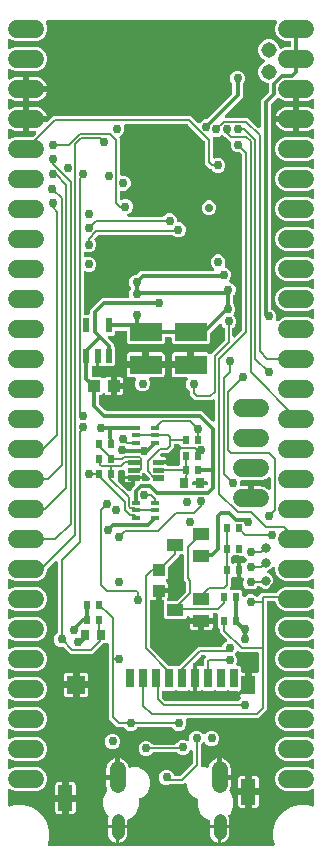
<source format=gbr>
From c3ca4f95bd59f69d45e582a4149327f57a360760 Mon Sep 17 00:00:00 2001
From: jaseg <git@jaseg.de>
Date: Sun, 30 Jan 2022 20:11:38 +0100
Subject: Rename gerbonara/gerber package to just gerbonara

---
 .../resources/eagle_files/copper_bottom_l4.gbr     | 11262 -------------------
 1 file changed, 11262 deletions(-)
 delete mode 100644 gerbonara/gerber/tests/resources/eagle_files/copper_bottom_l4.gbr

(limited to 'gerbonara/gerber/tests/resources/eagle_files/copper_bottom_l4.gbr')

diff --git a/gerbonara/gerber/tests/resources/eagle_files/copper_bottom_l4.gbr b/gerbonara/gerber/tests/resources/eagle_files/copper_bottom_l4.gbr
deleted file mode 100644
index a3c1434..0000000
--- a/gerbonara/gerber/tests/resources/eagle_files/copper_bottom_l4.gbr
+++ /dev/null
@@ -1,11262 +0,0 @@
-G04 EAGLE Gerber RS-274X export*
-G75*
-%MOMM*%
-%FSLAX34Y34*%
-%LPD*%
-%INBottom Copper*%
-%IPPOS*%
-%AMOC8*
-5,1,8,0,0,1.08239X$1,22.5*%
-G01*
-%ADD10R,1.000000X1.100000*%
-%ADD11R,1.400000X1.000000*%
-%ADD12R,0.600000X0.700000*%
-%ADD13R,0.700000X0.900000*%
-%ADD14R,1.100000X1.000000*%
-%ADD15R,2.700000X1.600000*%
-%ADD16R,0.550000X1.200000*%
-%ADD17C,1.524000*%
-%ADD18C,0.858000*%
-%ADD19C,1.358000*%
-%ADD20C,1.108000*%
-%ADD21R,0.800000X0.400000*%
-%ADD22C,0.012000*%
-%ADD23R,0.700000X1.600000*%
-%ADD24R,1.200000X1.500000*%
-%ADD25R,1.600000X1.500000*%
-%ADD26R,1.200000X2.200000*%
-%ADD27C,1.308000*%
-%ADD28C,0.800000*%
-%ADD29C,0.756400*%
-%ADD30C,0.355600*%
-%ADD31C,0.152400*%
-%ADD32C,0.706400*%
-%ADD33C,0.304800*%
-
-G36*
-X234692Y10167D02*
-X234692Y10167D01*
-X234751Y10165D01*
-X234864Y10187D01*
-X234978Y10201D01*
-X235033Y10220D01*
-X235090Y10232D01*
-X235195Y10279D01*
-X235303Y10318D01*
-X235352Y10350D01*
-X235405Y10374D01*
-X235496Y10444D01*
-X235592Y10507D01*
-X235633Y10549D01*
-X235679Y10585D01*
-X235752Y10674D01*
-X235831Y10757D01*
-X235861Y10807D01*
-X235898Y10853D01*
-X235948Y10956D01*
-X236006Y11055D01*
-X236023Y11111D01*
-X236049Y11164D01*
-X236074Y11276D01*
-X236108Y11386D01*
-X236112Y11444D01*
-X236125Y11501D01*
-X236124Y11616D01*
-X236132Y11731D01*
-X236122Y11788D01*
-X236122Y11847D01*
-X236082Y12048D01*
-X234839Y16687D01*
-X234839Y23313D01*
-X236554Y29712D01*
-X239866Y35449D01*
-X244551Y40134D01*
-X250288Y43446D01*
-X256687Y45161D01*
-X263313Y45161D01*
-X267952Y43918D01*
-X268010Y43909D01*
-X268066Y43892D01*
-X268181Y43884D01*
-X268294Y43867D01*
-X268352Y43872D01*
-X268411Y43868D01*
-X268524Y43887D01*
-X268639Y43897D01*
-X268694Y43915D01*
-X268752Y43924D01*
-X268858Y43968D01*
-X268967Y44004D01*
-X269017Y44034D01*
-X269071Y44057D01*
-X269164Y44124D01*
-X269262Y44184D01*
-X269304Y44225D01*
-X269351Y44259D01*
-X269427Y44346D01*
-X269509Y44427D01*
-X269540Y44476D01*
-X269578Y44520D01*
-X269632Y44622D01*
-X269693Y44719D01*
-X269712Y44774D01*
-X269739Y44826D01*
-X269768Y44938D01*
-X269805Y45046D01*
-X269811Y45104D01*
-X269825Y45161D01*
-X269839Y45366D01*
-X269839Y57035D01*
-X269821Y57190D01*
-X269807Y57346D01*
-X269801Y57362D01*
-X269799Y57378D01*
-X269746Y57525D01*
-X269697Y57673D01*
-X269688Y57688D01*
-X269682Y57704D01*
-X269597Y57834D01*
-X269514Y57967D01*
-X269502Y57979D01*
-X269493Y57993D01*
-X269380Y58101D01*
-X269270Y58211D01*
-X269255Y58220D01*
-X269243Y58232D01*
-X269109Y58311D01*
-X268975Y58393D01*
-X268959Y58398D01*
-X268945Y58407D01*
-X268796Y58453D01*
-X268647Y58502D01*
-X268631Y58504D01*
-X268614Y58509D01*
-X268458Y58520D01*
-X268303Y58534D01*
-X268286Y58531D01*
-X268269Y58533D01*
-X268115Y58507D01*
-X267961Y58486D01*
-X267940Y58479D01*
-X267928Y58477D01*
-X267903Y58466D01*
-X267766Y58420D01*
-X264191Y56939D01*
-X244909Y56939D01*
-X241174Y58486D01*
-X238316Y61344D01*
-X236769Y65079D01*
-X236769Y69121D01*
-X238316Y72856D01*
-X241174Y75714D01*
-X244909Y77261D01*
-X264191Y77261D01*
-X267766Y75780D01*
-X267916Y75737D01*
-X268066Y75691D01*
-X268083Y75690D01*
-X268099Y75685D01*
-X268254Y75678D01*
-X268411Y75667D01*
-X268427Y75670D01*
-X268444Y75669D01*
-X268598Y75698D01*
-X268752Y75723D01*
-X268767Y75730D01*
-X268784Y75733D01*
-X268927Y75796D01*
-X269071Y75856D01*
-X269085Y75866D01*
-X269100Y75873D01*
-X269225Y75967D01*
-X269351Y76058D01*
-X269363Y76071D01*
-X269376Y76081D01*
-X269476Y76201D01*
-X269578Y76319D01*
-X269586Y76334D01*
-X269597Y76347D01*
-X269666Y76487D01*
-X269739Y76625D01*
-X269743Y76642D01*
-X269751Y76657D01*
-X269786Y76809D01*
-X269825Y76960D01*
-X269827Y76982D01*
-X269829Y76994D01*
-X269829Y77021D01*
-X269839Y77165D01*
-X269839Y82435D01*
-X269821Y82590D01*
-X269807Y82746D01*
-X269801Y82762D01*
-X269799Y82778D01*
-X269746Y82925D01*
-X269697Y83073D01*
-X269688Y83088D01*
-X269682Y83104D01*
-X269597Y83234D01*
-X269514Y83367D01*
-X269502Y83379D01*
-X269493Y83393D01*
-X269380Y83501D01*
-X269270Y83611D01*
-X269255Y83620D01*
-X269243Y83632D01*
-X269109Y83711D01*
-X268975Y83793D01*
-X268959Y83798D01*
-X268945Y83807D01*
-X268796Y83853D01*
-X268647Y83902D01*
-X268631Y83904D01*
-X268614Y83909D01*
-X268458Y83920D01*
-X268303Y83934D01*
-X268286Y83931D01*
-X268269Y83933D01*
-X268115Y83907D01*
-X267961Y83886D01*
-X267940Y83879D01*
-X267928Y83877D01*
-X267903Y83866D01*
-X267766Y83820D01*
-X264191Y82339D01*
-X244909Y82339D01*
-X241174Y83886D01*
-X238316Y86744D01*
-X236769Y90479D01*
-X236769Y94521D01*
-X238316Y98256D01*
-X241174Y101114D01*
-X244909Y102661D01*
-X264191Y102661D01*
-X267766Y101180D01*
-X267916Y101137D01*
-X268066Y101091D01*
-X268083Y101090D01*
-X268099Y101085D01*
-X268254Y101078D01*
-X268411Y101067D01*
-X268427Y101070D01*
-X268444Y101069D01*
-X268598Y101098D01*
-X268752Y101123D01*
-X268767Y101130D01*
-X268784Y101133D01*
-X268927Y101196D01*
-X269071Y101256D01*
-X269085Y101266D01*
-X269100Y101273D01*
-X269225Y101367D01*
-X269351Y101458D01*
-X269363Y101471D01*
-X269376Y101481D01*
-X269475Y101601D01*
-X269578Y101719D01*
-X269586Y101734D01*
-X269597Y101747D01*
-X269666Y101887D01*
-X269739Y102025D01*
-X269743Y102042D01*
-X269751Y102057D01*
-X269786Y102209D01*
-X269825Y102360D01*
-X269827Y102382D01*
-X269829Y102394D01*
-X269829Y102421D01*
-X269839Y102565D01*
-X269839Y107835D01*
-X269821Y107990D01*
-X269807Y108146D01*
-X269801Y108162D01*
-X269799Y108178D01*
-X269746Y108325D01*
-X269697Y108473D01*
-X269688Y108488D01*
-X269682Y108504D01*
-X269597Y108634D01*
-X269514Y108767D01*
-X269502Y108779D01*
-X269493Y108793D01*
-X269380Y108901D01*
-X269270Y109011D01*
-X269255Y109020D01*
-X269243Y109032D01*
-X269109Y109111D01*
-X268975Y109193D01*
-X268959Y109198D01*
-X268945Y109207D01*
-X268796Y109253D01*
-X268647Y109302D01*
-X268631Y109304D01*
-X268614Y109309D01*
-X268458Y109320D01*
-X268303Y109334D01*
-X268286Y109331D01*
-X268269Y109333D01*
-X268115Y109307D01*
-X267961Y109286D01*
-X267940Y109279D01*
-X267928Y109277D01*
-X267903Y109266D01*
-X267766Y109220D01*
-X264191Y107739D01*
-X244909Y107739D01*
-X241174Y109286D01*
-X238316Y112144D01*
-X236769Y115879D01*
-X236769Y119921D01*
-X238316Y123656D01*
-X241174Y126514D01*
-X244909Y128061D01*
-X264191Y128061D01*
-X267766Y126580D01*
-X267916Y126537D01*
-X268066Y126491D01*
-X268083Y126490D01*
-X268099Y126485D01*
-X268254Y126478D01*
-X268411Y126467D01*
-X268427Y126470D01*
-X268444Y126469D01*
-X268598Y126498D01*
-X268752Y126523D01*
-X268767Y126530D01*
-X268784Y126533D01*
-X268927Y126596D01*
-X269071Y126656D01*
-X269085Y126666D01*
-X269100Y126673D01*
-X269225Y126767D01*
-X269351Y126858D01*
-X269363Y126871D01*
-X269376Y126881D01*
-X269476Y127001D01*
-X269578Y127119D01*
-X269586Y127134D01*
-X269597Y127147D01*
-X269666Y127287D01*
-X269739Y127425D01*
-X269743Y127442D01*
-X269751Y127457D01*
-X269786Y127609D01*
-X269825Y127760D01*
-X269827Y127782D01*
-X269829Y127794D01*
-X269829Y127821D01*
-X269839Y127965D01*
-X269839Y133235D01*
-X269821Y133390D01*
-X269807Y133546D01*
-X269801Y133562D01*
-X269799Y133578D01*
-X269746Y133725D01*
-X269697Y133873D01*
-X269688Y133888D01*
-X269682Y133904D01*
-X269597Y134034D01*
-X269514Y134167D01*
-X269502Y134179D01*
-X269493Y134193D01*
-X269380Y134301D01*
-X269270Y134411D01*
-X269255Y134420D01*
-X269243Y134432D01*
-X269109Y134511D01*
-X268975Y134593D01*
-X268959Y134598D01*
-X268945Y134607D01*
-X268796Y134653D01*
-X268647Y134702D01*
-X268631Y134704D01*
-X268614Y134709D01*
-X268458Y134720D01*
-X268303Y134734D01*
-X268286Y134731D01*
-X268269Y134733D01*
-X268115Y134707D01*
-X267961Y134686D01*
-X267940Y134679D01*
-X267928Y134677D01*
-X267903Y134666D01*
-X267766Y134620D01*
-X264191Y133139D01*
-X244909Y133139D01*
-X241174Y134686D01*
-X238316Y137544D01*
-X236769Y141279D01*
-X236769Y145321D01*
-X238316Y149056D01*
-X241174Y151914D01*
-X244909Y153461D01*
-X264191Y153461D01*
-X267766Y151980D01*
-X267916Y151937D01*
-X268066Y151891D01*
-X268083Y151890D01*
-X268099Y151885D01*
-X268254Y151878D01*
-X268411Y151867D01*
-X268427Y151870D01*
-X268444Y151869D01*
-X268598Y151898D01*
-X268752Y151923D01*
-X268767Y151930D01*
-X268784Y151933D01*
-X268927Y151996D01*
-X269071Y152056D01*
-X269085Y152066D01*
-X269100Y152073D01*
-X269225Y152167D01*
-X269351Y152258D01*
-X269363Y152271D01*
-X269376Y152281D01*
-X269476Y152401D01*
-X269578Y152519D01*
-X269586Y152534D01*
-X269597Y152547D01*
-X269666Y152687D01*
-X269739Y152825D01*
-X269743Y152842D01*
-X269751Y152857D01*
-X269786Y153009D01*
-X269825Y153160D01*
-X269827Y153182D01*
-X269829Y153194D01*
-X269829Y153221D01*
-X269839Y153365D01*
-X269839Y158635D01*
-X269837Y158652D01*
-X269838Y158657D01*
-X269835Y158676D01*
-X269821Y158790D01*
-X269807Y158946D01*
-X269801Y158962D01*
-X269799Y158978D01*
-X269746Y159125D01*
-X269697Y159273D01*
-X269688Y159288D01*
-X269682Y159304D01*
-X269597Y159434D01*
-X269514Y159567D01*
-X269502Y159579D01*
-X269493Y159593D01*
-X269380Y159701D01*
-X269270Y159811D01*
-X269255Y159820D01*
-X269243Y159832D01*
-X269109Y159911D01*
-X268975Y159993D01*
-X268959Y159998D01*
-X268945Y160007D01*
-X268796Y160053D01*
-X268647Y160102D01*
-X268631Y160104D01*
-X268614Y160109D01*
-X268458Y160120D01*
-X268303Y160134D01*
-X268286Y160131D01*
-X268269Y160133D01*
-X268115Y160107D01*
-X267961Y160086D01*
-X267940Y160079D01*
-X267928Y160077D01*
-X267903Y160066D01*
-X267766Y160020D01*
-X264191Y158539D01*
-X244909Y158539D01*
-X241174Y160086D01*
-X238316Y162944D01*
-X236769Y166679D01*
-X236769Y170721D01*
-X238316Y174456D01*
-X241174Y177314D01*
-X244909Y178861D01*
-X264191Y178861D01*
-X267766Y177380D01*
-X267916Y177337D01*
-X268066Y177291D01*
-X268083Y177290D01*
-X268099Y177285D01*
-X268254Y177278D01*
-X268411Y177267D01*
-X268427Y177270D01*
-X268444Y177269D01*
-X268598Y177298D01*
-X268752Y177323D01*
-X268767Y177330D01*
-X268784Y177333D01*
-X268927Y177396D01*
-X269071Y177456D01*
-X269085Y177466D01*
-X269100Y177473D01*
-X269225Y177567D01*
-X269351Y177658D01*
-X269363Y177671D01*
-X269376Y177681D01*
-X269476Y177801D01*
-X269578Y177919D01*
-X269586Y177934D01*
-X269597Y177947D01*
-X269666Y178087D01*
-X269739Y178225D01*
-X269743Y178242D01*
-X269751Y178257D01*
-X269786Y178409D01*
-X269825Y178560D01*
-X269827Y178582D01*
-X269829Y178594D01*
-X269829Y178621D01*
-X269839Y178765D01*
-X269839Y184035D01*
-X269821Y184190D01*
-X269807Y184346D01*
-X269801Y184362D01*
-X269799Y184378D01*
-X269746Y184525D01*
-X269697Y184673D01*
-X269688Y184688D01*
-X269682Y184704D01*
-X269597Y184834D01*
-X269514Y184967D01*
-X269502Y184979D01*
-X269493Y184993D01*
-X269380Y185101D01*
-X269270Y185211D01*
-X269255Y185220D01*
-X269243Y185232D01*
-X269109Y185311D01*
-X268975Y185393D01*
-X268959Y185398D01*
-X268945Y185407D01*
-X268796Y185453D01*
-X268647Y185502D01*
-X268631Y185504D01*
-X268614Y185509D01*
-X268458Y185520D01*
-X268303Y185534D01*
-X268286Y185531D01*
-X268269Y185533D01*
-X268115Y185507D01*
-X267961Y185486D01*
-X267940Y185479D01*
-X267928Y185477D01*
-X267903Y185466D01*
-X267766Y185420D01*
-X264191Y183939D01*
-X244909Y183939D01*
-X241174Y185486D01*
-X238316Y188344D01*
-X236769Y192079D01*
-X236769Y196121D01*
-X238316Y199856D01*
-X241174Y202714D01*
-X244909Y204261D01*
-X264191Y204261D01*
-X267766Y202780D01*
-X267916Y202737D01*
-X268066Y202691D01*
-X268083Y202690D01*
-X268099Y202685D01*
-X268254Y202678D01*
-X268411Y202667D01*
-X268427Y202670D01*
-X268444Y202669D01*
-X268598Y202698D01*
-X268752Y202723D01*
-X268767Y202730D01*
-X268784Y202733D01*
-X268927Y202796D01*
-X269071Y202856D01*
-X269085Y202866D01*
-X269100Y202873D01*
-X269225Y202967D01*
-X269351Y203058D01*
-X269363Y203071D01*
-X269376Y203081D01*
-X269476Y203201D01*
-X269578Y203319D01*
-X269586Y203334D01*
-X269597Y203347D01*
-X269666Y203487D01*
-X269739Y203625D01*
-X269743Y203642D01*
-X269751Y203657D01*
-X269786Y203809D01*
-X269825Y203960D01*
-X269827Y203982D01*
-X269829Y203994D01*
-X269829Y204021D01*
-X269839Y204165D01*
-X269839Y209435D01*
-X269821Y209590D01*
-X269807Y209746D01*
-X269801Y209762D01*
-X269799Y209778D01*
-X269746Y209925D01*
-X269697Y210073D01*
-X269688Y210088D01*
-X269682Y210104D01*
-X269597Y210234D01*
-X269514Y210367D01*
-X269502Y210379D01*
-X269493Y210393D01*
-X269380Y210501D01*
-X269270Y210611D01*
-X269255Y210620D01*
-X269243Y210632D01*
-X269109Y210711D01*
-X268975Y210793D01*
-X268959Y210798D01*
-X268945Y210807D01*
-X268796Y210853D01*
-X268647Y210902D01*
-X268631Y210904D01*
-X268614Y210909D01*
-X268458Y210920D01*
-X268303Y210934D01*
-X268286Y210931D01*
-X268269Y210933D01*
-X268115Y210907D01*
-X267961Y210886D01*
-X267940Y210879D01*
-X267928Y210877D01*
-X267903Y210866D01*
-X267766Y210820D01*
-X264191Y209339D01*
-X244909Y209339D01*
-X241174Y210886D01*
-X238316Y213744D01*
-X237070Y216752D01*
-X237028Y216828D01*
-X236994Y216909D01*
-X236944Y216979D01*
-X236902Y217054D01*
-X236843Y217118D01*
-X236792Y217189D01*
-X236727Y217246D01*
-X236669Y217309D01*
-X236597Y217359D01*
-X236531Y217416D01*
-X236455Y217456D01*
-X236384Y217505D01*
-X236302Y217536D01*
-X236225Y217577D01*
-X236142Y217598D01*
-X236061Y217629D01*
-X235975Y217641D01*
-X235890Y217663D01*
-X235747Y217673D01*
-X235719Y217677D01*
-X235707Y217676D01*
-X235685Y217677D01*
-X230862Y217677D01*
-X230827Y217673D01*
-X230791Y217676D01*
-X230655Y217653D01*
-X230519Y217637D01*
-X230485Y217625D01*
-X230450Y217620D01*
-X230323Y217567D01*
-X230193Y217520D01*
-X230164Y217501D01*
-X230131Y217487D01*
-X230019Y217406D01*
-X229904Y217331D01*
-X229879Y217305D01*
-X229851Y217285D01*
-X229760Y217181D01*
-X229665Y217081D01*
-X229647Y217050D01*
-X229624Y217024D01*
-X229560Y216901D01*
-X229490Y216783D01*
-X229480Y216749D01*
-X229463Y216717D01*
-X229429Y216584D01*
-X229388Y216452D01*
-X229386Y216417D01*
-X229377Y216383D01*
-X229363Y216178D01*
-X229363Y125632D01*
-X222348Y118617D01*
-X162239Y118617D01*
-X162084Y118599D01*
-X161929Y118585D01*
-X161913Y118579D01*
-X161896Y118577D01*
-X161749Y118524D01*
-X161601Y118475D01*
-X161587Y118466D01*
-X161571Y118460D01*
-X161439Y118374D01*
-X161307Y118292D01*
-X161295Y118280D01*
-X161281Y118271D01*
-X161173Y118158D01*
-X161063Y118048D01*
-X161054Y118033D01*
-X161042Y118021D01*
-X160963Y117886D01*
-X160881Y117753D01*
-X160876Y117737D01*
-X160867Y117723D01*
-X160821Y117574D01*
-X160772Y117425D01*
-X160770Y117409D01*
-X160765Y117392D01*
-X160755Y117236D01*
-X160740Y117081D01*
-X160743Y117064D01*
-X160742Y117047D01*
-X160767Y116893D01*
-X160789Y116739D01*
-X160796Y116718D01*
-X160798Y116706D01*
-X160808Y116681D01*
-X160854Y116544D01*
-X161263Y115558D01*
-X161263Y113042D01*
-X160300Y110718D01*
-X158522Y108940D01*
-X156198Y107977D01*
-X153682Y107977D01*
-X151358Y108940D01*
-X149740Y110558D01*
-X149631Y110645D01*
-X149526Y110736D01*
-X149496Y110752D01*
-X149469Y110773D01*
-X149343Y110832D01*
-X149219Y110897D01*
-X149187Y110905D01*
-X149156Y110920D01*
-X149020Y110948D01*
-X148885Y110983D01*
-X148840Y110986D01*
-X148818Y110991D01*
-X148784Y110990D01*
-X148680Y110997D01*
-X120560Y110997D01*
-X120422Y110981D01*
-X120282Y110971D01*
-X120250Y110961D01*
-X120217Y110957D01*
-X120086Y110910D01*
-X119952Y110869D01*
-X119923Y110851D01*
-X119891Y110840D01*
-X119775Y110764D01*
-X119655Y110693D01*
-X119620Y110663D01*
-X119602Y110651D01*
-X119578Y110627D01*
-X119500Y110558D01*
-X117882Y108940D01*
-X115558Y107977D01*
-X113042Y107977D01*
-X110718Y108940D01*
-X109100Y110558D01*
-X108991Y110645D01*
-X108886Y110736D01*
-X108856Y110752D01*
-X108829Y110773D01*
-X108703Y110832D01*
-X108579Y110897D01*
-X108547Y110905D01*
-X108516Y110920D01*
-X108380Y110948D01*
-X108245Y110983D01*
-X108200Y110986D01*
-X108178Y110991D01*
-X108144Y110990D01*
-X108040Y110997D01*
-X102772Y110997D01*
-X100398Y113371D01*
-X98131Y115638D01*
-X95757Y118012D01*
-X95757Y180725D01*
-X95745Y180828D01*
-X95743Y180933D01*
-X95725Y181000D01*
-X95717Y181068D01*
-X95682Y181166D01*
-X95655Y181268D01*
-X95623Y181329D01*
-X95600Y181393D01*
-X95543Y181481D01*
-X95494Y181573D01*
-X95449Y181625D01*
-X95411Y181683D01*
-X95335Y181755D01*
-X95267Y181834D01*
-X95211Y181874D01*
-X95161Y181922D01*
-X95071Y181974D01*
-X94986Y182035D01*
-X94922Y182062D01*
-X94863Y182097D01*
-X94763Y182127D01*
-X94666Y182167D01*
-X94598Y182178D01*
-X94532Y182199D01*
-X94428Y182206D01*
-X94325Y182222D01*
-X94256Y182218D01*
-X94187Y182222D01*
-X94084Y182205D01*
-X93980Y182198D01*
-X93952Y182189D01*
-X91512Y182189D01*
-X91346Y182170D01*
-X91180Y182152D01*
-X91174Y182150D01*
-X91168Y182149D01*
-X91012Y182093D01*
-X90854Y182037D01*
-X90847Y182033D01*
-X90843Y182032D01*
-X90831Y182024D01*
-X90676Y181935D01*
-X90279Y181668D01*
-X90246Y181640D01*
-X90209Y181618D01*
-X90054Y181484D01*
-X84172Y175601D01*
-X81798Y173227D01*
-X63402Y173227D01*
-X57971Y178658D01*
-X57862Y178745D01*
-X57757Y178836D01*
-X57727Y178852D01*
-X57700Y178873D01*
-X57574Y178932D01*
-X57450Y178997D01*
-X57418Y179005D01*
-X57387Y179020D01*
-X57251Y179048D01*
-X57116Y179083D01*
-X57071Y179086D01*
-X57049Y179091D01*
-X57015Y179090D01*
-X56911Y179097D01*
-X54622Y179097D01*
-X52298Y180060D01*
-X50520Y181838D01*
-X49557Y184162D01*
-X49557Y186678D01*
-X50520Y189002D01*
-X52138Y190620D01*
-X52225Y190729D01*
-X52316Y190834D01*
-X52332Y190864D01*
-X52353Y190891D01*
-X52412Y191017D01*
-X52477Y191141D01*
-X52485Y191173D01*
-X52500Y191204D01*
-X52528Y191340D01*
-X52563Y191475D01*
-X52566Y191520D01*
-X52571Y191542D01*
-X52570Y191576D01*
-X52577Y191680D01*
-X52577Y250537D01*
-X52565Y250640D01*
-X52563Y250745D01*
-X52545Y250812D01*
-X52537Y250880D01*
-X52502Y250979D01*
-X52476Y251079D01*
-X52443Y251141D01*
-X52420Y251206D01*
-X52363Y251293D01*
-X52314Y251385D01*
-X52269Y251437D01*
-X52231Y251495D01*
-X52156Y251567D01*
-X52087Y251646D01*
-X52031Y251686D01*
-X51981Y251734D01*
-X51891Y251787D01*
-X51806Y251848D01*
-X51742Y251874D01*
-X51683Y251909D01*
-X51583Y251940D01*
-X51487Y251980D01*
-X51418Y251991D01*
-X51352Y252011D01*
-X51248Y252018D01*
-X51145Y252035D01*
-X51076Y252030D01*
-X51007Y252035D01*
-X50905Y252018D01*
-X50800Y252010D01*
-X50734Y251990D01*
-X50666Y251979D01*
-X50570Y251939D01*
-X50470Y251908D01*
-X50411Y251872D01*
-X50347Y251846D01*
-X50262Y251785D01*
-X50173Y251732D01*
-X50094Y251663D01*
-X50067Y251644D01*
-X50052Y251627D01*
-X50018Y251597D01*
-X44170Y245749D01*
-X44083Y245640D01*
-X43992Y245535D01*
-X43976Y245505D01*
-X43955Y245478D01*
-X43896Y245352D01*
-X43831Y245228D01*
-X43823Y245196D01*
-X43808Y245165D01*
-X43780Y245029D01*
-X43745Y244894D01*
-X43742Y244849D01*
-X43737Y244827D01*
-X43738Y244793D01*
-X43731Y244689D01*
-X43731Y242879D01*
-X42184Y239144D01*
-X39326Y236286D01*
-X35591Y234739D01*
-X16309Y234739D01*
-X12494Y236319D01*
-X12449Y236355D01*
-X12355Y236399D01*
-X12265Y236452D01*
-X12199Y236473D01*
-X12136Y236502D01*
-X12034Y236523D01*
-X11934Y236554D01*
-X11866Y236559D01*
-X11798Y236573D01*
-X11694Y236571D01*
-X11589Y236578D01*
-X11521Y236567D01*
-X11452Y236565D01*
-X11351Y236539D01*
-X11248Y236522D01*
-X11185Y236495D01*
-X11118Y236478D01*
-X11025Y236429D01*
-X10929Y236389D01*
-X10873Y236349D01*
-X10812Y236317D01*
-X10733Y236248D01*
-X10649Y236187D01*
-X10603Y236135D01*
-X10551Y236090D01*
-X10490Y236005D01*
-X10422Y235926D01*
-X10390Y235865D01*
-X10350Y235809D01*
-X10310Y235712D01*
-X10261Y235620D01*
-X10244Y235553D01*
-X10218Y235489D01*
-X10201Y235386D01*
-X10175Y235285D01*
-X10168Y235181D01*
-X10162Y235148D01*
-X10164Y235126D01*
-X10161Y235080D01*
-X10161Y229320D01*
-X10173Y229216D01*
-X10175Y229111D01*
-X10193Y229045D01*
-X10201Y228976D01*
-X10236Y228878D01*
-X10262Y228777D01*
-X10295Y228716D01*
-X10318Y228651D01*
-X10375Y228563D01*
-X10424Y228471D01*
-X10469Y228419D01*
-X10507Y228361D01*
-X10583Y228289D01*
-X10651Y228211D01*
-X10707Y228170D01*
-X10757Y228123D01*
-X10847Y228070D01*
-X10932Y228009D01*
-X10996Y227983D01*
-X11055Y227948D01*
-X11155Y227917D01*
-X11252Y227877D01*
-X11320Y227866D01*
-X11386Y227846D01*
-X11490Y227839D01*
-X11593Y227822D01*
-X11662Y227827D01*
-X11731Y227822D01*
-X11834Y227839D01*
-X11938Y227846D01*
-X12004Y227867D01*
-X12072Y227878D01*
-X12168Y227918D01*
-X12268Y227949D01*
-X12327Y227984D01*
-X12391Y228011D01*
-X12476Y228072D01*
-X12482Y228076D01*
-X16309Y229661D01*
-X35591Y229661D01*
-X39326Y228114D01*
-X42184Y225256D01*
-X43731Y221521D01*
-X43731Y217479D01*
-X42184Y213744D01*
-X39326Y210886D01*
-X35591Y209339D01*
-X16309Y209339D01*
-X12494Y210919D01*
-X12449Y210955D01*
-X12355Y210999D01*
-X12265Y211052D01*
-X12199Y211073D01*
-X12136Y211102D01*
-X12034Y211123D01*
-X11934Y211154D01*
-X11866Y211159D01*
-X11798Y211173D01*
-X11694Y211171D01*
-X11589Y211178D01*
-X11521Y211167D01*
-X11452Y211165D01*
-X11351Y211139D01*
-X11248Y211122D01*
-X11185Y211095D01*
-X11118Y211078D01*
-X11025Y211029D01*
-X10929Y210989D01*
-X10873Y210949D01*
-X10812Y210917D01*
-X10733Y210848D01*
-X10649Y210787D01*
-X10603Y210735D01*
-X10551Y210690D01*
-X10490Y210605D01*
-X10422Y210526D01*
-X10390Y210465D01*
-X10350Y210409D01*
-X10310Y210312D01*
-X10261Y210220D01*
-X10244Y210153D01*
-X10218Y210089D01*
-X10201Y209986D01*
-X10175Y209885D01*
-X10168Y209781D01*
-X10162Y209748D01*
-X10164Y209726D01*
-X10161Y209680D01*
-X10161Y203920D01*
-X10173Y203816D01*
-X10175Y203711D01*
-X10193Y203645D01*
-X10201Y203576D01*
-X10236Y203478D01*
-X10262Y203377D01*
-X10295Y203316D01*
-X10318Y203251D01*
-X10375Y203164D01*
-X10424Y203071D01*
-X10469Y203019D01*
-X10507Y202961D01*
-X10583Y202889D01*
-X10651Y202811D01*
-X10707Y202770D01*
-X10757Y202723D01*
-X10847Y202670D01*
-X10932Y202609D01*
-X10996Y202583D01*
-X11055Y202548D01*
-X11155Y202517D01*
-X11252Y202477D01*
-X11320Y202466D01*
-X11386Y202446D01*
-X11490Y202439D01*
-X11593Y202422D01*
-X11662Y202427D01*
-X11731Y202422D01*
-X11834Y202439D01*
-X11938Y202446D01*
-X12004Y202467D01*
-X12072Y202478D01*
-X12168Y202518D01*
-X12268Y202549D01*
-X12327Y202584D01*
-X12391Y202611D01*
-X12476Y202672D01*
-X12482Y202676D01*
-X16309Y204261D01*
-X35591Y204261D01*
-X39326Y202714D01*
-X42184Y199856D01*
-X43731Y196121D01*
-X43731Y192079D01*
-X42184Y188344D01*
-X39326Y185486D01*
-X35591Y183939D01*
-X16309Y183939D01*
-X12494Y185519D01*
-X12449Y185555D01*
-X12355Y185599D01*
-X12265Y185652D01*
-X12199Y185673D01*
-X12136Y185702D01*
-X12034Y185723D01*
-X11934Y185754D01*
-X11866Y185759D01*
-X11798Y185773D01*
-X11694Y185771D01*
-X11589Y185778D01*
-X11521Y185767D01*
-X11452Y185765D01*
-X11351Y185739D01*
-X11248Y185722D01*
-X11185Y185695D01*
-X11118Y185678D01*
-X11025Y185629D01*
-X10929Y185589D01*
-X10873Y185549D01*
-X10812Y185517D01*
-X10733Y185448D01*
-X10649Y185387D01*
-X10603Y185335D01*
-X10551Y185290D01*
-X10490Y185205D01*
-X10422Y185126D01*
-X10390Y185065D01*
-X10350Y185009D01*
-X10310Y184912D01*
-X10261Y184820D01*
-X10244Y184753D01*
-X10218Y184689D01*
-X10201Y184586D01*
-X10175Y184485D01*
-X10168Y184381D01*
-X10162Y184348D01*
-X10164Y184326D01*
-X10161Y184280D01*
-X10161Y178520D01*
-X10173Y178416D01*
-X10175Y178311D01*
-X10193Y178245D01*
-X10201Y178176D01*
-X10236Y178078D01*
-X10262Y177977D01*
-X10295Y177916D01*
-X10318Y177851D01*
-X10375Y177764D01*
-X10424Y177671D01*
-X10469Y177619D01*
-X10507Y177561D01*
-X10583Y177489D01*
-X10651Y177411D01*
-X10707Y177370D01*
-X10757Y177323D01*
-X10847Y177270D01*
-X10932Y177209D01*
-X10996Y177183D01*
-X11055Y177148D01*
-X11155Y177117D01*
-X11252Y177077D01*
-X11320Y177066D01*
-X11386Y177046D01*
-X11490Y177039D01*
-X11593Y177022D01*
-X11662Y177027D01*
-X11731Y177022D01*
-X11834Y177039D01*
-X11938Y177046D01*
-X12004Y177067D01*
-X12072Y177078D01*
-X12168Y177118D01*
-X12268Y177149D01*
-X12327Y177184D01*
-X12391Y177211D01*
-X12476Y177272D01*
-X12482Y177276D01*
-X16309Y178861D01*
-X35591Y178861D01*
-X39326Y177314D01*
-X42184Y174456D01*
-X43731Y170721D01*
-X43731Y166679D01*
-X42184Y162944D01*
-X39326Y160086D01*
-X35591Y158539D01*
-X16309Y158539D01*
-X12494Y160119D01*
-X12449Y160155D01*
-X12355Y160199D01*
-X12265Y160252D01*
-X12199Y160273D01*
-X12136Y160302D01*
-X12034Y160323D01*
-X11934Y160354D01*
-X11866Y160359D01*
-X11798Y160373D01*
-X11694Y160371D01*
-X11589Y160378D01*
-X11521Y160367D01*
-X11452Y160365D01*
-X11351Y160339D01*
-X11248Y160322D01*
-X11185Y160295D01*
-X11118Y160278D01*
-X11025Y160229D01*
-X10929Y160189D01*
-X10873Y160149D01*
-X10812Y160117D01*
-X10733Y160048D01*
-X10649Y159987D01*
-X10603Y159935D01*
-X10551Y159890D01*
-X10490Y159805D01*
-X10422Y159726D01*
-X10390Y159665D01*
-X10350Y159609D01*
-X10310Y159512D01*
-X10261Y159420D01*
-X10244Y159353D01*
-X10218Y159289D01*
-X10201Y159186D01*
-X10175Y159085D01*
-X10168Y158981D01*
-X10162Y158948D01*
-X10164Y158926D01*
-X10161Y158880D01*
-X10161Y153120D01*
-X10173Y153016D01*
-X10175Y152911D01*
-X10193Y152845D01*
-X10201Y152776D01*
-X10236Y152678D01*
-X10262Y152577D01*
-X10295Y152516D01*
-X10318Y152451D01*
-X10375Y152364D01*
-X10424Y152271D01*
-X10469Y152219D01*
-X10507Y152161D01*
-X10583Y152089D01*
-X10651Y152011D01*
-X10707Y151970D01*
-X10757Y151923D01*
-X10847Y151870D01*
-X10932Y151809D01*
-X10996Y151783D01*
-X11055Y151748D01*
-X11155Y151717D01*
-X11252Y151677D01*
-X11320Y151666D01*
-X11386Y151646D01*
-X11490Y151639D01*
-X11593Y151622D01*
-X11662Y151627D01*
-X11731Y151622D01*
-X11834Y151639D01*
-X11938Y151646D01*
-X12004Y151667D01*
-X12072Y151678D01*
-X12168Y151718D01*
-X12268Y151749D01*
-X12327Y151784D01*
-X12391Y151811D01*
-X12476Y151872D01*
-X12482Y151876D01*
-X16309Y153461D01*
-X35591Y153461D01*
-X39326Y151914D01*
-X42184Y149056D01*
-X43731Y145321D01*
-X43731Y141279D01*
-X42184Y137544D01*
-X39326Y134686D01*
-X35591Y133139D01*
-X16309Y133139D01*
-X12494Y134719D01*
-X12449Y134755D01*
-X12355Y134799D01*
-X12265Y134852D01*
-X12199Y134873D01*
-X12136Y134902D01*
-X12034Y134923D01*
-X11934Y134954D01*
-X11866Y134959D01*
-X11798Y134973D01*
-X11694Y134971D01*
-X11589Y134978D01*
-X11521Y134967D01*
-X11452Y134965D01*
-X11351Y134939D01*
-X11248Y134922D01*
-X11185Y134895D01*
-X11118Y134878D01*
-X11025Y134829D01*
-X10929Y134789D01*
-X10873Y134749D01*
-X10812Y134717D01*
-X10733Y134648D01*
-X10649Y134587D01*
-X10603Y134535D01*
-X10551Y134490D01*
-X10490Y134405D01*
-X10422Y134326D01*
-X10390Y134265D01*
-X10350Y134209D01*
-X10310Y134112D01*
-X10261Y134020D01*
-X10244Y133953D01*
-X10218Y133889D01*
-X10201Y133786D01*
-X10175Y133685D01*
-X10168Y133581D01*
-X10162Y133548D01*
-X10164Y133526D01*
-X10161Y133480D01*
-X10161Y127720D01*
-X10173Y127616D01*
-X10175Y127511D01*
-X10193Y127445D01*
-X10201Y127376D01*
-X10236Y127278D01*
-X10262Y127177D01*
-X10295Y127116D01*
-X10318Y127051D01*
-X10375Y126964D01*
-X10424Y126871D01*
-X10469Y126819D01*
-X10507Y126761D01*
-X10583Y126689D01*
-X10651Y126611D01*
-X10707Y126570D01*
-X10757Y126523D01*
-X10847Y126470D01*
-X10932Y126409D01*
-X10996Y126383D01*
-X11055Y126348D01*
-X11155Y126317D01*
-X11252Y126277D01*
-X11320Y126266D01*
-X11386Y126246D01*
-X11490Y126239D01*
-X11593Y126222D01*
-X11662Y126227D01*
-X11731Y126222D01*
-X11834Y126239D01*
-X11938Y126246D01*
-X12004Y126267D01*
-X12072Y126278D01*
-X12168Y126318D01*
-X12268Y126349D01*
-X12327Y126384D01*
-X12391Y126411D01*
-X12476Y126472D01*
-X12482Y126476D01*
-X16309Y128061D01*
-X35591Y128061D01*
-X39326Y126514D01*
-X42184Y123656D01*
-X43731Y119921D01*
-X43731Y115879D01*
-X42184Y112144D01*
-X39326Y109286D01*
-X35591Y107739D01*
-X16309Y107739D01*
-X12494Y109319D01*
-X12449Y109355D01*
-X12355Y109399D01*
-X12265Y109452D01*
-X12199Y109473D01*
-X12136Y109502D01*
-X12034Y109523D01*
-X11934Y109554D01*
-X11866Y109559D01*
-X11798Y109573D01*
-X11694Y109571D01*
-X11589Y109578D01*
-X11521Y109567D01*
-X11452Y109565D01*
-X11351Y109539D01*
-X11248Y109522D01*
-X11185Y109495D01*
-X11118Y109478D01*
-X11025Y109429D01*
-X10929Y109389D01*
-X10873Y109349D01*
-X10812Y109317D01*
-X10733Y109248D01*
-X10649Y109187D01*
-X10603Y109135D01*
-X10551Y109090D01*
-X10490Y109005D01*
-X10422Y108926D01*
-X10390Y108865D01*
-X10350Y108809D01*
-X10310Y108712D01*
-X10261Y108620D01*
-X10244Y108553D01*
-X10218Y108489D01*
-X10201Y108386D01*
-X10175Y108285D01*
-X10168Y108181D01*
-X10162Y108148D01*
-X10164Y108126D01*
-X10161Y108080D01*
-X10161Y102320D01*
-X10173Y102216D01*
-X10175Y102111D01*
-X10193Y102045D01*
-X10201Y101976D01*
-X10236Y101878D01*
-X10262Y101777D01*
-X10295Y101716D01*
-X10318Y101651D01*
-X10375Y101564D01*
-X10424Y101471D01*
-X10469Y101419D01*
-X10507Y101361D01*
-X10583Y101289D01*
-X10651Y101211D01*
-X10707Y101170D01*
-X10757Y101123D01*
-X10847Y101070D01*
-X10932Y101009D01*
-X10996Y100983D01*
-X11055Y100948D01*
-X11155Y100917D01*
-X11252Y100877D01*
-X11320Y100866D01*
-X11386Y100846D01*
-X11490Y100839D01*
-X11593Y100822D01*
-X11662Y100827D01*
-X11731Y100822D01*
-X11834Y100839D01*
-X11938Y100846D01*
-X12004Y100867D01*
-X12072Y100878D01*
-X12168Y100918D01*
-X12268Y100949D01*
-X12327Y100984D01*
-X12391Y101011D01*
-X12476Y101072D01*
-X12482Y101076D01*
-X16309Y102661D01*
-X35591Y102661D01*
-X39326Y101114D01*
-X42184Y98256D01*
-X43731Y94521D01*
-X43731Y90479D01*
-X42184Y86744D01*
-X39326Y83886D01*
-X35591Y82339D01*
-X16309Y82339D01*
-X12494Y83919D01*
-X12449Y83955D01*
-X12355Y83999D01*
-X12265Y84052D01*
-X12199Y84073D01*
-X12136Y84102D01*
-X12034Y84123D01*
-X11934Y84154D01*
-X11866Y84159D01*
-X11798Y84173D01*
-X11694Y84171D01*
-X11589Y84178D01*
-X11521Y84167D01*
-X11452Y84165D01*
-X11351Y84139D01*
-X11248Y84122D01*
-X11185Y84095D01*
-X11118Y84078D01*
-X11025Y84029D01*
-X10929Y83989D01*
-X10873Y83949D01*
-X10812Y83917D01*
-X10733Y83848D01*
-X10649Y83787D01*
-X10603Y83735D01*
-X10551Y83690D01*
-X10490Y83605D01*
-X10422Y83526D01*
-X10390Y83465D01*
-X10350Y83409D01*
-X10310Y83312D01*
-X10261Y83220D01*
-X10244Y83153D01*
-X10218Y83089D01*
-X10201Y82986D01*
-X10175Y82885D01*
-X10168Y82781D01*
-X10162Y82748D01*
-X10164Y82726D01*
-X10161Y82680D01*
-X10161Y76920D01*
-X10173Y76816D01*
-X10175Y76711D01*
-X10193Y76645D01*
-X10201Y76576D01*
-X10236Y76478D01*
-X10262Y76377D01*
-X10295Y76316D01*
-X10318Y76251D01*
-X10375Y76164D01*
-X10424Y76071D01*
-X10469Y76019D01*
-X10507Y75961D01*
-X10583Y75889D01*
-X10651Y75811D01*
-X10707Y75770D01*
-X10757Y75723D01*
-X10847Y75670D01*
-X10932Y75609D01*
-X10996Y75583D01*
-X11055Y75548D01*
-X11155Y75517D01*
-X11252Y75477D01*
-X11320Y75466D01*
-X11386Y75446D01*
-X11490Y75439D01*
-X11593Y75422D01*
-X11662Y75427D01*
-X11731Y75422D01*
-X11834Y75439D01*
-X11938Y75446D01*
-X12004Y75467D01*
-X12072Y75478D01*
-X12168Y75518D01*
-X12268Y75549D01*
-X12327Y75584D01*
-X12391Y75611D01*
-X12476Y75672D01*
-X12482Y75676D01*
-X16309Y77261D01*
-X35591Y77261D01*
-X39326Y75714D01*
-X42184Y72856D01*
-X43731Y69121D01*
-X43731Y65079D01*
-X42184Y61344D01*
-X39326Y58486D01*
-X35591Y56939D01*
-X16309Y56939D01*
-X12494Y58519D01*
-X12449Y58555D01*
-X12355Y58599D01*
-X12265Y58652D01*
-X12199Y58673D01*
-X12136Y58702D01*
-X12034Y58723D01*
-X11934Y58754D01*
-X11866Y58759D01*
-X11798Y58773D01*
-X11694Y58771D01*
-X11589Y58778D01*
-X11521Y58767D01*
-X11452Y58765D01*
-X11351Y58739D01*
-X11248Y58722D01*
-X11185Y58695D01*
-X11118Y58678D01*
-X11025Y58629D01*
-X10929Y58589D01*
-X10873Y58549D01*
-X10812Y58517D01*
-X10733Y58448D01*
-X10649Y58387D01*
-X10603Y58335D01*
-X10551Y58290D01*
-X10490Y58205D01*
-X10422Y58126D01*
-X10390Y58065D01*
-X10350Y58009D01*
-X10310Y57912D01*
-X10261Y57820D01*
-X10244Y57753D01*
-X10218Y57689D01*
-X10201Y57586D01*
-X10175Y57485D01*
-X10168Y57381D01*
-X10162Y57348D01*
-X10164Y57326D01*
-X10161Y57280D01*
-X10161Y45366D01*
-X10167Y45308D01*
-X10165Y45249D01*
-X10187Y45136D01*
-X10201Y45022D01*
-X10220Y44967D01*
-X10232Y44910D01*
-X10279Y44805D01*
-X10318Y44697D01*
-X10350Y44648D01*
-X10374Y44595D01*
-X10444Y44504D01*
-X10507Y44408D01*
-X10549Y44367D01*
-X10585Y44321D01*
-X10674Y44248D01*
-X10757Y44169D01*
-X10807Y44139D01*
-X10853Y44102D01*
-X10956Y44052D01*
-X11055Y43994D01*
-X11111Y43977D01*
-X11164Y43951D01*
-X11276Y43926D01*
-X11386Y43892D01*
-X11444Y43888D01*
-X11501Y43875D01*
-X11616Y43876D01*
-X11731Y43868D01*
-X11788Y43878D01*
-X11847Y43878D01*
-X12048Y43918D01*
-X16687Y45161D01*
-X23313Y45161D01*
-X29712Y43446D01*
-X35449Y40134D01*
-X40134Y35449D01*
-X43446Y29712D01*
-X45161Y23313D01*
-X45161Y16687D01*
-X43918Y12048D01*
-X43909Y11990D01*
-X43892Y11934D01*
-X43884Y11819D01*
-X43867Y11706D01*
-X43872Y11648D01*
-X43868Y11589D01*
-X43887Y11476D01*
-X43897Y11361D01*
-X43915Y11306D01*
-X43924Y11248D01*
-X43968Y11142D01*
-X44004Y11033D01*
-X44034Y10983D01*
-X44057Y10929D01*
-X44124Y10836D01*
-X44184Y10738D01*
-X44225Y10696D01*
-X44259Y10649D01*
-X44346Y10573D01*
-X44427Y10491D01*
-X44476Y10460D01*
-X44520Y10422D01*
-X44622Y10368D01*
-X44719Y10307D01*
-X44774Y10288D01*
-X44826Y10261D01*
-X44938Y10232D01*
-X45046Y10195D01*
-X45104Y10189D01*
-X45161Y10175D01*
-X45366Y10161D01*
-X234634Y10161D01*
-X234692Y10167D01*
-G37*
-G36*
-X11662Y608827D02*
-X11662Y608827D01*
-X11731Y608822D01*
-X11834Y608839D01*
-X11938Y608846D01*
-X12004Y608867D01*
-X12072Y608878D01*
-X12168Y608918D01*
-X12268Y608949D01*
-X12327Y608984D01*
-X12391Y609011D01*
-X12476Y609072D01*
-X12482Y609076D01*
-X16309Y610661D01*
-X30819Y610661D01*
-X30957Y610677D01*
-X31096Y610687D01*
-X31129Y610697D01*
-X31162Y610701D01*
-X31293Y610748D01*
-X31427Y610789D01*
-X31456Y610807D01*
-X31488Y610818D01*
-X31604Y610894D01*
-X31724Y610965D01*
-X31758Y610995D01*
-X31777Y611007D01*
-X31800Y611031D01*
-X31879Y611100D01*
-X33959Y613180D01*
-X34024Y613262D01*
-X34096Y613337D01*
-X34131Y613397D01*
-X34174Y613451D01*
-X34218Y613545D01*
-X34271Y613635D01*
-X34291Y613701D01*
-X34321Y613764D01*
-X34342Y613866D01*
-X34373Y613966D01*
-X34378Y614035D01*
-X34392Y614102D01*
-X34389Y614206D01*
-X34397Y614311D01*
-X34385Y614379D01*
-X34384Y614448D01*
-X34357Y614549D01*
-X34341Y614652D01*
-X34314Y614716D01*
-X34297Y614782D01*
-X34248Y614875D01*
-X34208Y614971D01*
-X34168Y615027D01*
-X34135Y615088D01*
-X34067Y615167D01*
-X34006Y615251D01*
-X33953Y615297D01*
-X33908Y615349D01*
-X33823Y615410D01*
-X33745Y615478D01*
-X33683Y615510D01*
-X33627Y615551D01*
-X33531Y615590D01*
-X33438Y615639D01*
-X33371Y615656D01*
-X33308Y615682D01*
-X33205Y615699D01*
-X33104Y615725D01*
-X33000Y615732D01*
-X32966Y615738D01*
-X32944Y615736D01*
-X32899Y615739D01*
-X28489Y615739D01*
-X28489Y623361D01*
-X43519Y623361D01*
-X43657Y623377D01*
-X43796Y623387D01*
-X43829Y623397D01*
-X43862Y623401D01*
-X43993Y623448D01*
-X44127Y623489D01*
-X44156Y623507D01*
-X44188Y623518D01*
-X44304Y623594D01*
-X44424Y623665D01*
-X44458Y623695D01*
-X44477Y623707D01*
-X44500Y623731D01*
-X44579Y623800D01*
-X48922Y628143D01*
-X165198Y628143D01*
-X170485Y622855D01*
-X170513Y622833D01*
-X170537Y622807D01*
-X170649Y622726D01*
-X170756Y622641D01*
-X170789Y622626D01*
-X170817Y622605D01*
-X170945Y622552D01*
-X171069Y622494D01*
-X171104Y622487D01*
-X171137Y622473D01*
-X171273Y622451D01*
-X171408Y622423D01*
-X171443Y622423D01*
-X171478Y622418D01*
-X171616Y622427D01*
-X171753Y622431D01*
-X171788Y622440D01*
-X171823Y622442D01*
-X171955Y622483D01*
-X172088Y622518D01*
-X172119Y622534D01*
-X172153Y622545D01*
-X172272Y622615D01*
-X172394Y622679D01*
-X172420Y622703D01*
-X172451Y622721D01*
-X172606Y622855D01*
-X174424Y624674D01*
-X176748Y625637D01*
-X177600Y625637D01*
-X177738Y625653D01*
-X177878Y625663D01*
-X177910Y625673D01*
-X177944Y625677D01*
-X178074Y625724D01*
-X178208Y625765D01*
-X178237Y625783D01*
-X178269Y625794D01*
-X178386Y625870D01*
-X178506Y625941D01*
-X178540Y625971D01*
-X178558Y625983D01*
-X178582Y626007D01*
-X178660Y626076D01*
-X200014Y647430D01*
-X200101Y647539D01*
-X200192Y647644D01*
-X200208Y647674D01*
-X200229Y647701D01*
-X200288Y647827D01*
-X200353Y647950D01*
-X200361Y647983D01*
-X200376Y648014D01*
-X200404Y648150D01*
-X200439Y648285D01*
-X200442Y648330D01*
-X200447Y648352D01*
-X200446Y648386D01*
-X200453Y648490D01*
-X200453Y655156D01*
-X200437Y655294D01*
-X200427Y655434D01*
-X200417Y655466D01*
-X200413Y655499D01*
-X200366Y655630D01*
-X200325Y655764D01*
-X200307Y655793D01*
-X200296Y655825D01*
-X200220Y655941D01*
-X200149Y656061D01*
-X200119Y656096D01*
-X200107Y656114D01*
-X200083Y656138D01*
-X200014Y656216D01*
-X199412Y656818D01*
-X198449Y659142D01*
-X198449Y661658D01*
-X199412Y663982D01*
-X201190Y665760D01*
-X203514Y666723D01*
-X206030Y666723D01*
-X208354Y665760D01*
-X210132Y663982D01*
-X211095Y661658D01*
-X211095Y659142D01*
-X210132Y656818D01*
-X209530Y656216D01*
-X209443Y656107D01*
-X209352Y656002D01*
-X209336Y655972D01*
-X209315Y655945D01*
-X209256Y655819D01*
-X209191Y655695D01*
-X209183Y655663D01*
-X209168Y655632D01*
-X209140Y655496D01*
-X209105Y655361D01*
-X209102Y655316D01*
-X209097Y655294D01*
-X209098Y655260D01*
-X209091Y655156D01*
-X209091Y644291D01*
-X194350Y629550D01*
-X194285Y629468D01*
-X194213Y629393D01*
-X194178Y629333D01*
-X194135Y629279D01*
-X194091Y629185D01*
-X194038Y629095D01*
-X194018Y629029D01*
-X193988Y628966D01*
-X193967Y628864D01*
-X193936Y628764D01*
-X193931Y628695D01*
-X193917Y628628D01*
-X193919Y628524D01*
-X193912Y628419D01*
-X193923Y628351D01*
-X193925Y628282D01*
-X193951Y628181D01*
-X193968Y628078D01*
-X193995Y628014D01*
-X194012Y627948D01*
-X194061Y627855D01*
-X194101Y627759D01*
-X194141Y627703D01*
-X194174Y627642D01*
-X194242Y627563D01*
-X194303Y627479D01*
-X194355Y627433D01*
-X194401Y627381D01*
-X194485Y627320D01*
-X194564Y627252D01*
-X194625Y627220D01*
-X194682Y627179D01*
-X194778Y627140D01*
-X194870Y627091D01*
-X194937Y627074D01*
-X195001Y627047D01*
-X195104Y627031D01*
-X195205Y627005D01*
-X195309Y626998D01*
-X195342Y626992D01*
-X195365Y626994D01*
-X195410Y626991D01*
-X213340Y626991D01*
-X221722Y618609D01*
-X221804Y618544D01*
-X221879Y618472D01*
-X221939Y618437D01*
-X221993Y618394D01*
-X222087Y618350D01*
-X222177Y618297D01*
-X222243Y618277D01*
-X222306Y618247D01*
-X222408Y618226D01*
-X222508Y618195D01*
-X222577Y618190D01*
-X222644Y618176D01*
-X222748Y618179D01*
-X222853Y618171D01*
-X222921Y618183D01*
-X222990Y618184D01*
-X223091Y618211D01*
-X223194Y618227D01*
-X223258Y618254D01*
-X223324Y618271D01*
-X223417Y618320D01*
-X223513Y618360D01*
-X223569Y618401D01*
-X223630Y618433D01*
-X223709Y618501D01*
-X223793Y618562D01*
-X223839Y618615D01*
-X223891Y618660D01*
-X223952Y618745D01*
-X224020Y618823D01*
-X224052Y618885D01*
-X224093Y618941D01*
-X224132Y619037D01*
-X224181Y619130D01*
-X224198Y619197D01*
-X224224Y619260D01*
-X224241Y619363D01*
-X224267Y619464D01*
-X224274Y619568D01*
-X224280Y619602D01*
-X224278Y619624D01*
-X224281Y619669D01*
-X224281Y641869D01*
-X227250Y644838D01*
-X231250Y648838D01*
-X231337Y648947D01*
-X231428Y649052D01*
-X231444Y649082D01*
-X231465Y649109D01*
-X231524Y649235D01*
-X231589Y649358D01*
-X231597Y649391D01*
-X231612Y649422D01*
-X231640Y649558D01*
-X231675Y649693D01*
-X231678Y649738D01*
-X231683Y649760D01*
-X231682Y649794D01*
-X231689Y649898D01*
-X231689Y654900D01*
-X231685Y654935D01*
-X231688Y654971D01*
-X231665Y655107D01*
-X231649Y655243D01*
-X231637Y655277D01*
-X231632Y655312D01*
-X231579Y655439D01*
-X231532Y655569D01*
-X231513Y655598D01*
-X231499Y655631D01*
-X231418Y655743D01*
-X231343Y655858D01*
-X231317Y655883D01*
-X231297Y655911D01*
-X231193Y656002D01*
-X231093Y656097D01*
-X231062Y656115D01*
-X231036Y656138D01*
-X230913Y656202D01*
-X230795Y656272D01*
-X230761Y656282D01*
-X230729Y656299D01*
-X230596Y656333D01*
-X230464Y656374D01*
-X230429Y656376D01*
-X230395Y656385D01*
-X230190Y656399D01*
-X229334Y656399D01*
-X225996Y657782D01*
-X223442Y660336D01*
-X222059Y663674D01*
-X222059Y667286D01*
-X223442Y670624D01*
-X225996Y673178D01*
-X227062Y673620D01*
-X227153Y673671D01*
-X227249Y673713D01*
-X227304Y673754D01*
-X227364Y673788D01*
-X227441Y673858D01*
-X227525Y673921D01*
-X227569Y673975D01*
-X227620Y674021D01*
-X227679Y674107D01*
-X227745Y674187D01*
-X227776Y674249D01*
-X227815Y674306D01*
-X227853Y674404D01*
-X227899Y674497D01*
-X227915Y674564D01*
-X227940Y674629D01*
-X227954Y674732D01*
-X227978Y674834D01*
-X227978Y674903D01*
-X227987Y674971D01*
-X227978Y675075D01*
-X227978Y675179D01*
-X227962Y675247D01*
-X227955Y675316D01*
-X227922Y675414D01*
-X227898Y675516D01*
-X227867Y675578D01*
-X227845Y675643D01*
-X227790Y675732D01*
-X227744Y675825D01*
-X227699Y675878D01*
-X227663Y675937D01*
-X227589Y676011D01*
-X227522Y676091D01*
-X227467Y676132D01*
-X227418Y676181D01*
-X227329Y676236D01*
-X227246Y676299D01*
-X227153Y676345D01*
-X227124Y676363D01*
-X227103Y676370D01*
-X227062Y676390D01*
-X225996Y676832D01*
-X223442Y679386D01*
-X222059Y682724D01*
-X222059Y686336D01*
-X223442Y689674D01*
-X225996Y692228D01*
-X229334Y693611D01*
-X232946Y693611D01*
-X236284Y692228D01*
-X238838Y689674D01*
-X240148Y686512D01*
-X240165Y686481D01*
-X240177Y686447D01*
-X240249Y686330D01*
-X240316Y686209D01*
-X240340Y686183D01*
-X240359Y686153D01*
-X240456Y686056D01*
-X240549Y685954D01*
-X240579Y685934D01*
-X240604Y685909D01*
-X240721Y685837D01*
-X240835Y685759D01*
-X240868Y685746D01*
-X240898Y685727D01*
-X241029Y685684D01*
-X241157Y685634D01*
-X241192Y685629D01*
-X241226Y685618D01*
-X241363Y685605D01*
-X241500Y685586D01*
-X241535Y685590D01*
-X241570Y685586D01*
-X241706Y685606D01*
-X241844Y685619D01*
-X241877Y685630D01*
-X241913Y685635D01*
-X242107Y685700D01*
-X244909Y686861D01*
-X248732Y686861D01*
-X248767Y686865D01*
-X248803Y686862D01*
-X248939Y686885D01*
-X249075Y686901D01*
-X249109Y686913D01*
-X249144Y686918D01*
-X249271Y686971D01*
-X249401Y687018D01*
-X249430Y687037D01*
-X249463Y687051D01*
-X249575Y687132D01*
-X249690Y687207D01*
-X249715Y687233D01*
-X249743Y687253D01*
-X249834Y687357D01*
-X249929Y687457D01*
-X249947Y687488D01*
-X249970Y687514D01*
-X250034Y687637D01*
-X250104Y687755D01*
-X250114Y687789D01*
-X250131Y687821D01*
-X250165Y687954D01*
-X250206Y688086D01*
-X250208Y688121D01*
-X250217Y688155D01*
-X250231Y688360D01*
-X250231Y690440D01*
-X250227Y690475D01*
-X250230Y690511D01*
-X250207Y690647D01*
-X250191Y690783D01*
-X250179Y690817D01*
-X250174Y690852D01*
-X250121Y690979D01*
-X250074Y691109D01*
-X250055Y691138D01*
-X250041Y691171D01*
-X249960Y691283D01*
-X249885Y691398D01*
-X249859Y691423D01*
-X249839Y691451D01*
-X249735Y691542D01*
-X249635Y691637D01*
-X249604Y691655D01*
-X249578Y691678D01*
-X249455Y691742D01*
-X249337Y691812D01*
-X249303Y691822D01*
-X249271Y691839D01*
-X249138Y691873D01*
-X249006Y691914D01*
-X248971Y691916D01*
-X248937Y691925D01*
-X248732Y691939D01*
-X244909Y691939D01*
-X241174Y693486D01*
-X238316Y696344D01*
-X236769Y700079D01*
-X236769Y704121D01*
-X238180Y707526D01*
-X238222Y707676D01*
-X238269Y707826D01*
-X238270Y707843D01*
-X238274Y707859D01*
-X238281Y708014D01*
-X238292Y708171D01*
-X238289Y708187D01*
-X238290Y708204D01*
-X238261Y708358D01*
-X238236Y708512D01*
-X238230Y708527D01*
-X238227Y708544D01*
-X238163Y708687D01*
-X238104Y708831D01*
-X238094Y708845D01*
-X238087Y708860D01*
-X237993Y708985D01*
-X237901Y709111D01*
-X237889Y709123D01*
-X237878Y709136D01*
-X237758Y709236D01*
-X237640Y709338D01*
-X237625Y709346D01*
-X237612Y709357D01*
-X237473Y709426D01*
-X237334Y709499D01*
-X237318Y709503D01*
-X237303Y709511D01*
-X237151Y709546D01*
-X236999Y709585D01*
-X236978Y709587D01*
-X236966Y709589D01*
-X236938Y709589D01*
-X236795Y709599D01*
-X43705Y709599D01*
-X43550Y709581D01*
-X43395Y709567D01*
-X43379Y709561D01*
-X43362Y709559D01*
-X43215Y709506D01*
-X43067Y709457D01*
-X43053Y709448D01*
-X43037Y709442D01*
-X42906Y709357D01*
-X42773Y709274D01*
-X42761Y709262D01*
-X42747Y709253D01*
-X42640Y709140D01*
-X42529Y709030D01*
-X42520Y709015D01*
-X42509Y709003D01*
-X42430Y708869D01*
-X42347Y708735D01*
-X42342Y708719D01*
-X42334Y708705D01*
-X42288Y708556D01*
-X42238Y708407D01*
-X42236Y708391D01*
-X42231Y708374D01*
-X42221Y708218D01*
-X42207Y708063D01*
-X42209Y708046D01*
-X42208Y708029D01*
-X42233Y707875D01*
-X42255Y707721D01*
-X42262Y707700D01*
-X42264Y707688D01*
-X42274Y707663D01*
-X42320Y707526D01*
-X43731Y704121D01*
-X43731Y700079D01*
-X42184Y696344D01*
-X39326Y693486D01*
-X35591Y691939D01*
-X16309Y691939D01*
-X12494Y693519D01*
-X12449Y693555D01*
-X12355Y693599D01*
-X12265Y693652D01*
-X12199Y693673D01*
-X12136Y693702D01*
-X12034Y693723D01*
-X11934Y693754D01*
-X11866Y693759D01*
-X11798Y693773D01*
-X11694Y693771D01*
-X11589Y693778D01*
-X11521Y693767D01*
-X11452Y693765D01*
-X11351Y693739D01*
-X11248Y693722D01*
-X11185Y693695D01*
-X11118Y693678D01*
-X11025Y693629D01*
-X10929Y693589D01*
-X10873Y693549D01*
-X10812Y693517D01*
-X10733Y693448D01*
-X10649Y693387D01*
-X10603Y693335D01*
-X10551Y693290D01*
-X10490Y693205D01*
-X10422Y693126D01*
-X10390Y693065D01*
-X10350Y693009D01*
-X10310Y692912D01*
-X10261Y692820D01*
-X10244Y692753D01*
-X10218Y692689D01*
-X10201Y692586D01*
-X10175Y692485D01*
-X10168Y692381D01*
-X10162Y692348D01*
-X10164Y692326D01*
-X10161Y692280D01*
-X10161Y686520D01*
-X10173Y686416D01*
-X10175Y686311D01*
-X10193Y686245D01*
-X10201Y686176D01*
-X10236Y686078D01*
-X10262Y685977D01*
-X10295Y685916D01*
-X10318Y685851D01*
-X10375Y685764D01*
-X10424Y685671D01*
-X10469Y685619D01*
-X10507Y685561D01*
-X10583Y685489D01*
-X10651Y685411D01*
-X10707Y685370D01*
-X10757Y685323D01*
-X10847Y685270D01*
-X10932Y685209D01*
-X10996Y685183D01*
-X11055Y685148D01*
-X11155Y685117D01*
-X11252Y685077D01*
-X11320Y685066D01*
-X11386Y685046D01*
-X11490Y685039D01*
-X11593Y685022D01*
-X11662Y685027D01*
-X11731Y685022D01*
-X11834Y685039D01*
-X11938Y685046D01*
-X12004Y685067D01*
-X12072Y685078D01*
-X12168Y685118D01*
-X12268Y685149D01*
-X12327Y685184D01*
-X12391Y685211D01*
-X12476Y685272D01*
-X12482Y685276D01*
-X16309Y686861D01*
-X35591Y686861D01*
-X39326Y685314D01*
-X42184Y682456D01*
-X43731Y678721D01*
-X43731Y674679D01*
-X42184Y670944D01*
-X39326Y668086D01*
-X35591Y666539D01*
-X16309Y666539D01*
-X12494Y668119D01*
-X12449Y668155D01*
-X12355Y668199D01*
-X12265Y668252D01*
-X12199Y668273D01*
-X12136Y668302D01*
-X12034Y668323D01*
-X11934Y668354D01*
-X11866Y668359D01*
-X11798Y668373D01*
-X11694Y668371D01*
-X11589Y668378D01*
-X11521Y668367D01*
-X11452Y668365D01*
-X11351Y668339D01*
-X11248Y668322D01*
-X11185Y668295D01*
-X11118Y668278D01*
-X11025Y668229D01*
-X10929Y668189D01*
-X10873Y668149D01*
-X10812Y668117D01*
-X10733Y668048D01*
-X10649Y667987D01*
-X10603Y667935D01*
-X10551Y667890D01*
-X10490Y667805D01*
-X10422Y667726D01*
-X10390Y667665D01*
-X10350Y667609D01*
-X10310Y667512D01*
-X10261Y667420D01*
-X10244Y667353D01*
-X10218Y667289D01*
-X10201Y667186D01*
-X10175Y667085D01*
-X10168Y666981D01*
-X10162Y666948D01*
-X10164Y666926D01*
-X10161Y666880D01*
-X10161Y660866D01*
-X10179Y660708D01*
-X10195Y660549D01*
-X10199Y660536D01*
-X10201Y660523D01*
-X10255Y660373D01*
-X10306Y660222D01*
-X10313Y660211D01*
-X10318Y660198D01*
-X10405Y660064D01*
-X10490Y659929D01*
-X10500Y659920D01*
-X10507Y659908D01*
-X10622Y659798D01*
-X10736Y659686D01*
-X10747Y659679D01*
-X10757Y659670D01*
-X10895Y659589D01*
-X11031Y659506D01*
-X11044Y659501D01*
-X11055Y659495D01*
-X11207Y659448D01*
-X11359Y659398D01*
-X11373Y659397D01*
-X11386Y659393D01*
-X11545Y659382D01*
-X11704Y659368D01*
-X11717Y659370D01*
-X11731Y659369D01*
-X11888Y659395D01*
-X12046Y659418D01*
-X12058Y659423D01*
-X12072Y659425D01*
-X12218Y659486D01*
-X12367Y659545D01*
-X12382Y659554D01*
-X12391Y659558D01*
-X12411Y659572D01*
-X12541Y659654D01*
-X13005Y659990D01*
-X14430Y660716D01*
-X15951Y661211D01*
-X17530Y661461D01*
-X23411Y661461D01*
-X23411Y652340D01*
-X23415Y652305D01*
-X23412Y652270D01*
-X23435Y652134D01*
-X23451Y651997D01*
-X23463Y651963D01*
-X23468Y651928D01*
-X23521Y651801D01*
-X23568Y651672D01*
-X23587Y651642D01*
-X23601Y651609D01*
-X23682Y651497D01*
-X23757Y651382D01*
-X23783Y651358D01*
-X23803Y651329D01*
-X23839Y651298D01*
-X23808Y651262D01*
-X23713Y651163D01*
-X23695Y651132D01*
-X23672Y651105D01*
-X23608Y650983D01*
-X23538Y650865D01*
-X23528Y650831D01*
-X23511Y650799D01*
-X23477Y650666D01*
-X23436Y650534D01*
-X23434Y650499D01*
-X23425Y650464D01*
-X23411Y650260D01*
-X23411Y641139D01*
-X17530Y641139D01*
-X15951Y641389D01*
-X14430Y641884D01*
-X13005Y642610D01*
-X12541Y642946D01*
-X12402Y643025D01*
-X12265Y643105D01*
-X12252Y643109D01*
-X12240Y643116D01*
-X12087Y643160D01*
-X11934Y643207D01*
-X11921Y643208D01*
-X11908Y643212D01*
-X11748Y643220D01*
-X11589Y643231D01*
-X11576Y643229D01*
-X11563Y643230D01*
-X11405Y643201D01*
-X11248Y643175D01*
-X11236Y643170D01*
-X11222Y643168D01*
-X11076Y643103D01*
-X10929Y643042D01*
-X10918Y643035D01*
-X10906Y643029D01*
-X10778Y642934D01*
-X10649Y642840D01*
-X10640Y642830D01*
-X10629Y642822D01*
-X10526Y642699D01*
-X10422Y642579D01*
-X10416Y642567D01*
-X10407Y642557D01*
-X10335Y642414D01*
-X10261Y642273D01*
-X10258Y642260D01*
-X10252Y642248D01*
-X10215Y642093D01*
-X10175Y641938D01*
-X10174Y641921D01*
-X10171Y641912D01*
-X10171Y641887D01*
-X10161Y641734D01*
-X10161Y635466D01*
-X10179Y635308D01*
-X10195Y635149D01*
-X10199Y635136D01*
-X10201Y635123D01*
-X10255Y634973D01*
-X10306Y634822D01*
-X10313Y634811D01*
-X10318Y634798D01*
-X10405Y634664D01*
-X10490Y634529D01*
-X10500Y634520D01*
-X10507Y634508D01*
-X10622Y634398D01*
-X10736Y634286D01*
-X10747Y634279D01*
-X10757Y634270D01*
-X10895Y634189D01*
-X11031Y634106D01*
-X11044Y634101D01*
-X11055Y634095D01*
-X11207Y634048D01*
-X11359Y633998D01*
-X11373Y633997D01*
-X11386Y633993D01*
-X11545Y633982D01*
-X11704Y633968D01*
-X11717Y633970D01*
-X11731Y633969D01*
-X11888Y633995D01*
-X12046Y634018D01*
-X12058Y634023D01*
-X12072Y634025D01*
-X12218Y634086D01*
-X12367Y634145D01*
-X12382Y634154D01*
-X12391Y634158D01*
-X12411Y634172D01*
-X12541Y634254D01*
-X13005Y634590D01*
-X14430Y635316D01*
-X15951Y635811D01*
-X17530Y636061D01*
-X23411Y636061D01*
-X23411Y626940D01*
-X23415Y626905D01*
-X23412Y626870D01*
-X23435Y626734D01*
-X23451Y626597D01*
-X23463Y626563D01*
-X23468Y626528D01*
-X23521Y626401D01*
-X23568Y626272D01*
-X23587Y626242D01*
-X23601Y626209D01*
-X23682Y626097D01*
-X23757Y625982D01*
-X23783Y625958D01*
-X23803Y625929D01*
-X23839Y625898D01*
-X23808Y625862D01*
-X23713Y625763D01*
-X23695Y625732D01*
-X23672Y625705D01*
-X23608Y625583D01*
-X23538Y625465D01*
-X23528Y625431D01*
-X23511Y625399D01*
-X23477Y625266D01*
-X23436Y625134D01*
-X23434Y625099D01*
-X23425Y625064D01*
-X23411Y624860D01*
-X23411Y615739D01*
-X17530Y615739D01*
-X15951Y615989D01*
-X14430Y616484D01*
-X13005Y617210D01*
-X12541Y617546D01*
-X12402Y617625D01*
-X12265Y617705D01*
-X12252Y617709D01*
-X12240Y617716D01*
-X12087Y617760D01*
-X11934Y617807D01*
-X11921Y617808D01*
-X11908Y617812D01*
-X11748Y617820D01*
-X11589Y617831D01*
-X11576Y617829D01*
-X11563Y617830D01*
-X11405Y617801D01*
-X11248Y617775D01*
-X11236Y617770D01*
-X11222Y617768D01*
-X11076Y617703D01*
-X10929Y617642D01*
-X10918Y617635D01*
-X10906Y617629D01*
-X10778Y617534D01*
-X10649Y617440D01*
-X10640Y617430D01*
-X10629Y617422D01*
-X10526Y617299D01*
-X10422Y617179D01*
-X10416Y617167D01*
-X10407Y617157D01*
-X10335Y617014D01*
-X10261Y616873D01*
-X10258Y616860D01*
-X10252Y616848D01*
-X10215Y616693D01*
-X10175Y616538D01*
-X10174Y616521D01*
-X10171Y616512D01*
-X10171Y616487D01*
-X10161Y616334D01*
-X10161Y610320D01*
-X10173Y610216D01*
-X10175Y610111D01*
-X10193Y610045D01*
-X10201Y609976D01*
-X10236Y609878D01*
-X10262Y609777D01*
-X10295Y609716D01*
-X10318Y609651D01*
-X10375Y609564D01*
-X10424Y609471D01*
-X10469Y609419D01*
-X10507Y609361D01*
-X10583Y609289D01*
-X10651Y609211D01*
-X10707Y609170D01*
-X10757Y609123D01*
-X10847Y609070D01*
-X10932Y609009D01*
-X10996Y608983D01*
-X11055Y608948D01*
-X11155Y608917D01*
-X11252Y608877D01*
-X11320Y608866D01*
-X11386Y608846D01*
-X11490Y608839D01*
-X11593Y608822D01*
-X11662Y608827D01*
-G37*
-G36*
-X201935Y440911D02*
-X201935Y440911D01*
-X202004Y440907D01*
-X202107Y440924D01*
-X202211Y440931D01*
-X202277Y440951D01*
-X202345Y440963D01*
-X202441Y441003D01*
-X202541Y441034D01*
-X202601Y441069D01*
-X202664Y441095D01*
-X202749Y441156D01*
-X202839Y441209D01*
-X202917Y441278D01*
-X202945Y441298D01*
-X202959Y441314D01*
-X202993Y441344D01*
-X208348Y446699D01*
-X208435Y446808D01*
-X208526Y446913D01*
-X208542Y446943D01*
-X208563Y446970D01*
-X208622Y447096D01*
-X208687Y447220D01*
-X208695Y447252D01*
-X208710Y447283D01*
-X208738Y447419D01*
-X208773Y447554D01*
-X208776Y447599D01*
-X208781Y447621D01*
-X208780Y447655D01*
-X208787Y447759D01*
-X208787Y595165D01*
-X208771Y595303D01*
-X208761Y595442D01*
-X208751Y595475D01*
-X208747Y595508D01*
-X208700Y595639D01*
-X208659Y595773D01*
-X208641Y595802D01*
-X208630Y595834D01*
-X208554Y595950D01*
-X208483Y596070D01*
-X208453Y596104D01*
-X208441Y596123D01*
-X208417Y596146D01*
-X208348Y596225D01*
-X207323Y597250D01*
-X207214Y597337D01*
-X207109Y597428D01*
-X207079Y597444D01*
-X207052Y597465D01*
-X206926Y597524D01*
-X206802Y597589D01*
-X206770Y597597D01*
-X206739Y597612D01*
-X206603Y597640D01*
-X206468Y597675D01*
-X206423Y597678D01*
-X206401Y597683D01*
-X206367Y597682D01*
-X206263Y597689D01*
-X203974Y597689D01*
-X201650Y598652D01*
-X199872Y600430D01*
-X198909Y602754D01*
-X198909Y605270D01*
-X199002Y605494D01*
-X199045Y605644D01*
-X199091Y605794D01*
-X199092Y605811D01*
-X199097Y605827D01*
-X199104Y605983D01*
-X199115Y606139D01*
-X199112Y606155D01*
-X199113Y606172D01*
-X199084Y606325D01*
-X199059Y606480D01*
-X199052Y606495D01*
-X199049Y606512D01*
-X198986Y606655D01*
-X198926Y606799D01*
-X198916Y606813D01*
-X198909Y606828D01*
-X198815Y606953D01*
-X198724Y607079D01*
-X198711Y607091D01*
-X198701Y607104D01*
-X198581Y607203D01*
-X198463Y607306D01*
-X198448Y607314D01*
-X198435Y607325D01*
-X198296Y607394D01*
-X198157Y607467D01*
-X198140Y607471D01*
-X198125Y607479D01*
-X198106Y607483D01*
-X195159Y610430D01*
-X194805Y610784D01*
-X194790Y610796D01*
-X194779Y610810D01*
-X194655Y610903D01*
-X194534Y610999D01*
-X194517Y611007D01*
-X194502Y611018D01*
-X194319Y611109D01*
-X192482Y611870D01*
-X192413Y611919D01*
-X192305Y612005D01*
-X192273Y612020D01*
-X192244Y612041D01*
-X192117Y612093D01*
-X191992Y612152D01*
-X191957Y612159D01*
-X191924Y612173D01*
-X191788Y612195D01*
-X191654Y612223D01*
-X191618Y612222D01*
-X191583Y612228D01*
-X191446Y612218D01*
-X191308Y612215D01*
-X191274Y612206D01*
-X191238Y612203D01*
-X191107Y612162D01*
-X190974Y612128D01*
-X190942Y612111D01*
-X190908Y612101D01*
-X190789Y612031D01*
-X190668Y611966D01*
-X190641Y611943D01*
-X190610Y611925D01*
-X190545Y611868D01*
-X188202Y610897D01*
-X185673Y610897D01*
-X185565Y610928D01*
-X185416Y610974D01*
-X185400Y610975D01*
-X185383Y610980D01*
-X185227Y610987D01*
-X185071Y610998D01*
-X185055Y610995D01*
-X185038Y610996D01*
-X184884Y610967D01*
-X184730Y610942D01*
-X184715Y610935D01*
-X184698Y610932D01*
-X184555Y610869D01*
-X184411Y610809D01*
-X184397Y610799D01*
-X184382Y610792D01*
-X184257Y610698D01*
-X184131Y610607D01*
-X184119Y610594D01*
-X184106Y610584D01*
-X184006Y610464D01*
-X183904Y610346D01*
-X183896Y610331D01*
-X183885Y610318D01*
-X183816Y610178D01*
-X183743Y610039D01*
-X183739Y610023D01*
-X183731Y610008D01*
-X183696Y609856D01*
-X183657Y609705D01*
-X183655Y609683D01*
-X183653Y609671D01*
-X183653Y609644D01*
-X183643Y609500D01*
-X183643Y593960D01*
-X183661Y593805D01*
-X183675Y593650D01*
-X183681Y593634D01*
-X183683Y593617D01*
-X183736Y593470D01*
-X183785Y593322D01*
-X183794Y593308D01*
-X183800Y593292D01*
-X183885Y593161D01*
-X183968Y593028D01*
-X183980Y593016D01*
-X183989Y593002D01*
-X184102Y592894D01*
-X184212Y592784D01*
-X184227Y592775D01*
-X184239Y592764D01*
-X184373Y592685D01*
-X184507Y592602D01*
-X184523Y592597D01*
-X184537Y592589D01*
-X184686Y592543D01*
-X184835Y592493D01*
-X184851Y592491D01*
-X184868Y592486D01*
-X185024Y592476D01*
-X185179Y592462D01*
-X185196Y592464D01*
-X185213Y592463D01*
-X185367Y592488D01*
-X185521Y592510D01*
-X185542Y592517D01*
-X185554Y592519D01*
-X185579Y592529D01*
-X185716Y592575D01*
-X187001Y593108D01*
-X189517Y593108D01*
-X191841Y592145D01*
-X193619Y590367D01*
-X194582Y588043D01*
-X194582Y585527D01*
-X193619Y583204D01*
-X191841Y581425D01*
-X189517Y580462D01*
-X187001Y580462D01*
-X184678Y581425D01*
-X183059Y583043D01*
-X182950Y583130D01*
-X182845Y583221D01*
-X182815Y583237D01*
-X182788Y583258D01*
-X182662Y583317D01*
-X182539Y583382D01*
-X182506Y583390D01*
-X182475Y583405D01*
-X182339Y583433D01*
-X182204Y583468D01*
-X182159Y583471D01*
-X182137Y583476D01*
-X182103Y583475D01*
-X181999Y583482D01*
-X181467Y583482D01*
-X179411Y585538D01*
-X177037Y587912D01*
-X177037Y606341D01*
-X177021Y606479D01*
-X177011Y606618D01*
-X177001Y606651D01*
-X176997Y606684D01*
-X176950Y606815D01*
-X176909Y606949D01*
-X176891Y606978D01*
-X176880Y607010D01*
-X176804Y607126D01*
-X176733Y607246D01*
-X176703Y607280D01*
-X176691Y607299D01*
-X176667Y607322D01*
-X176598Y607401D01*
-X162901Y621098D01*
-X162792Y621185D01*
-X162687Y621276D01*
-X162657Y621292D01*
-X162630Y621313D01*
-X162504Y621372D01*
-X162380Y621437D01*
-X162348Y621445D01*
-X162317Y621460D01*
-X162181Y621488D01*
-X162046Y621523D01*
-X162001Y621526D01*
-X161979Y621531D01*
-X161945Y621530D01*
-X161841Y621537D01*
-X109887Y621537D01*
-X109732Y621519D01*
-X109576Y621505D01*
-X109560Y621499D01*
-X109543Y621497D01*
-X109397Y621444D01*
-X109248Y621395D01*
-X109234Y621386D01*
-X109218Y621380D01*
-X109087Y621295D01*
-X108955Y621212D01*
-X108943Y621200D01*
-X108929Y621191D01*
-X108821Y621078D01*
-X108710Y620968D01*
-X108702Y620953D01*
-X108690Y620941D01*
-X108611Y620807D01*
-X108529Y620673D01*
-X108523Y620657D01*
-X108515Y620643D01*
-X108469Y620494D01*
-X108419Y620345D01*
-X108418Y620329D01*
-X108413Y620312D01*
-X108402Y620156D01*
-X108388Y620001D01*
-X108390Y619984D01*
-X108389Y619967D01*
-X108415Y619813D01*
-X108436Y619659D01*
-X108443Y619638D01*
-X108445Y619626D01*
-X108456Y619601D01*
-X108502Y619464D01*
-X108817Y618704D01*
-X108817Y616188D01*
-X107854Y613864D01*
-X106076Y612086D01*
-X105631Y611902D01*
-X105494Y611826D01*
-X105356Y611753D01*
-X105344Y611742D01*
-X105329Y611733D01*
-X105213Y611628D01*
-X105096Y611525D01*
-X105086Y611512D01*
-X105073Y611500D01*
-X104985Y611371D01*
-X104894Y611245D01*
-X104888Y611229D01*
-X104878Y611215D01*
-X104822Y611069D01*
-X104762Y610925D01*
-X104759Y610908D01*
-X104753Y610893D01*
-X104732Y610738D01*
-X104707Y610584D01*
-X104708Y610567D01*
-X104706Y610550D01*
-X104720Y610395D01*
-X104731Y610239D01*
-X104736Y610223D01*
-X104738Y610206D01*
-X104787Y610058D01*
-X104834Y609909D01*
-X104843Y609894D01*
-X104848Y609878D01*
-X104903Y609790D01*
-X104903Y579576D01*
-X104907Y579541D01*
-X104904Y579505D01*
-X104927Y579369D01*
-X104943Y579233D01*
-X104955Y579199D01*
-X104960Y579164D01*
-X105013Y579037D01*
-X105060Y578907D01*
-X105079Y578878D01*
-X105093Y578845D01*
-X105174Y578733D01*
-X105249Y578618D01*
-X105275Y578593D01*
-X105295Y578565D01*
-X105399Y578474D01*
-X105499Y578379D01*
-X105530Y578361D01*
-X105556Y578338D01*
-X105679Y578274D01*
-X105797Y578204D01*
-X105831Y578194D01*
-X105863Y578177D01*
-X105996Y578143D01*
-X106128Y578102D01*
-X106163Y578100D01*
-X106197Y578091D01*
-X106402Y578077D01*
-X109208Y578077D01*
-X111532Y577114D01*
-X113310Y575336D01*
-X114273Y573012D01*
-X114273Y570496D01*
-X113310Y568172D01*
-X111532Y566394D01*
-X109208Y565431D01*
-X106402Y565431D01*
-X106367Y565427D01*
-X106331Y565430D01*
-X106195Y565407D01*
-X106059Y565391D01*
-X106025Y565379D01*
-X105990Y565374D01*
-X105863Y565321D01*
-X105733Y565274D01*
-X105704Y565255D01*
-X105671Y565241D01*
-X105559Y565160D01*
-X105444Y565085D01*
-X105419Y565059D01*
-X105391Y565039D01*
-X105300Y564935D01*
-X105205Y564835D01*
-X105187Y564804D01*
-X105164Y564778D01*
-X105100Y564655D01*
-X105030Y564537D01*
-X105020Y564503D01*
-X105003Y564471D01*
-X104969Y564338D01*
-X104928Y564206D01*
-X104926Y564171D01*
-X104917Y564137D01*
-X104903Y563932D01*
-X104903Y558777D01*
-X104921Y558622D01*
-X104935Y558466D01*
-X104941Y558450D01*
-X104943Y558433D01*
-X104996Y558287D01*
-X105045Y558138D01*
-X105054Y558124D01*
-X105060Y558108D01*
-X105145Y557977D01*
-X105228Y557845D01*
-X105240Y557833D01*
-X105249Y557819D01*
-X105362Y557711D01*
-X105472Y557600D01*
-X105487Y557592D01*
-X105499Y557580D01*
-X105633Y557501D01*
-X105767Y557419D01*
-X105783Y557413D01*
-X105797Y557405D01*
-X105946Y557359D01*
-X106095Y557309D01*
-X106111Y557308D01*
-X106128Y557303D01*
-X106284Y557292D01*
-X106439Y557278D01*
-X106456Y557280D01*
-X106473Y557279D01*
-X106627Y557305D01*
-X106781Y557326D01*
-X106802Y557333D01*
-X106814Y557335D01*
-X106839Y557346D01*
-X106976Y557392D01*
-X108470Y558011D01*
-X110986Y558011D01*
-X113310Y557048D01*
-X115088Y555270D01*
-X116051Y552946D01*
-X116051Y550430D01*
-X115088Y548106D01*
-X113310Y546328D01*
-X112366Y545937D01*
-X112321Y545912D01*
-X112271Y545894D01*
-X112170Y545828D01*
-X112064Y545769D01*
-X112026Y545734D01*
-X111982Y545705D01*
-X111898Y545617D01*
-X111809Y545536D01*
-X111779Y545493D01*
-X111743Y545455D01*
-X111682Y545351D01*
-X111613Y545251D01*
-X111594Y545202D01*
-X111568Y545157D01*
-X111532Y545041D01*
-X111489Y544928D01*
-X111481Y544876D01*
-X111466Y544826D01*
-X111458Y544705D01*
-X111441Y544586D01*
-X111446Y544534D01*
-X111442Y544481D01*
-X111462Y544362D01*
-X111473Y544241D01*
-X111490Y544192D01*
-X111498Y544140D01*
-X111545Y544029D01*
-X111583Y543914D01*
-X111611Y543869D01*
-X111631Y543821D01*
-X111702Y543723D01*
-X111766Y543620D01*
-X111803Y543583D01*
-X111833Y543541D01*
-X111925Y543461D01*
-X112010Y543376D01*
-X112055Y543348D01*
-X112094Y543314D01*
-X112202Y543258D01*
-X112305Y543194D01*
-X112354Y543178D01*
-X112400Y543153D01*
-X112518Y543123D01*
-X112632Y543085D01*
-X112684Y543080D01*
-X112735Y543067D01*
-X112940Y543053D01*
-X141060Y543053D01*
-X141198Y543069D01*
-X141338Y543079D01*
-X141370Y543089D01*
-X141403Y543093D01*
-X141534Y543140D01*
-X141668Y543181D01*
-X141697Y543199D01*
-X141729Y543210D01*
-X141845Y543286D01*
-X141965Y543357D01*
-X142000Y543387D01*
-X142018Y543399D01*
-X142042Y543423D01*
-X142120Y543492D01*
-X143738Y545110D01*
-X146062Y546073D01*
-X148578Y546073D01*
-X150902Y545110D01*
-X152680Y543332D01*
-X153643Y541008D01*
-X153643Y539886D01*
-X153647Y539851D01*
-X153644Y539815D01*
-X153667Y539679D01*
-X153683Y539543D01*
-X153695Y539509D01*
-X153700Y539474D01*
-X153753Y539347D01*
-X153800Y539217D01*
-X153819Y539188D01*
-X153833Y539155D01*
-X153914Y539043D01*
-X153989Y538928D01*
-X154015Y538903D01*
-X154035Y538875D01*
-X154139Y538784D01*
-X154239Y538689D01*
-X154270Y538671D01*
-X154296Y538648D01*
-X154419Y538584D01*
-X154537Y538514D01*
-X154571Y538504D01*
-X154603Y538487D01*
-X154736Y538453D01*
-X154868Y538412D01*
-X154903Y538410D01*
-X154937Y538401D01*
-X155142Y538387D01*
-X155972Y538387D01*
-X158296Y537424D01*
-X160074Y535646D01*
-X161037Y533322D01*
-X161037Y530806D01*
-X160074Y528482D01*
-X158296Y526704D01*
-X155972Y525741D01*
-X153456Y525741D01*
-X151132Y526704D01*
-X150718Y527118D01*
-X150609Y527205D01*
-X150504Y527296D01*
-X150474Y527312D01*
-X150447Y527333D01*
-X150321Y527392D01*
-X150197Y527457D01*
-X150165Y527465D01*
-X150134Y527480D01*
-X149998Y527508D01*
-X149863Y527543D01*
-X149818Y527546D01*
-X149796Y527551D01*
-X149762Y527550D01*
-X149658Y527557D01*
-X87079Y527557D01*
-X86941Y527541D01*
-X86802Y527531D01*
-X86769Y527521D01*
-X86736Y527517D01*
-X86605Y527470D01*
-X86471Y527429D01*
-X86442Y527411D01*
-X86410Y527400D01*
-X86294Y527324D01*
-X86174Y527253D01*
-X86140Y527223D01*
-X86121Y527211D01*
-X86098Y527187D01*
-X86019Y527118D01*
-X84066Y525166D01*
-X84044Y525138D01*
-X84018Y525114D01*
-X83937Y525003D01*
-X83852Y524895D01*
-X83837Y524862D01*
-X83816Y524834D01*
-X83763Y524706D01*
-X83705Y524582D01*
-X83698Y524547D01*
-X83684Y524514D01*
-X83662Y524378D01*
-X83634Y524243D01*
-X83634Y524208D01*
-X83629Y524173D01*
-X83638Y524035D01*
-X83642Y523898D01*
-X83651Y523863D01*
-X83653Y523828D01*
-X83694Y523696D01*
-X83729Y523563D01*
-X83745Y523532D01*
-X83756Y523498D01*
-X83826Y523379D01*
-X83890Y523257D01*
-X83914Y523231D01*
-X83932Y523200D01*
-X84066Y523045D01*
-X84100Y523011D01*
-X85063Y520688D01*
-X85063Y518172D01*
-X84100Y515848D01*
-X82322Y514070D01*
-X79998Y513107D01*
-X77482Y513107D01*
-X76496Y513516D01*
-X76345Y513559D01*
-X76196Y513605D01*
-X76179Y513606D01*
-X76163Y513611D01*
-X76008Y513618D01*
-X75851Y513628D01*
-X75835Y513626D01*
-X75818Y513626D01*
-X75664Y513598D01*
-X75510Y513572D01*
-X75495Y513566D01*
-X75478Y513563D01*
-X75334Y513499D01*
-X75191Y513440D01*
-X75177Y513430D01*
-X75162Y513423D01*
-X75037Y513329D01*
-X74911Y513238D01*
-X74899Y513225D01*
-X74886Y513215D01*
-X74786Y513095D01*
-X74684Y512976D01*
-X74676Y512961D01*
-X74665Y512948D01*
-X74596Y512809D01*
-X74523Y512670D01*
-X74519Y512654D01*
-X74511Y512639D01*
-X74476Y512487D01*
-X74437Y512336D01*
-X74435Y512314D01*
-X74433Y512302D01*
-X74433Y512274D01*
-X74423Y512131D01*
-X74423Y510219D01*
-X74441Y510064D01*
-X74455Y509909D01*
-X74461Y509893D01*
-X74463Y509876D01*
-X74516Y509729D01*
-X74565Y509581D01*
-X74574Y509567D01*
-X74580Y509551D01*
-X74666Y509419D01*
-X74748Y509287D01*
-X74760Y509275D01*
-X74769Y509261D01*
-X74882Y509153D01*
-X74992Y509043D01*
-X75007Y509034D01*
-X75019Y509022D01*
-X75154Y508943D01*
-X75287Y508861D01*
-X75303Y508856D01*
-X75317Y508847D01*
-X75466Y508801D01*
-X75615Y508752D01*
-X75631Y508750D01*
-X75648Y508745D01*
-X75804Y508735D01*
-X75959Y508720D01*
-X75976Y508723D01*
-X75993Y508722D01*
-X76147Y508747D01*
-X76301Y508769D01*
-X76322Y508776D01*
-X76334Y508778D01*
-X76359Y508788D01*
-X76496Y508834D01*
-X77482Y509243D01*
-X79998Y509243D01*
-X82322Y508280D01*
-X84100Y506502D01*
-X85063Y504178D01*
-X85063Y501662D01*
-X84100Y499338D01*
-X82322Y497560D01*
-X79998Y496597D01*
-X77482Y496597D01*
-X76496Y497006D01*
-X76345Y497049D01*
-X76196Y497095D01*
-X76179Y497096D01*
-X76163Y497101D01*
-X76008Y497108D01*
-X75851Y497118D01*
-X75835Y497116D01*
-X75818Y497116D01*
-X75664Y497088D01*
-X75510Y497062D01*
-X75495Y497056D01*
-X75478Y497053D01*
-X75334Y496989D01*
-X75191Y496930D01*
-X75177Y496920D01*
-X75162Y496913D01*
-X75037Y496819D01*
-X74911Y496728D01*
-X74899Y496715D01*
-X74886Y496705D01*
-X74786Y496585D01*
-X74684Y496466D01*
-X74676Y496451D01*
-X74665Y496438D01*
-X74596Y496299D01*
-X74523Y496160D01*
-X74519Y496144D01*
-X74511Y496129D01*
-X74476Y495977D01*
-X74437Y495826D01*
-X74435Y495804D01*
-X74433Y495792D01*
-X74433Y495764D01*
-X74423Y495621D01*
-X74423Y461191D01*
-X74427Y461156D01*
-X74424Y461120D01*
-X74447Y460984D01*
-X74463Y460848D01*
-X74475Y460814D01*
-X74480Y460779D01*
-X74533Y460652D01*
-X74580Y460522D01*
-X74599Y460493D01*
-X74613Y460460D01*
-X74694Y460348D01*
-X74769Y460233D01*
-X74795Y460208D01*
-X74815Y460180D01*
-X74919Y460089D01*
-X75019Y459994D01*
-X75050Y459976D01*
-X75076Y459953D01*
-X75199Y459889D01*
-X75317Y459819D01*
-X75351Y459809D01*
-X75383Y459792D01*
-X75516Y459758D01*
-X75648Y459717D01*
-X75683Y459715D01*
-X75717Y459706D01*
-X75922Y459692D01*
-X78002Y459692D01*
-X78037Y459696D01*
-X78073Y459693D01*
-X78209Y459716D01*
-X78345Y459732D01*
-X78379Y459744D01*
-X78414Y459749D01*
-X78541Y459802D01*
-X78671Y459849D01*
-X78700Y459868D01*
-X78733Y459882D01*
-X78845Y459963D01*
-X78960Y460038D01*
-X78985Y460064D01*
-X79013Y460084D01*
-X79104Y460188D01*
-X79199Y460288D01*
-X79217Y460319D01*
-X79240Y460345D01*
-X79304Y460468D01*
-X79374Y460586D01*
-X79384Y460620D01*
-X79401Y460652D01*
-X79435Y460785D01*
-X79476Y460917D01*
-X79478Y460952D01*
-X79487Y460986D01*
-X79501Y461191D01*
-X79501Y464069D01*
-X89651Y474219D01*
-X111660Y474219D01*
-X111815Y474237D01*
-X111971Y474251D01*
-X111987Y474257D01*
-X112003Y474259D01*
-X112150Y474312D01*
-X112298Y474361D01*
-X112313Y474370D01*
-X112329Y474376D01*
-X112460Y474462D01*
-X112592Y474544D01*
-X112604Y474556D01*
-X112618Y474565D01*
-X112726Y474678D01*
-X112836Y474789D01*
-X112845Y474803D01*
-X112857Y474815D01*
-X112936Y474950D01*
-X113018Y475083D01*
-X113023Y475099D01*
-X113032Y475113D01*
-X113078Y475263D01*
-X113127Y475411D01*
-X113129Y475427D01*
-X113134Y475444D01*
-X113145Y475600D01*
-X113159Y475755D01*
-X113156Y475772D01*
-X113158Y475789D01*
-X113132Y475943D01*
-X113110Y476097D01*
-X113103Y476118D01*
-X113102Y476130D01*
-X113091Y476155D01*
-X113057Y476256D01*
-X113057Y478778D01*
-X114020Y481102D01*
-X114458Y481540D01*
-X114480Y481568D01*
-X114507Y481591D01*
-X114587Y481703D01*
-X114673Y481811D01*
-X114688Y481843D01*
-X114709Y481872D01*
-X114761Y481999D01*
-X114820Y482124D01*
-X114827Y482159D01*
-X114841Y482191D01*
-X114863Y482328D01*
-X114891Y482462D01*
-X114890Y482498D01*
-X114896Y482533D01*
-X114886Y482670D01*
-X114883Y482808D01*
-X114874Y482842D01*
-X114871Y482878D01*
-X114830Y483009D01*
-X114796Y483142D01*
-X114779Y483174D01*
-X114769Y483208D01*
-X114699Y483326D01*
-X114634Y483448D01*
-X114611Y483475D01*
-X114593Y483506D01*
-X114458Y483660D01*
-X114020Y484098D01*
-X113057Y486422D01*
-X113057Y488938D01*
-X114020Y491262D01*
-X115798Y493040D01*
-X118122Y494003D01*
-X118974Y494003D01*
-X119112Y494019D01*
-X119252Y494029D01*
-X119284Y494039D01*
-X119318Y494043D01*
-X119448Y494090D01*
-X119582Y494131D01*
-X119611Y494149D01*
-X119643Y494160D01*
-X119760Y494236D01*
-X119880Y494307D01*
-X119914Y494337D01*
-X119932Y494349D01*
-X119956Y494373D01*
-X120034Y494442D01*
-X122671Y497079D01*
-X183610Y497079D01*
-X183714Y497091D01*
-X183818Y497093D01*
-X183885Y497111D01*
-X183954Y497119D01*
-X184052Y497154D01*
-X184153Y497180D01*
-X184214Y497213D01*
-X184279Y497236D01*
-X184366Y497293D01*
-X184458Y497342D01*
-X184510Y497387D01*
-X184568Y497425D01*
-X184640Y497500D01*
-X184719Y497569D01*
-X184759Y497625D01*
-X184807Y497675D01*
-X184860Y497765D01*
-X184921Y497850D01*
-X184947Y497914D01*
-X184982Y497973D01*
-X185013Y498073D01*
-X185053Y498169D01*
-X185064Y498238D01*
-X185084Y498304D01*
-X185091Y498408D01*
-X185108Y498511D01*
-X185103Y498580D01*
-X185108Y498649D01*
-X185091Y498751D01*
-X185083Y498856D01*
-X185063Y498922D01*
-X185052Y498990D01*
-X185012Y499086D01*
-X184981Y499186D01*
-X184946Y499245D01*
-X184919Y499309D01*
-X184858Y499394D01*
-X184805Y499483D01*
-X184737Y499562D01*
-X184717Y499589D01*
-X184700Y499604D01*
-X184670Y499638D01*
-X182890Y501418D01*
-X181927Y503742D01*
-X181927Y506258D01*
-X182890Y508582D01*
-X184668Y510360D01*
-X186992Y511323D01*
-X189508Y511323D01*
-X191832Y510360D01*
-X193610Y508582D01*
-X194573Y506258D01*
-X194573Y503742D01*
-X193908Y502137D01*
-X193898Y502103D01*
-X193882Y502071D01*
-X193851Y501937D01*
-X193813Y501804D01*
-X193812Y501769D01*
-X193803Y501735D01*
-X193804Y501597D01*
-X193797Y501459D01*
-X193804Y501424D01*
-X193804Y501389D01*
-X193836Y501255D01*
-X193861Y501119D01*
-X193875Y501087D01*
-X193883Y501052D01*
-X193945Y500929D01*
-X194001Y500803D01*
-X194022Y500775D01*
-X194038Y500743D01*
-X194126Y500637D01*
-X194209Y500527D01*
-X194237Y500505D01*
-X194259Y500477D01*
-X194369Y500394D01*
-X194475Y500307D01*
-X194507Y500291D01*
-X194535Y500269D01*
-X194719Y500178D01*
-X196622Y499390D01*
-X198400Y497612D01*
-X199363Y495288D01*
-X199363Y492772D01*
-X198400Y490448D01*
-X197924Y489973D01*
-X197827Y489850D01*
-X197728Y489730D01*
-X197720Y489715D01*
-X197710Y489702D01*
-X197643Y489560D01*
-X197574Y489420D01*
-X197570Y489404D01*
-X197563Y489389D01*
-X197531Y489236D01*
-X197495Y489084D01*
-X197495Y489067D01*
-X197491Y489050D01*
-X197495Y488894D01*
-X197495Y488738D01*
-X197499Y488721D01*
-X197500Y488705D01*
-X197539Y488553D01*
-X197575Y488401D01*
-X197582Y488386D01*
-X197587Y488370D01*
-X197660Y488232D01*
-X197729Y488092D01*
-X197740Y488079D01*
-X197748Y488064D01*
-X197851Y487946D01*
-X197951Y487826D01*
-X197964Y487816D01*
-X197975Y487804D01*
-X198102Y487712D01*
-X198227Y487619D01*
-X198246Y487609D01*
-X198256Y487602D01*
-X198282Y487591D01*
-X198411Y487527D01*
-X200432Y486690D01*
-X202210Y484912D01*
-X203173Y482588D01*
-X203173Y480072D01*
-X202210Y477749D01*
-X201608Y477146D01*
-X201521Y477037D01*
-X201430Y476932D01*
-X201414Y476902D01*
-X201393Y476875D01*
-X201334Y476749D01*
-X201269Y476626D01*
-X201261Y476593D01*
-X201246Y476562D01*
-X201218Y476426D01*
-X201183Y476291D01*
-X201180Y476246D01*
-X201175Y476224D01*
-X201176Y476190D01*
-X201169Y476086D01*
-X201169Y469782D01*
-X201185Y469643D01*
-X201195Y469504D01*
-X201205Y469472D01*
-X201209Y469439D01*
-X201256Y469307D01*
-X201297Y469174D01*
-X201315Y469145D01*
-X201326Y469113D01*
-X201402Y468996D01*
-X201473Y468876D01*
-X201503Y468842D01*
-X201515Y468824D01*
-X201539Y468800D01*
-X201608Y468722D01*
-X201928Y468402D01*
-X202891Y466078D01*
-X202891Y463562D01*
-X201928Y461239D01*
-X201758Y461068D01*
-X201736Y461040D01*
-X201709Y461017D01*
-X201629Y460905D01*
-X201543Y460797D01*
-X201528Y460765D01*
-X201507Y460736D01*
-X201455Y460609D01*
-X201396Y460484D01*
-X201389Y460450D01*
-X201375Y460417D01*
-X201353Y460280D01*
-X201325Y460146D01*
-X201326Y460110D01*
-X201320Y460075D01*
-X201330Y459938D01*
-X201333Y459800D01*
-X201342Y459766D01*
-X201345Y459730D01*
-X201386Y459599D01*
-X201420Y459466D01*
-X201437Y459434D01*
-X201447Y459400D01*
-X201517Y459282D01*
-X201582Y459160D01*
-X201605Y459133D01*
-X201623Y459103D01*
-X201758Y458948D01*
-X202491Y458214D01*
-X203454Y455890D01*
-X203454Y453375D01*
-X202491Y451051D01*
-X200873Y449433D01*
-X200787Y449324D01*
-X200695Y449218D01*
-X200679Y449188D01*
-X200658Y449162D01*
-X200599Y449036D01*
-X200534Y448912D01*
-X200526Y448879D01*
-X200512Y448849D01*
-X200483Y448713D01*
-X200448Y448577D01*
-X200445Y448532D01*
-X200440Y448511D01*
-X200441Y448477D01*
-X200434Y448373D01*
-X200434Y442404D01*
-X200446Y442301D01*
-X200448Y442196D01*
-X200466Y442129D01*
-X200474Y442061D01*
-X200509Y441963D01*
-X200536Y441862D01*
-X200568Y441801D01*
-X200591Y441736D01*
-X200648Y441648D01*
-X200697Y441556D01*
-X200742Y441504D01*
-X200780Y441446D01*
-X200856Y441374D01*
-X200924Y441295D01*
-X200980Y441255D01*
-X201030Y441207D01*
-X201120Y441155D01*
-X201205Y441094D01*
-X201269Y441067D01*
-X201329Y441032D01*
-X201428Y441002D01*
-X201525Y440962D01*
-X201593Y440951D01*
-X201659Y440930D01*
-X201763Y440923D01*
-X201866Y440906D01*
-X201935Y440911D01*
-G37*
-G36*
-X184567Y369683D02*
-X184567Y369683D01*
-X184636Y369685D01*
-X184737Y369711D01*
-X184840Y369728D01*
-X184904Y369755D01*
-X184970Y369772D01*
-X185063Y369821D01*
-X185159Y369861D01*
-X185215Y369901D01*
-X185276Y369934D01*
-X185355Y370002D01*
-X185439Y370063D01*
-X185485Y370115D01*
-X185537Y370161D01*
-X185598Y370245D01*
-X185666Y370324D01*
-X185698Y370385D01*
-X185739Y370442D01*
-X185778Y370538D01*
-X185827Y370630D01*
-X185844Y370697D01*
-X185871Y370761D01*
-X185887Y370864D01*
-X185913Y370965D01*
-X185920Y371069D01*
-X185926Y371102D01*
-X185924Y371125D01*
-X185927Y371170D01*
-X185927Y387187D01*
-X185915Y387291D01*
-X185913Y387395D01*
-X185895Y387462D01*
-X185887Y387530D01*
-X185852Y387629D01*
-X185826Y387730D01*
-X185793Y387791D01*
-X185770Y387856D01*
-X185713Y387943D01*
-X185664Y388035D01*
-X185619Y388087D01*
-X185581Y388145D01*
-X185506Y388217D01*
-X185437Y388296D01*
-X185381Y388336D01*
-X185331Y388384D01*
-X185241Y388437D01*
-X185156Y388498D01*
-X185092Y388524D01*
-X185033Y388559D01*
-X184933Y388590D01*
-X184837Y388630D01*
-X184768Y388641D01*
-X184702Y388661D01*
-X184598Y388668D01*
-X184495Y388685D01*
-X184426Y388680D01*
-X184357Y388685D01*
-X184255Y388668D01*
-X184150Y388660D01*
-X184084Y388640D01*
-X184016Y388629D01*
-X183920Y388589D01*
-X183820Y388558D01*
-X183761Y388522D01*
-X183697Y388496D01*
-X183612Y388435D01*
-X183523Y388382D01*
-X183444Y388313D01*
-X183417Y388294D01*
-X183402Y388277D01*
-X183368Y388247D01*
-X182978Y387857D01*
-X168812Y387857D01*
-X164337Y392332D01*
-X164337Y395060D01*
-X164321Y395198D01*
-X164311Y395338D01*
-X164301Y395370D01*
-X164297Y395403D01*
-X164250Y395534D01*
-X164209Y395668D01*
-X164191Y395697D01*
-X164180Y395729D01*
-X164104Y395845D01*
-X164033Y395965D01*
-X164003Y396000D01*
-X163991Y396018D01*
-X163967Y396042D01*
-X163898Y396120D01*
-X162280Y397738D01*
-X161317Y400062D01*
-X161317Y402578D01*
-X162373Y405126D01*
-X162390Y405155D01*
-X162410Y405221D01*
-X162440Y405284D01*
-X162461Y405386D01*
-X162492Y405486D01*
-X162497Y405555D01*
-X162511Y405622D01*
-X162509Y405726D01*
-X162516Y405831D01*
-X162504Y405899D01*
-X162503Y405968D01*
-X162477Y406069D01*
-X162460Y406172D01*
-X162433Y406236D01*
-X162416Y406302D01*
-X162367Y406395D01*
-X162327Y406491D01*
-X162287Y406547D01*
-X162254Y406608D01*
-X162186Y406687D01*
-X162125Y406771D01*
-X162072Y406817D01*
-X162027Y406869D01*
-X161942Y406930D01*
-X161864Y406998D01*
-X161802Y407030D01*
-X161746Y407071D01*
-X161650Y407110D01*
-X161558Y407159D01*
-X161491Y407176D01*
-X161427Y407203D01*
-X161324Y407219D01*
-X161223Y407245D01*
-X161119Y407252D01*
-X161085Y407258D01*
-X161063Y407256D01*
-X161018Y407259D01*
-X151265Y407259D01*
-X150619Y407432D01*
-X150040Y407767D01*
-X149567Y408240D01*
-X149232Y408819D01*
-X149059Y409465D01*
-X149059Y414801D01*
-X163600Y414801D01*
-X163635Y414805D01*
-X163670Y414802D01*
-X163807Y414825D01*
-X163943Y414841D01*
-X163977Y414853D01*
-X164012Y414858D01*
-X164139Y414911D01*
-X164269Y414958D01*
-X164298Y414978D01*
-X164331Y414991D01*
-X164443Y415072D01*
-X164558Y415147D01*
-X164583Y415173D01*
-X164611Y415193D01*
-X164702Y415298D01*
-X164797Y415397D01*
-X164815Y415428D01*
-X164838Y415454D01*
-X164902Y415577D01*
-X164972Y415695D01*
-X164982Y415729D01*
-X164999Y415761D01*
-X165033Y415894D01*
-X165074Y416026D01*
-X165076Y416061D01*
-X165085Y416095D01*
-X165099Y416300D01*
-X165099Y417801D01*
-X166600Y417801D01*
-X166635Y417805D01*
-X166670Y417803D01*
-X166807Y417825D01*
-X166943Y417841D01*
-X166977Y417853D01*
-X167012Y417859D01*
-X167139Y417911D01*
-X167269Y417958D01*
-X167298Y417978D01*
-X167331Y417991D01*
-X167443Y418072D01*
-X167558Y418147D01*
-X167583Y418173D01*
-X167611Y418193D01*
-X167702Y418298D01*
-X167797Y418397D01*
-X167815Y418428D01*
-X167838Y418455D01*
-X167902Y418577D01*
-X167972Y418695D01*
-X167982Y418729D01*
-X167999Y418761D01*
-X168033Y418894D01*
-X168074Y419026D01*
-X168076Y419061D01*
-X168085Y419095D01*
-X168099Y419300D01*
-X168099Y428341D01*
-X178935Y428341D01*
-X179581Y428168D01*
-X180160Y427833D01*
-X180740Y427253D01*
-X180768Y427231D01*
-X180791Y427204D01*
-X180903Y427124D01*
-X181011Y427038D01*
-X181043Y427023D01*
-X181072Y427002D01*
-X181200Y426950D01*
-X181324Y426891D01*
-X181359Y426884D01*
-X181392Y426870D01*
-X181528Y426848D01*
-X181663Y426820D01*
-X181698Y426821D01*
-X181733Y426815D01*
-X181871Y426825D01*
-X182008Y426828D01*
-X182043Y426837D01*
-X182078Y426840D01*
-X182209Y426881D01*
-X182343Y426915D01*
-X182374Y426932D01*
-X182408Y426942D01*
-X182527Y427012D01*
-X182649Y427077D01*
-X182675Y427100D01*
-X182706Y427118D01*
-X182861Y427253D01*
-X193389Y437782D01*
-X193476Y437891D01*
-X193567Y437996D01*
-X193583Y438026D01*
-X193604Y438053D01*
-X193663Y438179D01*
-X193728Y438302D01*
-X193737Y438335D01*
-X193751Y438366D01*
-X193780Y438502D01*
-X193814Y438637D01*
-X193818Y438682D01*
-X193822Y438704D01*
-X193821Y438738D01*
-X193829Y438842D01*
-X193829Y448373D01*
-X193813Y448511D01*
-X193803Y448650D01*
-X193793Y448683D01*
-X193789Y448716D01*
-X193741Y448847D01*
-X193700Y448980D01*
-X193683Y449010D01*
-X193671Y449041D01*
-X193595Y449158D01*
-X193524Y449278D01*
-X193495Y449312D01*
-X193482Y449331D01*
-X193458Y449354D01*
-X193389Y449433D01*
-X191771Y451051D01*
-X191501Y451702D01*
-X191425Y451840D01*
-X191353Y451977D01*
-X191342Y451989D01*
-X191333Y452004D01*
-X191227Y452120D01*
-X191125Y452237D01*
-X191112Y452247D01*
-X191100Y452260D01*
-X190971Y452348D01*
-X190845Y452439D01*
-X190829Y452445D01*
-X190815Y452455D01*
-X190670Y452511D01*
-X190525Y452571D01*
-X190508Y452574D01*
-X190493Y452580D01*
-X190339Y452601D01*
-X190184Y452626D01*
-X190167Y452625D01*
-X190150Y452627D01*
-X189995Y452613D01*
-X189839Y452602D01*
-X189823Y452597D01*
-X189806Y452595D01*
-X189658Y452546D01*
-X189509Y452499D01*
-X189494Y452490D01*
-X189478Y452485D01*
-X189346Y452403D01*
-X189211Y452323D01*
-X189194Y452309D01*
-X189184Y452303D01*
-X189165Y452283D01*
-X189056Y452189D01*
-X181580Y444712D01*
-X181493Y444603D01*
-X181402Y444498D01*
-X181386Y444468D01*
-X181365Y444441D01*
-X181306Y444315D01*
-X181241Y444192D01*
-X181233Y444159D01*
-X181218Y444128D01*
-X181190Y443992D01*
-X181155Y443857D01*
-X181152Y443812D01*
-X181147Y443790D01*
-X181148Y443756D01*
-X181141Y443652D01*
-X181141Y436748D01*
-X179652Y435259D01*
-X150548Y435259D01*
-X149059Y436748D01*
-X149059Y439982D01*
-X149055Y440017D01*
-X149058Y440053D01*
-X149035Y440189D01*
-X149019Y440325D01*
-X149007Y440359D01*
-X149002Y440394D01*
-X148949Y440521D01*
-X148902Y440651D01*
-X148883Y440680D01*
-X148869Y440713D01*
-X148788Y440825D01*
-X148713Y440940D01*
-X148687Y440965D01*
-X148667Y440993D01*
-X148563Y441084D01*
-X148463Y441179D01*
-X148432Y441197D01*
-X148406Y441220D01*
-X148283Y441284D01*
-X148165Y441354D01*
-X148131Y441364D01*
-X148099Y441381D01*
-X147966Y441415D01*
-X147834Y441456D01*
-X147799Y441458D01*
-X147765Y441467D01*
-X147560Y441481D01*
-X144540Y441481D01*
-X144505Y441477D01*
-X144469Y441480D01*
-X144333Y441457D01*
-X144197Y441441D01*
-X144163Y441429D01*
-X144128Y441424D01*
-X144001Y441371D01*
-X143871Y441324D01*
-X143842Y441305D01*
-X143809Y441291D01*
-X143697Y441210D01*
-X143582Y441135D01*
-X143557Y441109D01*
-X143529Y441089D01*
-X143438Y440985D01*
-X143343Y440885D01*
-X143325Y440854D01*
-X143302Y440828D01*
-X143238Y440705D01*
-X143168Y440587D01*
-X143158Y440553D01*
-X143141Y440521D01*
-X143107Y440388D01*
-X143066Y440256D01*
-X143064Y440221D01*
-X143055Y440187D01*
-X143041Y439982D01*
-X143041Y436748D01*
-X141552Y435259D01*
-X112448Y435259D01*
-X110959Y436748D01*
-X110959Y445333D01*
-X110955Y445368D01*
-X110958Y445404D01*
-X110935Y445540D01*
-X110919Y445676D01*
-X110907Y445710D01*
-X110902Y445745D01*
-X110849Y445872D01*
-X110802Y446002D01*
-X110783Y446031D01*
-X110769Y446064D01*
-X110688Y446176D01*
-X110613Y446291D01*
-X110587Y446316D01*
-X110567Y446344D01*
-X110463Y446435D01*
-X110363Y446530D01*
-X110332Y446548D01*
-X110306Y446571D01*
-X110183Y446635D01*
-X110065Y446705D01*
-X110031Y446715D01*
-X109999Y446732D01*
-X109866Y446766D01*
-X109734Y446807D01*
-X109699Y446809D01*
-X109665Y446818D01*
-X109460Y446832D01*
-X102650Y446832D01*
-X102615Y446828D01*
-X102579Y446831D01*
-X102443Y446808D01*
-X102307Y446792D01*
-X102273Y446780D01*
-X102238Y446775D01*
-X102111Y446722D01*
-X101981Y446675D01*
-X101952Y446656D01*
-X101919Y446642D01*
-X101807Y446561D01*
-X101692Y446486D01*
-X101667Y446460D01*
-X101639Y446440D01*
-X101548Y446336D01*
-X101453Y446236D01*
-X101435Y446205D01*
-X101412Y446179D01*
-X101348Y446056D01*
-X101278Y445938D01*
-X101268Y445904D01*
-X101251Y445872D01*
-X101217Y445739D01*
-X101176Y445607D01*
-X101174Y445572D01*
-X101165Y445538D01*
-X101151Y445333D01*
-X101151Y444099D01*
-X99662Y442610D01*
-X96707Y442610D01*
-X96603Y442598D01*
-X96499Y442596D01*
-X96432Y442578D01*
-X96363Y442570D01*
-X96265Y442535D01*
-X96164Y442509D01*
-X96103Y442476D01*
-X96038Y442453D01*
-X95951Y442396D01*
-X95859Y442347D01*
-X95807Y442302D01*
-X95749Y442264D01*
-X95677Y442189D01*
-X95598Y442120D01*
-X95558Y442064D01*
-X95510Y442014D01*
-X95457Y441924D01*
-X95396Y441839D01*
-X95370Y441775D01*
-X95335Y441716D01*
-X95304Y441616D01*
-X95264Y441520D01*
-X95253Y441451D01*
-X95233Y441385D01*
-X95226Y441281D01*
-X95209Y441178D01*
-X95214Y441109D01*
-X95209Y441040D01*
-X95226Y440938D01*
-X95233Y440833D01*
-X95254Y440767D01*
-X95265Y440699D01*
-X95305Y440603D01*
-X95336Y440503D01*
-X95371Y440444D01*
-X95398Y440380D01*
-X95459Y440295D01*
-X95512Y440206D01*
-X95580Y440127D01*
-X95600Y440100D01*
-X95617Y440085D01*
-X95647Y440051D01*
-X100179Y435519D01*
-X100179Y433794D01*
-X100195Y433656D01*
-X100205Y433517D01*
-X100215Y433485D01*
-X100219Y433451D01*
-X100266Y433320D01*
-X100307Y433187D01*
-X100325Y433158D01*
-X100336Y433126D01*
-X100412Y433009D01*
-X100483Y432889D01*
-X100513Y432855D01*
-X100525Y432836D01*
-X100549Y432813D01*
-X100618Y432734D01*
-X101151Y432201D01*
-X101151Y418097D01*
-X99662Y416608D01*
-X92058Y416608D01*
-X92041Y416624D01*
-X92032Y416632D01*
-X92024Y416642D01*
-X91896Y416740D01*
-X91770Y416839D01*
-X91759Y416844D01*
-X91749Y416852D01*
-X91603Y416918D01*
-X91457Y416986D01*
-X91445Y416989D01*
-X91434Y416994D01*
-X91277Y417024D01*
-X91119Y417057D01*
-X91107Y417057D01*
-X91094Y417059D01*
-X90934Y417053D01*
-X90773Y417049D01*
-X90761Y417046D01*
-X90749Y417046D01*
-X90595Y417003D01*
-X90439Y416962D01*
-X90428Y416956D01*
-X90416Y416953D01*
-X90232Y416863D01*
-X90091Y416781D01*
-X89445Y416608D01*
-X87859Y416608D01*
-X87859Y425149D01*
-X87855Y425184D01*
-X87858Y425219D01*
-X87835Y425355D01*
-X87820Y425492D01*
-X87807Y425525D01*
-X87802Y425560D01*
-X87749Y425688D01*
-X87702Y425817D01*
-X87683Y425847D01*
-X87669Y425880D01*
-X87589Y425991D01*
-X87513Y426107D01*
-X87488Y426131D01*
-X87467Y426160D01*
-X87363Y426251D01*
-X87263Y426346D01*
-X87233Y426363D01*
-X87206Y426387D01*
-X87083Y426451D01*
-X86965Y426521D01*
-X86931Y426531D01*
-X86900Y426548D01*
-X86766Y426582D01*
-X86635Y426623D01*
-X86599Y426625D01*
-X86565Y426634D01*
-X86360Y426648D01*
-X86325Y426644D01*
-X86290Y426646D01*
-X86289Y426646D01*
-X86153Y426624D01*
-X86016Y426608D01*
-X85983Y426596D01*
-X85948Y426590D01*
-X85821Y426537D01*
-X85691Y426491D01*
-X85661Y426471D01*
-X85629Y426458D01*
-X85517Y426377D01*
-X85402Y426302D01*
-X85377Y426276D01*
-X85348Y426255D01*
-X85258Y426151D01*
-X85163Y426052D01*
-X85145Y426021D01*
-X85122Y425994D01*
-X85058Y425872D01*
-X84988Y425753D01*
-X84978Y425720D01*
-X84961Y425688D01*
-X84927Y425555D01*
-X84886Y425423D01*
-X84883Y425388D01*
-X84875Y425353D01*
-X84861Y425149D01*
-X84861Y416608D01*
-X83275Y416608D01*
-X83066Y416664D01*
-X83008Y416673D01*
-X82952Y416690D01*
-X82837Y416698D01*
-X82724Y416715D01*
-X82666Y416710D01*
-X82607Y416714D01*
-X82494Y416695D01*
-X82379Y416685D01*
-X82324Y416667D01*
-X82266Y416658D01*
-X82160Y416614D01*
-X82051Y416578D01*
-X82001Y416548D01*
-X81947Y416525D01*
-X81854Y416458D01*
-X81756Y416398D01*
-X81714Y416357D01*
-X81667Y416323D01*
-X81591Y416236D01*
-X81509Y416155D01*
-X81478Y416106D01*
-X81440Y416062D01*
-X81386Y415960D01*
-X81325Y415863D01*
-X81306Y415808D01*
-X81279Y415756D01*
-X81250Y415644D01*
-X81213Y415536D01*
-X81207Y415478D01*
-X81193Y415421D01*
-X81179Y415216D01*
-X81179Y409090D01*
-X81183Y409055D01*
-X81180Y409019D01*
-X81203Y408883D01*
-X81219Y408747D01*
-X81231Y408713D01*
-X81236Y408678D01*
-X81289Y408551D01*
-X81336Y408421D01*
-X81355Y408392D01*
-X81369Y408359D01*
-X81450Y408247D01*
-X81525Y408132D01*
-X81551Y408107D01*
-X81571Y408079D01*
-X81675Y407988D01*
-X81775Y407893D01*
-X81806Y407875D01*
-X81832Y407852D01*
-X81955Y407788D01*
-X82073Y407718D01*
-X82107Y407708D01*
-X82139Y407691D01*
-X82272Y407657D01*
-X82404Y407616D01*
-X82439Y407614D01*
-X82473Y407605D01*
-X82678Y407591D01*
-X89492Y407591D01*
-X90380Y406703D01*
-X90408Y406681D01*
-X90431Y406655D01*
-X90543Y406574D01*
-X90651Y406489D01*
-X90683Y406474D01*
-X90712Y406453D01*
-X90839Y406400D01*
-X90964Y406342D01*
-X90999Y406334D01*
-X91031Y406321D01*
-X91168Y406299D01*
-X91302Y406270D01*
-X91338Y406271D01*
-X91373Y406266D01*
-X91510Y406275D01*
-X91648Y406279D01*
-X91682Y406288D01*
-X91718Y406290D01*
-X91849Y406331D01*
-X91982Y406366D01*
-X92014Y406382D01*
-X92048Y406393D01*
-X92166Y406463D01*
-X92288Y406527D01*
-X92315Y406550D01*
-X92345Y406568D01*
-X92500Y406703D01*
-X92880Y407083D01*
-X93459Y407418D01*
-X94105Y407591D01*
-X97441Y407591D01*
-X97441Y401050D01*
-X97445Y401015D01*
-X97442Y400980D01*
-X97465Y400844D01*
-X97481Y400707D01*
-X97493Y400673D01*
-X97498Y400638D01*
-X97551Y400511D01*
-X97598Y400382D01*
-X97617Y400352D01*
-X97631Y400319D01*
-X97712Y400207D01*
-X97787Y400092D01*
-X97813Y400068D01*
-X97830Y400044D01*
-X97743Y399953D01*
-X97725Y399922D01*
-X97702Y399895D01*
-X97638Y399773D01*
-X97568Y399655D01*
-X97558Y399621D01*
-X97541Y399589D01*
-X97507Y399456D01*
-X97466Y399324D01*
-X97464Y399289D01*
-X97455Y399254D01*
-X97441Y399050D01*
-X97441Y392509D01*
-X94105Y392509D01*
-X93459Y392682D01*
-X92880Y393017D01*
-X92500Y393397D01*
-X92472Y393419D01*
-X92449Y393445D01*
-X92337Y393526D01*
-X92229Y393611D01*
-X92197Y393626D01*
-X92168Y393647D01*
-X92041Y393700D01*
-X91916Y393758D01*
-X91881Y393766D01*
-X91849Y393779D01*
-X91712Y393801D01*
-X91578Y393830D01*
-X91542Y393829D01*
-X91507Y393834D01*
-X91370Y393825D01*
-X91232Y393821D01*
-X91198Y393812D01*
-X91162Y393810D01*
-X91031Y393769D01*
-X90898Y393734D01*
-X90866Y393718D01*
-X90832Y393707D01*
-X90713Y393637D01*
-X90592Y393573D01*
-X90565Y393550D01*
-X90534Y393532D01*
-X90380Y393397D01*
-X89492Y392509D01*
-X88758Y392509D01*
-X88723Y392505D01*
-X88687Y392508D01*
-X88551Y392485D01*
-X88415Y392469D01*
-X88381Y392457D01*
-X88346Y392452D01*
-X88219Y392399D01*
-X88089Y392352D01*
-X88060Y392333D01*
-X88027Y392319D01*
-X87915Y392238D01*
-X87800Y392163D01*
-X87775Y392137D01*
-X87747Y392117D01*
-X87656Y392013D01*
-X87561Y391913D01*
-X87543Y391882D01*
-X87520Y391856D01*
-X87456Y391733D01*
-X87386Y391615D01*
-X87376Y391581D01*
-X87359Y391549D01*
-X87325Y391416D01*
-X87284Y391284D01*
-X87282Y391249D01*
-X87273Y391215D01*
-X87259Y391010D01*
-X87259Y385560D01*
-X87275Y385422D01*
-X87285Y385282D01*
-X87295Y385250D01*
-X87299Y385216D01*
-X87346Y385086D01*
-X87387Y384952D01*
-X87405Y384923D01*
-X87416Y384891D01*
-X87492Y384774D01*
-X87563Y384654D01*
-X87593Y384620D01*
-X87605Y384602D01*
-X87629Y384578D01*
-X87698Y384500D01*
-X92790Y379408D01*
-X92899Y379321D01*
-X93004Y379230D01*
-X93034Y379214D01*
-X93061Y379193D01*
-X93187Y379134D01*
-X93310Y379069D01*
-X93343Y379061D01*
-X93374Y379046D01*
-X93510Y379018D01*
-X93645Y378983D01*
-X93690Y378980D01*
-X93712Y378975D01*
-X93746Y378976D01*
-X93850Y378969D01*
-X174509Y378969D01*
-X183368Y370110D01*
-X183450Y370045D01*
-X183525Y369973D01*
-X183585Y369938D01*
-X183639Y369895D01*
-X183733Y369851D01*
-X183823Y369798D01*
-X183889Y369778D01*
-X183952Y369748D01*
-X184054Y369727D01*
-X184154Y369696D01*
-X184223Y369691D01*
-X184290Y369677D01*
-X184394Y369679D01*
-X184499Y369672D01*
-X184567Y369683D01*
-G37*
-G36*
-X238580Y454696D02*
-X238580Y454696D01*
-X238700Y454697D01*
-X238751Y454709D01*
-X238803Y454712D01*
-X238919Y454748D01*
-X239037Y454776D01*
-X239084Y454800D01*
-X239134Y454815D01*
-X239238Y454877D01*
-X239346Y454931D01*
-X239386Y454964D01*
-X239431Y454991D01*
-X239586Y455125D01*
-X241174Y456714D01*
-X244909Y458261D01*
-X264191Y458261D01*
-X267766Y456780D01*
-X267916Y456737D01*
-X268066Y456691D01*
-X268083Y456690D01*
-X268099Y456685D01*
-X268254Y456678D01*
-X268411Y456667D01*
-X268427Y456670D01*
-X268444Y456669D01*
-X268598Y456698D01*
-X268752Y456723D01*
-X268767Y456730D01*
-X268784Y456733D01*
-X268927Y456796D01*
-X269071Y456856D01*
-X269085Y456866D01*
-X269100Y456873D01*
-X269225Y456967D01*
-X269351Y457058D01*
-X269363Y457071D01*
-X269376Y457081D01*
-X269476Y457201D01*
-X269578Y457319D01*
-X269586Y457334D01*
-X269597Y457347D01*
-X269666Y457487D01*
-X269739Y457625D01*
-X269743Y457642D01*
-X269751Y457657D01*
-X269786Y457809D01*
-X269825Y457960D01*
-X269827Y457982D01*
-X269829Y457994D01*
-X269829Y458021D01*
-X269839Y458165D01*
-X269839Y463435D01*
-X269821Y463590D01*
-X269807Y463746D01*
-X269801Y463762D01*
-X269799Y463778D01*
-X269746Y463925D01*
-X269697Y464073D01*
-X269688Y464088D01*
-X269682Y464104D01*
-X269597Y464234D01*
-X269514Y464367D01*
-X269502Y464379D01*
-X269493Y464393D01*
-X269380Y464501D01*
-X269270Y464611D01*
-X269255Y464620D01*
-X269243Y464632D01*
-X269109Y464711D01*
-X268975Y464793D01*
-X268959Y464798D01*
-X268945Y464807D01*
-X268796Y464853D01*
-X268647Y464902D01*
-X268631Y464904D01*
-X268614Y464909D01*
-X268458Y464920D01*
-X268303Y464934D01*
-X268286Y464931D01*
-X268269Y464933D01*
-X268115Y464907D01*
-X267961Y464886D01*
-X267940Y464879D01*
-X267928Y464877D01*
-X267903Y464866D01*
-X267766Y464820D01*
-X264191Y463339D01*
-X244909Y463339D01*
-X241174Y464886D01*
-X238316Y467744D01*
-X236769Y471479D01*
-X236769Y475521D01*
-X238316Y479256D01*
-X241174Y482114D01*
-X244909Y483661D01*
-X264191Y483661D01*
-X267766Y482180D01*
-X267916Y482137D01*
-X268066Y482091D01*
-X268083Y482090D01*
-X268099Y482085D01*
-X268254Y482078D01*
-X268411Y482067D01*
-X268427Y482070D01*
-X268444Y482069D01*
-X268598Y482098D01*
-X268752Y482123D01*
-X268767Y482130D01*
-X268784Y482133D01*
-X268927Y482196D01*
-X269071Y482256D01*
-X269085Y482266D01*
-X269100Y482273D01*
-X269225Y482367D01*
-X269351Y482458D01*
-X269363Y482471D01*
-X269376Y482481D01*
-X269476Y482601D01*
-X269578Y482719D01*
-X269586Y482734D01*
-X269597Y482747D01*
-X269666Y482887D01*
-X269739Y483025D01*
-X269743Y483042D01*
-X269751Y483057D01*
-X269786Y483209D01*
-X269825Y483360D01*
-X269827Y483382D01*
-X269829Y483394D01*
-X269829Y483421D01*
-X269839Y483565D01*
-X269839Y488835D01*
-X269821Y488990D01*
-X269807Y489146D01*
-X269801Y489162D01*
-X269799Y489178D01*
-X269747Y489324D01*
-X269697Y489473D01*
-X269688Y489488D01*
-X269682Y489504D01*
-X269597Y489634D01*
-X269514Y489767D01*
-X269502Y489779D01*
-X269493Y489793D01*
-X269380Y489901D01*
-X269270Y490011D01*
-X269255Y490020D01*
-X269243Y490032D01*
-X269109Y490111D01*
-X268975Y490193D01*
-X268959Y490198D01*
-X268945Y490207D01*
-X268796Y490253D01*
-X268647Y490302D01*
-X268631Y490304D01*
-X268614Y490309D01*
-X268458Y490320D01*
-X268303Y490334D01*
-X268286Y490331D01*
-X268269Y490333D01*
-X268115Y490307D01*
-X267961Y490286D01*
-X267940Y490279D01*
-X267928Y490277D01*
-X267903Y490266D01*
-X267766Y490220D01*
-X264191Y488739D01*
-X244909Y488739D01*
-X241174Y490286D01*
-X238316Y493144D01*
-X236769Y496879D01*
-X236769Y500921D01*
-X238316Y504656D01*
-X241174Y507514D01*
-X244909Y509061D01*
-X264191Y509061D01*
-X267766Y507580D01*
-X267916Y507537D01*
-X268066Y507491D01*
-X268083Y507490D01*
-X268099Y507485D01*
-X268254Y507478D01*
-X268411Y507467D01*
-X268427Y507470D01*
-X268444Y507469D01*
-X268598Y507498D01*
-X268752Y507523D01*
-X268767Y507530D01*
-X268784Y507533D01*
-X268927Y507596D01*
-X269071Y507656D01*
-X269085Y507666D01*
-X269100Y507673D01*
-X269225Y507767D01*
-X269351Y507858D01*
-X269363Y507871D01*
-X269376Y507881D01*
-X269476Y508001D01*
-X269578Y508119D01*
-X269586Y508134D01*
-X269597Y508147D01*
-X269666Y508287D01*
-X269739Y508425D01*
-X269743Y508442D01*
-X269751Y508457D01*
-X269786Y508609D01*
-X269825Y508760D01*
-X269827Y508782D01*
-X269829Y508794D01*
-X269829Y508821D01*
-X269839Y508965D01*
-X269839Y514235D01*
-X269821Y514390D01*
-X269807Y514546D01*
-X269801Y514562D01*
-X269799Y514578D01*
-X269746Y514725D01*
-X269697Y514873D01*
-X269688Y514888D01*
-X269682Y514904D01*
-X269597Y515034D01*
-X269514Y515167D01*
-X269502Y515179D01*
-X269493Y515193D01*
-X269380Y515301D01*
-X269270Y515411D01*
-X269255Y515420D01*
-X269243Y515432D01*
-X269109Y515511D01*
-X268975Y515593D01*
-X268959Y515598D01*
-X268945Y515607D01*
-X268796Y515653D01*
-X268647Y515702D01*
-X268631Y515704D01*
-X268614Y515709D01*
-X268458Y515720D01*
-X268303Y515734D01*
-X268286Y515731D01*
-X268269Y515733D01*
-X268115Y515707D01*
-X267961Y515686D01*
-X267940Y515679D01*
-X267928Y515677D01*
-X267903Y515666D01*
-X267766Y515620D01*
-X264191Y514139D01*
-X244909Y514139D01*
-X241174Y515686D01*
-X238316Y518544D01*
-X236769Y522279D01*
-X236769Y526321D01*
-X238316Y530056D01*
-X241174Y532914D01*
-X244909Y534461D01*
-X264191Y534461D01*
-X267766Y532980D01*
-X267916Y532937D01*
-X268066Y532891D01*
-X268083Y532890D01*
-X268099Y532885D01*
-X268254Y532878D01*
-X268411Y532867D01*
-X268427Y532870D01*
-X268444Y532869D01*
-X268598Y532898D01*
-X268752Y532923D01*
-X268767Y532930D01*
-X268784Y532933D01*
-X268927Y532996D01*
-X269071Y533056D01*
-X269085Y533066D01*
-X269100Y533073D01*
-X269225Y533167D01*
-X269351Y533258D01*
-X269363Y533271D01*
-X269376Y533281D01*
-X269476Y533401D01*
-X269578Y533519D01*
-X269586Y533534D01*
-X269597Y533547D01*
-X269666Y533687D01*
-X269739Y533825D01*
-X269743Y533842D01*
-X269751Y533857D01*
-X269786Y534009D01*
-X269825Y534160D01*
-X269827Y534182D01*
-X269829Y534194D01*
-X269829Y534221D01*
-X269839Y534365D01*
-X269839Y539635D01*
-X269821Y539790D01*
-X269807Y539946D01*
-X269801Y539962D01*
-X269799Y539978D01*
-X269746Y540125D01*
-X269697Y540273D01*
-X269688Y540288D01*
-X269682Y540304D01*
-X269597Y540434D01*
-X269514Y540567D01*
-X269502Y540579D01*
-X269493Y540593D01*
-X269380Y540701D01*
-X269270Y540811D01*
-X269255Y540820D01*
-X269243Y540832D01*
-X269109Y540911D01*
-X268975Y540993D01*
-X268959Y540998D01*
-X268945Y541007D01*
-X268796Y541053D01*
-X268647Y541102D01*
-X268631Y541104D01*
-X268614Y541109D01*
-X268458Y541120D01*
-X268303Y541134D01*
-X268286Y541131D01*
-X268269Y541133D01*
-X268115Y541107D01*
-X267961Y541086D01*
-X267940Y541079D01*
-X267928Y541077D01*
-X267903Y541066D01*
-X267766Y541020D01*
-X264191Y539539D01*
-X244909Y539539D01*
-X241174Y541086D01*
-X238316Y543944D01*
-X236769Y547679D01*
-X236769Y551721D01*
-X238316Y555456D01*
-X241174Y558314D01*
-X244909Y559861D01*
-X264191Y559861D01*
-X267766Y558380D01*
-X267916Y558337D01*
-X268066Y558291D01*
-X268083Y558290D01*
-X268099Y558285D01*
-X268254Y558278D01*
-X268411Y558267D01*
-X268427Y558270D01*
-X268444Y558269D01*
-X268598Y558298D01*
-X268752Y558323D01*
-X268767Y558330D01*
-X268784Y558333D01*
-X268927Y558396D01*
-X269071Y558456D01*
-X269085Y558466D01*
-X269100Y558473D01*
-X269225Y558567D01*
-X269351Y558658D01*
-X269363Y558671D01*
-X269376Y558681D01*
-X269476Y558801D01*
-X269578Y558919D01*
-X269586Y558934D01*
-X269597Y558947D01*
-X269666Y559087D01*
-X269739Y559225D01*
-X269743Y559242D01*
-X269751Y559257D01*
-X269786Y559409D01*
-X269825Y559560D01*
-X269827Y559582D01*
-X269829Y559594D01*
-X269829Y559621D01*
-X269839Y559765D01*
-X269839Y565035D01*
-X269821Y565190D01*
-X269807Y565346D01*
-X269801Y565362D01*
-X269799Y565378D01*
-X269746Y565525D01*
-X269697Y565673D01*
-X269688Y565688D01*
-X269682Y565704D01*
-X269597Y565834D01*
-X269514Y565967D01*
-X269502Y565979D01*
-X269493Y565993D01*
-X269380Y566101D01*
-X269270Y566211D01*
-X269255Y566220D01*
-X269243Y566232D01*
-X269109Y566311D01*
-X268975Y566393D01*
-X268959Y566398D01*
-X268945Y566407D01*
-X268796Y566453D01*
-X268647Y566502D01*
-X268631Y566504D01*
-X268614Y566509D01*
-X268458Y566520D01*
-X268303Y566534D01*
-X268286Y566531D01*
-X268269Y566533D01*
-X268115Y566507D01*
-X267961Y566486D01*
-X267940Y566479D01*
-X267928Y566477D01*
-X267903Y566466D01*
-X267766Y566420D01*
-X264191Y564939D01*
-X244909Y564939D01*
-X241174Y566486D01*
-X238316Y569344D01*
-X236769Y573079D01*
-X236769Y577121D01*
-X238316Y580856D01*
-X241174Y583714D01*
-X244909Y585261D01*
-X264191Y585261D01*
-X267766Y583780D01*
-X267916Y583737D01*
-X268066Y583691D01*
-X268083Y583690D01*
-X268099Y583685D01*
-X268254Y583678D01*
-X268411Y583667D01*
-X268427Y583670D01*
-X268444Y583669D01*
-X268598Y583698D01*
-X268752Y583723D01*
-X268767Y583730D01*
-X268784Y583733D01*
-X268927Y583796D01*
-X269071Y583856D01*
-X269085Y583866D01*
-X269100Y583873D01*
-X269225Y583967D01*
-X269351Y584058D01*
-X269363Y584071D01*
-X269376Y584081D01*
-X269476Y584201D01*
-X269578Y584319D01*
-X269586Y584334D01*
-X269597Y584347D01*
-X269666Y584487D01*
-X269739Y584625D01*
-X269743Y584642D01*
-X269751Y584657D01*
-X269786Y584809D01*
-X269825Y584960D01*
-X269827Y584982D01*
-X269829Y584994D01*
-X269829Y585021D01*
-X269839Y585165D01*
-X269839Y590435D01*
-X269821Y590590D01*
-X269807Y590746D01*
-X269801Y590762D01*
-X269799Y590778D01*
-X269746Y590925D01*
-X269697Y591073D01*
-X269688Y591088D01*
-X269682Y591104D01*
-X269597Y591234D01*
-X269514Y591367D01*
-X269502Y591379D01*
-X269493Y591393D01*
-X269380Y591501D01*
-X269270Y591611D01*
-X269255Y591620D01*
-X269243Y591632D01*
-X269109Y591711D01*
-X268975Y591793D01*
-X268959Y591798D01*
-X268945Y591807D01*
-X268796Y591853D01*
-X268647Y591902D01*
-X268631Y591904D01*
-X268614Y591909D01*
-X268458Y591920D01*
-X268303Y591934D01*
-X268286Y591931D01*
-X268269Y591933D01*
-X268115Y591907D01*
-X267961Y591886D01*
-X267940Y591879D01*
-X267928Y591877D01*
-X267903Y591866D01*
-X267766Y591820D01*
-X264191Y590339D01*
-X244909Y590339D01*
-X241174Y591886D01*
-X238316Y594744D01*
-X236769Y598479D01*
-X236769Y602521D01*
-X238316Y606256D01*
-X241174Y609114D01*
-X244909Y610661D01*
-X264191Y610661D01*
-X267766Y609180D01*
-X267916Y609137D01*
-X268066Y609091D01*
-X268083Y609090D01*
-X268099Y609085D01*
-X268254Y609078D01*
-X268411Y609067D01*
-X268427Y609070D01*
-X268444Y609069D01*
-X268598Y609098D01*
-X268752Y609123D01*
-X268767Y609130D01*
-X268784Y609133D01*
-X268927Y609196D01*
-X269071Y609256D01*
-X269085Y609266D01*
-X269100Y609273D01*
-X269225Y609367D01*
-X269351Y609458D01*
-X269363Y609471D01*
-X269376Y609481D01*
-X269476Y609601D01*
-X269578Y609719D01*
-X269586Y609734D01*
-X269597Y609747D01*
-X269666Y609887D01*
-X269739Y610025D01*
-X269743Y610042D01*
-X269751Y610057D01*
-X269786Y610209D01*
-X269825Y610360D01*
-X269827Y610382D01*
-X269829Y610394D01*
-X269829Y610421D01*
-X269839Y610565D01*
-X269839Y615970D01*
-X269821Y616128D01*
-X269805Y616288D01*
-X269801Y616301D01*
-X269799Y616314D01*
-X269745Y616464D01*
-X269694Y616615D01*
-X269686Y616626D01*
-X269682Y616639D01*
-X269594Y616773D01*
-X269510Y616908D01*
-X269500Y616917D01*
-X269493Y616928D01*
-X269377Y617039D01*
-X269264Y617151D01*
-X269253Y617158D01*
-X269243Y617167D01*
-X269105Y617248D01*
-X268969Y617331D01*
-X268956Y617335D01*
-X268945Y617342D01*
-X268793Y617389D01*
-X268640Y617439D01*
-X268627Y617440D01*
-X268614Y617444D01*
-X268455Y617455D01*
-X268296Y617469D01*
-X268283Y617467D01*
-X268269Y617468D01*
-X268112Y617442D01*
-X267954Y617419D01*
-X267941Y617414D01*
-X267928Y617412D01*
-X267782Y617351D01*
-X267632Y617292D01*
-X267618Y617283D01*
-X267609Y617279D01*
-X267589Y617265D01*
-X267527Y617226D01*
-X266070Y616484D01*
-X264549Y615989D01*
-X262970Y615739D01*
-X257089Y615739D01*
-X257089Y624860D01*
-X257085Y624893D01*
-X257088Y624924D01*
-X257087Y624926D01*
-X257088Y624930D01*
-X257065Y625066D01*
-X257049Y625203D01*
-X257037Y625237D01*
-X257032Y625272D01*
-X256979Y625399D01*
-X256932Y625528D01*
-X256913Y625558D01*
-X256899Y625591D01*
-X256818Y625703D01*
-X256743Y625818D01*
-X256717Y625842D01*
-X256697Y625871D01*
-X256661Y625902D01*
-X256692Y625938D01*
-X256787Y626037D01*
-X256805Y626068D01*
-X256828Y626095D01*
-X256892Y626217D01*
-X256962Y626335D01*
-X256972Y626369D01*
-X256989Y626401D01*
-X257023Y626534D01*
-X257064Y626666D01*
-X257066Y626701D01*
-X257075Y626736D01*
-X257089Y626940D01*
-X257089Y636061D01*
-X262970Y636061D01*
-X264549Y635811D01*
-X266070Y635316D01*
-X267601Y634537D01*
-X267602Y634536D01*
-X267735Y634458D01*
-X267748Y634454D01*
-X267760Y634447D01*
-X267913Y634403D01*
-X268066Y634356D01*
-X268079Y634355D01*
-X268092Y634351D01*
-X268250Y634343D01*
-X268411Y634332D01*
-X268424Y634334D01*
-X268437Y634334D01*
-X268593Y634362D01*
-X268752Y634388D01*
-X268764Y634393D01*
-X268777Y634396D01*
-X268924Y634460D01*
-X269071Y634521D01*
-X269082Y634529D01*
-X269094Y634534D01*
-X269222Y634630D01*
-X269351Y634723D01*
-X269360Y634733D01*
-X269371Y634741D01*
-X269473Y634863D01*
-X269578Y634984D01*
-X269584Y634996D01*
-X269593Y635006D01*
-X269664Y635148D01*
-X269739Y635290D01*
-X269742Y635303D01*
-X269748Y635315D01*
-X269785Y635470D01*
-X269825Y635625D01*
-X269826Y635642D01*
-X269829Y635651D01*
-X269829Y635676D01*
-X269839Y635830D01*
-X269839Y641370D01*
-X269836Y641396D01*
-X269838Y641416D01*
-X269825Y641491D01*
-X269821Y641528D01*
-X269805Y641688D01*
-X269801Y641701D01*
-X269799Y641714D01*
-X269745Y641864D01*
-X269694Y642015D01*
-X269686Y642026D01*
-X269682Y642039D01*
-X269594Y642173D01*
-X269510Y642308D01*
-X269500Y642317D01*
-X269493Y642328D01*
-X269377Y642439D01*
-X269264Y642551D01*
-X269253Y642558D01*
-X269243Y642567D01*
-X269105Y642648D01*
-X268969Y642731D01*
-X268956Y642735D01*
-X268945Y642742D01*
-X268793Y642789D01*
-X268640Y642839D01*
-X268627Y642840D01*
-X268614Y642844D01*
-X268455Y642855D01*
-X268296Y642869D01*
-X268283Y642867D01*
-X268269Y642868D01*
-X268112Y642842D01*
-X267954Y642819D01*
-X267941Y642814D01*
-X267928Y642812D01*
-X267782Y642751D01*
-X267632Y642692D01*
-X267618Y642683D01*
-X267609Y642679D01*
-X267589Y642665D01*
-X267527Y642626D01*
-X266070Y641884D01*
-X264549Y641389D01*
-X262970Y641139D01*
-X257089Y641139D01*
-X257089Y650260D01*
-X257085Y650295D01*
-X257088Y650330D01*
-X257065Y650466D01*
-X257049Y650603D01*
-X257037Y650637D01*
-X257032Y650672D01*
-X256979Y650799D01*
-X256932Y650928D01*
-X256913Y650958D01*
-X256899Y650991D01*
-X256818Y651103D01*
-X256743Y651218D01*
-X256717Y651242D01*
-X256697Y651271D01*
-X256593Y651362D01*
-X256493Y651457D01*
-X256462Y651475D01*
-X256436Y651498D01*
-X256313Y651562D01*
-X256195Y651632D01*
-X256161Y651642D01*
-X256129Y651659D01*
-X255996Y651693D01*
-X255864Y651734D01*
-X255829Y651736D01*
-X255795Y651745D01*
-X255590Y651759D01*
-X253510Y651759D01*
-X253475Y651755D01*
-X253439Y651757D01*
-X253303Y651735D01*
-X253167Y651719D01*
-X253133Y651707D01*
-X253098Y651701D01*
-X252971Y651649D01*
-X252841Y651602D01*
-X252812Y651582D01*
-X252779Y651569D01*
-X252667Y651488D01*
-X252552Y651413D01*
-X252527Y651387D01*
-X252499Y651366D01*
-X252408Y651262D01*
-X252313Y651163D01*
-X252295Y651132D01*
-X252272Y651105D01*
-X252208Y650983D01*
-X252138Y650865D01*
-X252128Y650831D01*
-X252111Y650799D01*
-X252077Y650666D01*
-X252036Y650534D01*
-X252034Y650499D01*
-X252025Y650464D01*
-X252011Y650260D01*
-X252011Y641139D01*
-X246130Y641139D01*
-X244551Y641389D01*
-X243030Y641884D01*
-X241605Y642610D01*
-X240311Y643550D01*
-X240304Y643556D01*
-X240277Y643578D01*
-X240253Y643605D01*
-X240141Y643685D01*
-X240033Y643771D01*
-X240001Y643786D01*
-X239972Y643807D01*
-X239845Y643859D01*
-X239720Y643918D01*
-X239686Y643925D01*
-X239653Y643939D01*
-X239516Y643961D01*
-X239382Y643989D01*
-X239347Y643988D01*
-X239311Y643994D01*
-X239174Y643984D01*
-X239036Y643981D01*
-X239002Y643972D01*
-X238967Y643970D01*
-X238835Y643929D01*
-X238702Y643894D01*
-X238670Y643877D01*
-X238636Y643867D01*
-X238518Y643797D01*
-X238396Y643733D01*
-X238369Y643709D01*
-X238339Y643691D01*
-X238184Y643556D01*
-X237358Y642730D01*
-X233358Y638730D01*
-X233271Y638621D01*
-X233180Y638516D01*
-X233164Y638486D01*
-X233143Y638459D01*
-X233084Y638333D01*
-X233019Y638210D01*
-X233011Y638177D01*
-X232996Y638146D01*
-X232968Y638010D01*
-X232933Y637875D01*
-X232930Y637830D01*
-X232925Y637808D01*
-X232926Y637774D01*
-X232919Y637670D01*
-X232919Y465903D01*
-X232922Y465879D01*
-X232920Y465862D01*
-X232929Y465811D01*
-X232929Y465728D01*
-X232949Y465645D01*
-X232959Y465559D01*
-X232988Y465477D01*
-X233008Y465392D01*
-X233047Y465315D01*
-X233076Y465234D01*
-X233124Y465161D01*
-X233163Y465083D01*
-X233218Y465017D01*
-X233265Y464945D01*
-X233328Y464884D01*
-X233384Y464817D01*
-X233453Y464765D01*
-X233515Y464706D01*
-X233591Y464662D01*
-X233661Y464609D01*
-X233789Y464545D01*
-X233813Y464531D01*
-X233825Y464528D01*
-X233844Y464518D01*
-X234722Y464154D01*
-X236500Y462376D01*
-X237463Y460052D01*
-X237463Y457537D01*
-X237141Y456759D01*
-X237126Y456709D01*
-X237104Y456662D01*
-X237079Y456543D01*
-X237046Y456427D01*
-X237044Y456375D01*
-X237033Y456323D01*
-X237036Y456202D01*
-X237030Y456081D01*
-X237040Y456030D01*
-X237041Y455978D01*
-X237072Y455861D01*
-X237094Y455742D01*
-X237115Y455694D01*
-X237128Y455643D01*
-X237185Y455536D01*
-X237234Y455425D01*
-X237265Y455384D01*
-X237290Y455337D01*
-X237369Y455246D01*
-X237442Y455150D01*
-X237483Y455116D01*
-X237517Y455077D01*
-X237615Y455006D01*
-X237708Y454929D01*
-X237755Y454906D01*
-X237798Y454875D01*
-X237910Y454829D01*
-X238018Y454775D01*
-X238069Y454763D01*
-X238117Y454743D01*
-X238237Y454724D01*
-X238355Y454696D01*
-X238407Y454696D01*
-X238459Y454688D01*
-X238580Y454696D01*
-G37*
-G36*
-X152620Y162725D02*
-X152620Y162725D01*
-X152758Y162729D01*
-X152792Y162738D01*
-X152828Y162740D01*
-X152959Y162781D01*
-X153092Y162816D01*
-X153124Y162832D01*
-X153158Y162843D01*
-X153277Y162913D01*
-X153398Y162977D01*
-X153425Y163000D01*
-X153456Y163018D01*
-X153481Y163041D01*
-X155209Y163041D01*
-X155347Y163057D01*
-X155486Y163067D01*
-X155519Y163077D01*
-X155552Y163081D01*
-X155683Y163128D01*
-X155817Y163169D01*
-X155846Y163187D01*
-X155878Y163198D01*
-X155994Y163274D01*
-X156114Y163345D01*
-X156148Y163375D01*
-X156167Y163387D01*
-X156190Y163411D01*
-X156269Y163480D01*
-X171352Y178563D01*
-X190590Y178563D01*
-X190677Y178573D01*
-X190765Y178573D01*
-X190849Y178593D01*
-X190934Y178603D01*
-X191016Y178632D01*
-X191101Y178652D01*
-X191178Y178691D01*
-X191259Y178720D01*
-X191332Y178768D01*
-X191411Y178807D01*
-X191477Y178862D01*
-X191549Y178909D01*
-X191609Y178972D01*
-X191676Y179028D01*
-X191728Y179097D01*
-X191787Y179159D01*
-X191832Y179234D01*
-X191884Y179305D01*
-X191948Y179433D01*
-X191962Y179457D01*
-X191966Y179469D01*
-X191976Y179488D01*
-X192760Y181382D01*
-X194538Y183160D01*
-X195089Y183388D01*
-X195227Y183465D01*
-X195364Y183537D01*
-X195376Y183548D01*
-X195391Y183557D01*
-X195507Y183662D01*
-X195624Y183764D01*
-X195634Y183778D01*
-X195647Y183789D01*
-X195735Y183918D01*
-X195826Y184045D01*
-X195833Y184061D01*
-X195842Y184075D01*
-X195898Y184220D01*
-X195958Y184365D01*
-X195961Y184382D01*
-X195967Y184397D01*
-X195988Y184551D01*
-X196013Y184706D01*
-X196012Y184723D01*
-X196014Y184740D01*
-X196000Y184895D01*
-X195989Y185051D01*
-X195984Y185067D01*
-X195982Y185084D01*
-X195933Y185232D01*
-X195886Y185381D01*
-X195877Y185396D01*
-X195872Y185412D01*
-X195790Y185544D01*
-X195710Y185679D01*
-X195696Y185695D01*
-X195690Y185705D01*
-X195670Y185725D01*
-X195576Y185834D01*
-X190067Y191342D01*
-X190067Y193249D01*
-X190051Y193387D01*
-X190041Y193526D01*
-X190031Y193558D01*
-X190027Y193592D01*
-X189980Y193723D01*
-X189939Y193856D01*
-X189921Y193885D01*
-X189910Y193917D01*
-X189834Y194034D01*
-X189763Y194154D01*
-X189733Y194188D01*
-X189721Y194207D01*
-X189697Y194230D01*
-X189628Y194309D01*
-X187829Y196108D01*
-X187829Y205314D01*
-X187834Y205323D01*
-X187887Y205413D01*
-X187907Y205479D01*
-X187936Y205542D01*
-X187958Y205644D01*
-X187989Y205744D01*
-X187993Y205812D01*
-X188008Y205880D01*
-X188005Y205984D01*
-X188012Y206089D01*
-X188001Y206157D01*
-X187999Y206226D01*
-X187973Y206327D01*
-X187956Y206430D01*
-X187930Y206493D01*
-X187912Y206560D01*
-X187864Y206653D01*
-X187824Y206749D01*
-X187783Y206805D01*
-X187751Y206866D01*
-X187682Y206945D01*
-X187621Y207029D01*
-X187569Y207075D01*
-X187524Y207127D01*
-X187439Y207188D01*
-X187360Y207256D01*
-X187299Y207288D01*
-X187243Y207328D01*
-X187147Y207368D01*
-X187054Y207417D01*
-X186987Y207434D01*
-X186923Y207460D01*
-X186821Y207477D01*
-X186719Y207503D01*
-X186615Y207510D01*
-X186582Y207516D01*
-X186560Y207514D01*
-X186515Y207517D01*
-X185130Y207517D01*
-X185095Y207513D01*
-X185059Y207516D01*
-X184923Y207493D01*
-X184787Y207477D01*
-X184753Y207465D01*
-X184718Y207460D01*
-X184591Y207407D01*
-X184461Y207360D01*
-X184432Y207341D01*
-X184399Y207327D01*
-X184287Y207246D01*
-X184172Y207171D01*
-X184147Y207145D01*
-X184119Y207125D01*
-X184028Y207021D01*
-X183933Y206921D01*
-X183915Y206890D01*
-X183892Y206864D01*
-X183828Y206741D01*
-X183758Y206623D01*
-X183748Y206589D01*
-X183731Y206557D01*
-X183697Y206424D01*
-X183656Y206292D01*
-X183654Y206257D01*
-X183645Y206223D01*
-X183631Y206018D01*
-X183631Y203239D01*
-X175090Y203239D01*
-X175055Y203235D01*
-X175020Y203238D01*
-X174884Y203215D01*
-X174747Y203199D01*
-X174713Y203187D01*
-X174678Y203182D01*
-X174551Y203129D01*
-X174422Y203082D01*
-X174392Y203063D01*
-X174359Y203049D01*
-X174247Y202968D01*
-X174132Y202893D01*
-X174108Y202867D01*
-X174084Y202850D01*
-X173993Y202937D01*
-X173962Y202955D01*
-X173935Y202978D01*
-X173813Y203042D01*
-X173695Y203112D01*
-X173661Y203122D01*
-X173629Y203139D01*
-X173496Y203173D01*
-X173364Y203214D01*
-X173329Y203216D01*
-X173294Y203225D01*
-X173090Y203239D01*
-X164549Y203239D01*
-X164549Y203487D01*
-X164537Y203590D01*
-X164535Y203695D01*
-X164517Y203762D01*
-X164509Y203830D01*
-X164474Y203928D01*
-X164448Y204029D01*
-X164415Y204090D01*
-X164392Y204155D01*
-X164335Y204243D01*
-X164286Y204335D01*
-X164241Y204387D01*
-X164203Y204445D01*
-X164128Y204517D01*
-X164059Y204596D01*
-X164003Y204636D01*
-X163953Y204684D01*
-X163863Y204736D01*
-X163778Y204797D01*
-X163714Y204824D01*
-X163655Y204859D01*
-X163555Y204889D01*
-X163459Y204929D01*
-X163390Y204940D01*
-X163324Y204961D01*
-X163220Y204968D01*
-X163117Y204984D01*
-X163048Y204980D01*
-X162979Y204984D01*
-X162877Y204967D01*
-X162772Y204960D01*
-X162706Y204939D01*
-X162638Y204928D01*
-X162542Y204888D01*
-X162442Y204857D01*
-X162383Y204822D01*
-X162319Y204796D01*
-X162234Y204735D01*
-X162145Y204682D01*
-X162066Y204613D01*
-X162039Y204593D01*
-X162024Y204576D01*
-X161990Y204547D01*
-X160142Y202699D01*
-X144038Y202699D01*
-X142549Y204188D01*
-X142549Y216324D01*
-X142568Y216357D01*
-X142611Y216411D01*
-X142656Y216505D01*
-X142709Y216595D01*
-X142729Y216661D01*
-X142758Y216724D01*
-X142780Y216826D01*
-X142811Y216926D01*
-X142815Y216995D01*
-X142830Y217062D01*
-X142827Y217166D01*
-X142834Y217271D01*
-X142823Y217339D01*
-X142821Y217408D01*
-X142795Y217509D01*
-X142778Y217612D01*
-X142752Y217676D01*
-X142734Y217742D01*
-X142686Y217835D01*
-X142646Y217931D01*
-X142605Y217987D01*
-X142573Y218048D01*
-X142504Y218127D01*
-X142443Y218211D01*
-X142391Y218257D01*
-X142346Y218309D01*
-X142261Y218370D01*
-X142182Y218438D01*
-X142121Y218470D01*
-X142065Y218510D01*
-X141969Y218550D01*
-X141876Y218599D01*
-X141809Y218616D01*
-X141745Y218642D01*
-X141642Y218659D01*
-X141541Y218685D01*
-X141437Y218692D01*
-X141404Y218698D01*
-X141382Y218696D01*
-X141337Y218699D01*
-X140589Y218699D01*
-X140589Y224241D01*
-X145631Y224241D01*
-X145631Y220905D01*
-X145458Y220259D01*
-X145325Y220030D01*
-X145293Y219955D01*
-X145251Y219885D01*
-X145224Y219797D01*
-X145188Y219712D01*
-X145173Y219632D01*
-X145149Y219554D01*
-X145143Y219463D01*
-X145127Y219372D01*
-X145131Y219291D01*
-X145126Y219209D01*
-X145141Y219119D01*
-X145146Y219027D01*
-X145169Y218949D01*
-X145182Y218868D01*
-X145217Y218783D01*
-X145243Y218695D01*
-X145283Y218624D01*
-X145314Y218549D01*
-X145368Y218474D01*
-X145414Y218394D01*
-X145469Y218335D01*
-X145517Y218269D01*
-X145586Y218208D01*
-X145649Y218141D01*
-X145716Y218095D01*
-X145778Y218042D01*
-X145859Y217999D01*
-X145936Y217948D01*
-X146012Y217919D01*
-X146084Y217881D01*
-X146173Y217858D01*
-X146259Y217826D01*
-X146340Y217815D01*
-X146419Y217795D01*
-X146581Y217784D01*
-X146602Y217781D01*
-X146610Y217782D01*
-X146623Y217781D01*
-X152815Y217781D01*
-X152953Y217797D01*
-X153092Y217807D01*
-X153125Y217817D01*
-X153158Y217821D01*
-X153289Y217868D01*
-X153423Y217909D01*
-X153452Y217927D01*
-X153484Y217938D01*
-X153600Y218014D01*
-X153720Y218085D01*
-X153754Y218115D01*
-X153773Y218127D01*
-X153796Y218151D01*
-X153875Y218220D01*
-X160850Y225195D01*
-X160937Y225304D01*
-X161028Y225409D01*
-X161044Y225439D01*
-X161065Y225466D01*
-X161124Y225592D01*
-X161189Y225716D01*
-X161197Y225748D01*
-X161212Y225779D01*
-X161240Y225915D01*
-X161275Y226050D01*
-X161278Y226095D01*
-X161283Y226117D01*
-X161282Y226151D01*
-X161289Y226255D01*
-X161289Y233088D01*
-X161273Y233226D01*
-X161263Y233365D01*
-X161253Y233398D01*
-X161249Y233431D01*
-X161202Y233562D01*
-X161161Y233696D01*
-X161143Y233725D01*
-X161132Y233757D01*
-X161056Y233873D01*
-X160985Y233993D01*
-X160955Y234027D01*
-X160943Y234046D01*
-X160919Y234069D01*
-X160850Y234148D01*
-X159257Y235741D01*
-X159257Y256200D01*
-X159253Y256235D01*
-X159256Y256271D01*
-X159233Y256407D01*
-X159217Y256543D01*
-X159205Y256577D01*
-X159200Y256612D01*
-X159147Y256739D01*
-X159100Y256869D01*
-X159081Y256898D01*
-X159067Y256931D01*
-X158986Y257043D01*
-X158911Y257158D01*
-X158885Y257183D01*
-X158865Y257211D01*
-X158761Y257302D01*
-X158661Y257397D01*
-X158630Y257415D01*
-X158604Y257438D01*
-X158481Y257502D01*
-X158363Y257572D01*
-X158329Y257582D01*
-X158297Y257599D01*
-X158164Y257633D01*
-X158032Y257674D01*
-X157997Y257676D01*
-X157963Y257685D01*
-X157758Y257699D01*
-X156892Y257699D01*
-X156857Y257695D01*
-X156821Y257698D01*
-X156685Y257675D01*
-X156549Y257659D01*
-X156515Y257647D01*
-X156480Y257642D01*
-X156353Y257589D01*
-X156223Y257542D01*
-X156194Y257523D01*
-X156161Y257509D01*
-X156049Y257428D01*
-X155934Y257353D01*
-X155909Y257327D01*
-X155881Y257307D01*
-X155790Y257203D01*
-X155695Y257103D01*
-X155677Y257072D01*
-X155654Y257046D01*
-X155590Y256923D01*
-X155520Y256805D01*
-X155510Y256771D01*
-X155493Y256739D01*
-X155459Y256606D01*
-X155418Y256474D01*
-X155416Y256439D01*
-X155407Y256405D01*
-X155405Y256385D01*
-X146070Y247049D01*
-X145983Y246940D01*
-X145892Y246835D01*
-X145876Y246805D01*
-X145855Y246778D01*
-X145796Y246652D01*
-X145731Y246528D01*
-X145723Y246496D01*
-X145708Y246465D01*
-X145680Y246329D01*
-X145645Y246194D01*
-X145642Y246149D01*
-X145637Y246127D01*
-X145638Y246093D01*
-X145631Y245989D01*
-X145631Y237188D01*
-X144743Y236300D01*
-X144721Y236272D01*
-X144695Y236249D01*
-X144614Y236137D01*
-X144529Y236029D01*
-X144514Y235997D01*
-X144493Y235968D01*
-X144440Y235841D01*
-X144382Y235716D01*
-X144374Y235681D01*
-X144361Y235649D01*
-X144339Y235512D01*
-X144310Y235378D01*
-X144311Y235342D01*
-X144306Y235307D01*
-X144315Y235170D01*
-X144319Y235032D01*
-X144328Y234998D01*
-X144330Y234962D01*
-X144371Y234831D01*
-X144406Y234698D01*
-X144422Y234666D01*
-X144433Y234632D01*
-X144503Y234514D01*
-X144567Y234392D01*
-X144590Y234365D01*
-X144608Y234335D01*
-X144743Y234180D01*
-X145123Y233800D01*
-X145458Y233221D01*
-X145631Y232575D01*
-X145631Y229239D01*
-X139090Y229239D01*
-X139055Y229235D01*
-X139020Y229238D01*
-X138884Y229215D01*
-X138747Y229199D01*
-X138713Y229187D01*
-X138678Y229182D01*
-X138551Y229129D01*
-X138422Y229082D01*
-X138392Y229063D01*
-X138359Y229049D01*
-X138247Y228968D01*
-X138132Y228893D01*
-X138108Y228867D01*
-X138079Y228847D01*
-X137988Y228743D01*
-X137893Y228643D01*
-X137875Y228612D01*
-X137852Y228586D01*
-X137788Y228463D01*
-X137718Y228345D01*
-X137708Y228311D01*
-X137691Y228279D01*
-X137657Y228146D01*
-X137616Y228014D01*
-X137614Y227979D01*
-X137605Y227945D01*
-X137591Y227740D01*
-X137591Y227239D01*
-X137090Y227239D01*
-X137055Y227235D01*
-X137019Y227237D01*
-X136883Y227215D01*
-X136747Y227199D01*
-X136713Y227187D01*
-X136678Y227181D01*
-X136551Y227129D01*
-X136421Y227082D01*
-X136392Y227062D01*
-X136359Y227049D01*
-X136247Y226968D01*
-X136132Y226893D01*
-X136107Y226867D01*
-X136079Y226846D01*
-X135988Y226742D01*
-X135893Y226643D01*
-X135875Y226612D01*
-X135852Y226585D01*
-X135788Y226463D01*
-X135718Y226345D01*
-X135708Y226311D01*
-X135691Y226279D01*
-X135657Y226146D01*
-X135616Y226014D01*
-X135614Y225979D01*
-X135605Y225944D01*
-X135591Y225740D01*
-X135591Y218699D01*
-X132756Y218699D01*
-X132190Y218851D01*
-X132132Y218859D01*
-X132076Y218877D01*
-X131962Y218884D01*
-X131848Y218901D01*
-X131790Y218896D01*
-X131731Y218900D01*
-X131618Y218882D01*
-X131504Y218872D01*
-X131448Y218854D01*
-X131390Y218844D01*
-X131284Y218800D01*
-X131175Y218764D01*
-X131125Y218734D01*
-X131071Y218712D01*
-X130978Y218644D01*
-X130880Y218585D01*
-X130838Y218544D01*
-X130791Y218509D01*
-X130715Y218422D01*
-X130633Y218342D01*
-X130602Y218292D01*
-X130564Y218248D01*
-X130510Y218146D01*
-X130449Y218049D01*
-X130430Y217994D01*
-X130403Y217942D01*
-X130374Y217831D01*
-X130337Y217722D01*
-X130331Y217664D01*
-X130317Y217607D01*
-X130303Y217403D01*
-X130303Y179789D01*
-X130319Y179651D01*
-X130329Y179512D01*
-X130339Y179479D01*
-X130343Y179446D01*
-X130390Y179315D01*
-X130431Y179181D01*
-X130449Y179152D01*
-X130460Y179120D01*
-X130536Y179004D01*
-X130607Y178884D01*
-X130637Y178850D01*
-X130649Y178831D01*
-X130673Y178808D01*
-X130742Y178729D01*
-X145991Y163480D01*
-X146100Y163393D01*
-X146205Y163302D01*
-X146235Y163286D01*
-X146262Y163265D01*
-X146388Y163206D01*
-X146512Y163141D01*
-X146544Y163133D01*
-X146575Y163118D01*
-X146711Y163090D01*
-X146846Y163055D01*
-X146891Y163052D01*
-X146913Y163047D01*
-X146947Y163048D01*
-X147051Y163041D01*
-X151630Y163041D01*
-X151653Y163024D01*
-X151761Y162939D01*
-X151793Y162924D01*
-X151822Y162903D01*
-X151949Y162850D01*
-X152074Y162792D01*
-X152109Y162784D01*
-X152141Y162771D01*
-X152277Y162749D01*
-X152412Y162720D01*
-X152448Y162721D01*
-X152483Y162716D01*
-X152620Y162725D01*
-G37*
-%LPC*%
-G36*
-X189550Y28349D02*
-X189550Y28349D01*
-X181469Y28349D01*
-X181469Y31486D01*
-X181459Y31573D01*
-X181459Y31660D01*
-X181439Y31744D01*
-X181429Y31829D01*
-X181400Y31911D01*
-X181380Y31997D01*
-X181341Y32074D01*
-X181312Y32154D01*
-X181264Y32228D01*
-X181225Y32306D01*
-X181170Y32372D01*
-X181123Y32444D01*
-X181060Y32504D01*
-X181004Y32572D01*
-X180935Y32623D01*
-X180873Y32683D01*
-X180797Y32727D01*
-X180727Y32780D01*
-X180599Y32844D01*
-X180575Y32858D01*
-X180563Y32861D01*
-X180544Y32871D01*
-X177462Y34147D01*
-X173197Y38412D01*
-X170889Y43984D01*
-X170889Y49939D01*
-X170879Y50026D01*
-X170879Y50113D01*
-X170859Y50197D01*
-X170849Y50282D01*
-X170820Y50365D01*
-X170800Y50450D01*
-X170761Y50527D01*
-X170732Y50607D01*
-X170684Y50681D01*
-X170645Y50759D01*
-X170590Y50825D01*
-X170543Y50897D01*
-X170480Y50957D01*
-X170424Y51025D01*
-X170355Y51076D01*
-X170293Y51136D01*
-X170218Y51180D01*
-X170147Y51233D01*
-X170018Y51297D01*
-X169995Y51311D01*
-X169983Y51314D01*
-X169964Y51324D01*
-X167653Y52281D01*
-X163881Y56053D01*
-X161839Y60982D01*
-X161839Y62109D01*
-X161827Y62213D01*
-X161825Y62317D01*
-X161807Y62384D01*
-X161799Y62452D01*
-X161764Y62551D01*
-X161738Y62652D01*
-X161705Y62713D01*
-X161682Y62778D01*
-X161625Y62865D01*
-X161576Y62957D01*
-X161531Y63009D01*
-X161493Y63067D01*
-X161418Y63139D01*
-X161349Y63218D01*
-X161293Y63258D01*
-X161243Y63306D01*
-X161153Y63359D01*
-X161068Y63420D01*
-X161004Y63446D01*
-X160945Y63481D01*
-X160845Y63512D01*
-X160749Y63552D01*
-X160680Y63563D01*
-X160614Y63583D01*
-X160510Y63590D01*
-X160407Y63607D01*
-X160338Y63602D01*
-X160269Y63607D01*
-X160167Y63590D01*
-X160062Y63582D01*
-X159996Y63562D01*
-X159928Y63551D01*
-X159832Y63511D01*
-X159732Y63480D01*
-X159673Y63444D01*
-X159609Y63418D01*
-X159524Y63357D01*
-X159435Y63304D01*
-X159356Y63235D01*
-X159329Y63216D01*
-X159314Y63199D01*
-X159280Y63169D01*
-X158848Y62737D01*
-X147495Y62737D01*
-X147476Y62735D01*
-X147458Y62737D01*
-X147305Y62715D01*
-X147151Y62697D01*
-X147134Y62691D01*
-X147115Y62688D01*
-X146921Y62623D01*
-X146038Y62257D01*
-X143522Y62257D01*
-X141198Y63220D01*
-X139420Y64998D01*
-X138457Y67322D01*
-X138457Y69838D01*
-X139420Y72162D01*
-X141198Y73940D01*
-X143522Y74903D01*
-X146038Y74903D01*
-X148362Y73940D01*
-X150140Y72162D01*
-X150924Y70268D01*
-X150967Y70192D01*
-X151001Y70111D01*
-X151051Y70041D01*
-X151093Y69966D01*
-X151152Y69901D01*
-X151203Y69831D01*
-X151268Y69774D01*
-X151326Y69711D01*
-X151398Y69661D01*
-X151464Y69604D01*
-X151540Y69564D01*
-X151611Y69515D01*
-X151692Y69484D01*
-X151770Y69443D01*
-X151853Y69422D01*
-X151933Y69391D01*
-X152020Y69379D01*
-X152105Y69357D01*
-X152248Y69347D01*
-X152276Y69343D01*
-X152288Y69344D01*
-X152310Y69343D01*
-X155491Y69343D01*
-X155629Y69359D01*
-X155768Y69369D01*
-X155801Y69379D01*
-X155834Y69383D01*
-X155965Y69430D01*
-X156099Y69471D01*
-X156128Y69489D01*
-X156160Y69500D01*
-X156276Y69576D01*
-X156396Y69647D01*
-X156430Y69677D01*
-X156449Y69689D01*
-X156472Y69713D01*
-X156551Y69782D01*
-X166438Y79669D01*
-X166525Y79778D01*
-X166616Y79883D01*
-X166632Y79913D01*
-X166653Y79940D01*
-X166712Y80066D01*
-X166777Y80190D01*
-X166785Y80222D01*
-X166800Y80253D01*
-X166828Y80389D01*
-X166863Y80524D01*
-X166866Y80569D01*
-X166871Y80591D01*
-X166870Y80625D01*
-X166877Y80729D01*
-X166877Y90020D01*
-X166871Y90072D01*
-X166874Y90124D01*
-X166851Y90243D01*
-X166837Y90363D01*
-X166820Y90412D01*
-X166810Y90464D01*
-X166761Y90575D01*
-X166720Y90688D01*
-X166691Y90732D01*
-X166670Y90780D01*
-X166597Y90877D01*
-X166531Y90978D01*
-X166493Y91014D01*
-X166462Y91056D01*
-X166369Y91133D01*
-X166281Y91217D01*
-X166236Y91243D01*
-X166195Y91276D01*
-X166087Y91330D01*
-X165983Y91392D01*
-X165933Y91407D01*
-X165886Y91430D01*
-X165768Y91458D01*
-X165652Y91494D01*
-X165600Y91497D01*
-X165549Y91509D01*
-X165428Y91509D01*
-X165307Y91517D01*
-X165256Y91509D01*
-X165203Y91509D01*
-X165086Y91481D01*
-X164966Y91461D01*
-X164918Y91441D01*
-X164867Y91429D01*
-X164759Y91375D01*
-X164647Y91329D01*
-X164605Y91298D01*
-X164558Y91275D01*
-X164465Y91197D01*
-X164367Y91126D01*
-X164332Y91087D01*
-X164292Y91053D01*
-X164219Y90957D01*
-X164140Y90865D01*
-X164116Y90819D01*
-X164084Y90777D01*
-X163993Y90593D01*
-X163912Y90398D01*
-X162134Y88620D01*
-X159810Y87657D01*
-X157294Y87657D01*
-X154970Y88620D01*
-X154326Y89264D01*
-X154217Y89351D01*
-X154112Y89442D01*
-X154082Y89458D01*
-X154055Y89479D01*
-X153929Y89538D01*
-X153805Y89603D01*
-X153773Y89611D01*
-X153742Y89626D01*
-X153606Y89654D01*
-X153471Y89689D01*
-X153426Y89692D01*
-X153404Y89697D01*
-X153370Y89696D01*
-X153266Y89703D01*
-X133542Y89703D01*
-X133404Y89687D01*
-X133264Y89677D01*
-X133232Y89667D01*
-X133199Y89663D01*
-X133068Y89616D01*
-X132934Y89575D01*
-X132905Y89557D01*
-X132873Y89546D01*
-X132757Y89470D01*
-X132637Y89399D01*
-X132602Y89369D01*
-X132584Y89357D01*
-X132560Y89333D01*
-X132482Y89264D01*
-X130864Y87646D01*
-X128540Y86683D01*
-X126024Y86683D01*
-X123700Y87646D01*
-X121922Y89424D01*
-X120959Y91748D01*
-X120959Y94264D01*
-X121922Y96588D01*
-X123700Y98366D01*
-X126024Y99329D01*
-X128540Y99329D01*
-X130864Y98366D01*
-X132482Y96748D01*
-X132591Y96661D01*
-X132696Y96570D01*
-X132726Y96554D01*
-X132753Y96533D01*
-X132879Y96474D01*
-X133003Y96409D01*
-X133035Y96401D01*
-X133066Y96386D01*
-X133202Y96358D01*
-X133337Y96323D01*
-X133382Y96320D01*
-X133404Y96315D01*
-X133438Y96316D01*
-X133542Y96309D01*
-X151671Y96309D01*
-X151758Y96319D01*
-X151846Y96319D01*
-X151929Y96339D01*
-X152015Y96349D01*
-X152097Y96378D01*
-X152182Y96398D01*
-X152259Y96437D01*
-X152340Y96466D01*
-X152413Y96514D01*
-X152491Y96553D01*
-X152557Y96608D01*
-X152629Y96655D01*
-X152690Y96718D01*
-X152757Y96774D01*
-X152809Y96843D01*
-X152868Y96905D01*
-X152912Y96981D01*
-X152965Y97051D01*
-X153029Y97179D01*
-X153043Y97203D01*
-X153047Y97215D01*
-X153056Y97234D01*
-X153192Y97562D01*
-X154970Y99340D01*
-X157294Y100303D01*
-X159810Y100303D01*
-X161784Y99485D01*
-X161934Y99442D01*
-X162084Y99396D01*
-X162101Y99395D01*
-X162117Y99390D01*
-X162272Y99383D01*
-X162429Y99372D01*
-X162445Y99375D01*
-X162462Y99374D01*
-X162616Y99403D01*
-X162770Y99428D01*
-X162785Y99435D01*
-X162802Y99438D01*
-X162945Y99501D01*
-X163089Y99561D01*
-X163103Y99571D01*
-X163118Y99578D01*
-X163243Y99672D01*
-X163369Y99763D01*
-X163381Y99776D01*
-X163394Y99786D01*
-X163494Y99907D01*
-X163596Y100024D01*
-X163604Y100039D01*
-X163615Y100052D01*
-X163684Y100192D01*
-X163757Y100330D01*
-X163761Y100347D01*
-X163769Y100362D01*
-X163804Y100514D01*
-X163843Y100665D01*
-X163845Y100687D01*
-X163847Y100699D01*
-X163847Y100726D01*
-X163857Y100870D01*
-X163857Y102858D01*
-X164820Y105182D01*
-X166598Y106960D01*
-X168922Y107923D01*
-X171438Y107923D01*
-X173762Y106960D01*
-X175470Y105252D01*
-X175498Y105230D01*
-X175521Y105203D01*
-X175633Y105123D01*
-X175741Y105037D01*
-X175773Y105022D01*
-X175802Y105001D01*
-X175929Y104949D01*
-X176054Y104890D01*
-X176089Y104883D01*
-X176121Y104869D01*
-X176258Y104847D01*
-X176392Y104819D01*
-X176428Y104820D01*
-X176463Y104814D01*
-X176600Y104824D01*
-X176738Y104827D01*
-X176772Y104836D01*
-X176808Y104839D01*
-X176939Y104880D01*
-X177072Y104914D01*
-X177104Y104931D01*
-X177138Y104941D01*
-X177257Y105011D01*
-X177378Y105076D01*
-X177405Y105099D01*
-X177435Y105117D01*
-X177590Y105252D01*
-X179298Y106960D01*
-X181622Y107923D01*
-X184138Y107923D01*
-X186462Y106960D01*
-X188240Y105182D01*
-X189203Y102858D01*
-X189203Y100342D01*
-X188240Y98018D01*
-X186462Y96240D01*
-X184138Y95277D01*
-X181622Y95277D01*
-X179298Y96240D01*
-X177590Y97948D01*
-X177562Y97970D01*
-X177539Y97997D01*
-X177427Y98077D01*
-X177319Y98163D01*
-X177287Y98178D01*
-X177258Y98199D01*
-X177131Y98251D01*
-X177006Y98310D01*
-X176971Y98317D01*
-X176939Y98331D01*
-X176802Y98353D01*
-X176668Y98381D01*
-X176632Y98380D01*
-X176597Y98386D01*
-X176460Y98376D01*
-X176322Y98373D01*
-X176288Y98364D01*
-X176252Y98361D01*
-X176121Y98320D01*
-X175988Y98286D01*
-X175956Y98269D01*
-X175922Y98259D01*
-X175804Y98189D01*
-X175682Y98124D01*
-X175655Y98101D01*
-X175625Y98083D01*
-X175470Y97948D01*
-X173922Y96400D01*
-X173835Y96291D01*
-X173744Y96186D01*
-X173728Y96156D01*
-X173707Y96129D01*
-X173648Y96003D01*
-X173583Y95879D01*
-X173575Y95847D01*
-X173560Y95816D01*
-X173532Y95680D01*
-X173497Y95545D01*
-X173494Y95500D01*
-X173489Y95478D01*
-X173490Y95444D01*
-X173483Y95340D01*
-X173483Y78560D01*
-X173487Y78525D01*
-X173484Y78489D01*
-X173507Y78353D01*
-X173523Y78217D01*
-X173535Y78183D01*
-X173540Y78148D01*
-X173593Y78021D01*
-X173640Y77891D01*
-X173659Y77862D01*
-X173673Y77829D01*
-X173754Y77717D01*
-X173829Y77602D01*
-X173855Y77577D01*
-X173875Y77549D01*
-X173979Y77458D01*
-X174079Y77363D01*
-X174110Y77345D01*
-X174136Y77322D01*
-X174259Y77258D01*
-X174377Y77188D01*
-X174411Y77178D01*
-X174443Y77161D01*
-X174576Y77127D01*
-X174708Y77086D01*
-X174743Y77084D01*
-X174777Y77075D01*
-X174982Y77061D01*
-X177918Y77061D01*
-X178489Y76824D01*
-X178579Y76798D01*
-X178667Y76763D01*
-X178745Y76751D01*
-X178821Y76730D01*
-X178915Y76725D01*
-X179009Y76711D01*
-X179088Y76717D01*
-X179167Y76714D01*
-X179259Y76731D01*
-X179353Y76738D01*
-X179429Y76763D01*
-X179507Y76777D01*
-X179593Y76815D01*
-X179682Y76844D01*
-X179750Y76885D01*
-X179823Y76917D01*
-X179898Y76974D01*
-X179979Y77023D01*
-X180035Y77078D01*
-X180099Y77126D01*
-X180159Y77198D01*
-X180226Y77264D01*
-X180269Y77331D01*
-X180319Y77392D01*
-X180361Y77476D01*
-X180412Y77556D01*
-X180459Y77673D01*
-X180473Y77701D01*
-X180477Y77717D01*
-X180488Y77746D01*
-X180903Y79022D01*
-X181570Y80330D01*
-X182433Y81519D01*
-X183471Y82557D01*
-X184660Y83420D01*
-X185968Y84087D01*
-X187365Y84541D01*
-X187426Y84551D01*
-X187426Y69597D01*
-X187428Y69579D01*
-X187426Y69561D01*
-X187448Y69408D01*
-X187466Y69254D01*
-X187472Y69237D01*
-X187474Y69218D01*
-X187540Y69024D01*
-X187673Y68701D01*
-X187716Y68625D01*
-X187749Y68544D01*
-X187800Y68475D01*
-X187842Y68399D01*
-X187901Y68335D01*
-X187952Y68264D01*
-X188017Y68207D01*
-X188075Y68144D01*
-X188147Y68095D01*
-X188213Y68037D01*
-X188289Y67997D01*
-X188360Y67949D01*
-X188441Y67917D01*
-X188519Y67876D01*
-X188602Y67855D01*
-X188682Y67824D01*
-X188699Y67822D01*
-X188700Y67818D01*
-X188716Y67682D01*
-X188728Y67648D01*
-X188734Y67613D01*
-X188786Y67486D01*
-X188833Y67356D01*
-X188853Y67327D01*
-X188866Y67294D01*
-X188947Y67182D01*
-X189022Y67067D01*
-X189048Y67042D01*
-X189069Y67014D01*
-X189173Y66923D01*
-X189272Y66828D01*
-X189303Y66810D01*
-X189330Y66787D01*
-X189452Y66723D01*
-X189570Y66653D01*
-X189604Y66643D01*
-X189636Y66626D01*
-X189769Y66592D01*
-X189901Y66551D01*
-X189936Y66549D01*
-X189971Y66540D01*
-X190175Y66526D01*
-X198881Y66526D01*
-X198881Y61126D01*
-X198651Y59675D01*
-X198197Y58278D01*
-X198022Y57934D01*
-X197971Y57797D01*
-X197915Y57662D01*
-X197911Y57635D01*
-X197901Y57610D01*
-X197883Y57465D01*
-X197860Y57321D01*
-X197862Y57293D01*
-X197858Y57267D01*
-X197874Y57122D01*
-X197884Y56976D01*
-X197892Y56950D01*
-X197895Y56923D01*
-X197943Y56785D01*
-X197987Y56646D01*
-X198001Y56622D01*
-X198010Y56597D01*
-X198088Y56473D01*
-X198163Y56348D01*
-X198186Y56321D01*
-X198196Y56305D01*
-X198219Y56282D01*
-X198297Y56193D01*
-X198903Y55588D01*
-X201211Y50016D01*
-X201211Y43984D01*
-X198903Y38412D01*
-X197419Y36928D01*
-X197364Y36859D01*
-X197302Y36797D01*
-X197257Y36724D01*
-X197204Y36657D01*
-X197167Y36578D01*
-X197121Y36503D01*
-X197094Y36422D01*
-X197057Y36344D01*
-X197039Y36258D01*
-X197011Y36175D01*
-X197003Y36090D01*
-X196986Y36006D01*
-X196988Y35918D01*
-X196980Y35831D01*
-X196992Y35746D01*
-X196994Y35660D01*
-X197016Y35575D01*
-X197028Y35489D01*
-X197074Y35352D01*
-X197081Y35325D01*
-X197087Y35315D01*
-X197094Y35294D01*
-X197320Y34747D01*
-X197631Y33186D01*
-X197631Y28349D01*
-X189550Y28349D01*
-X189550Y28349D01*
-G37*
-%LPD*%
-%LPC*%
-G36*
-X103150Y28349D02*
-X103150Y28349D01*
-X95069Y28349D01*
-X95069Y33186D01*
-X95380Y34747D01*
-X95431Y34870D01*
-X95455Y34954D01*
-X95488Y35035D01*
-X95502Y35120D01*
-X95525Y35202D01*
-X95529Y35290D01*
-X95543Y35376D01*
-X95537Y35462D01*
-X95541Y35548D01*
-X95525Y35634D01*
-X95519Y35721D01*
-X95493Y35803D01*
-X95478Y35888D01*
-X95442Y35968D01*
-X95416Y36051D01*
-X95373Y36125D01*
-X95338Y36204D01*
-X95285Y36274D01*
-X95241Y36349D01*
-X95146Y36457D01*
-X95129Y36480D01*
-X95120Y36487D01*
-X95106Y36504D01*
-X93197Y38412D01*
-X90889Y43984D01*
-X90889Y50016D01*
-X93197Y55588D01*
-X94200Y56591D01*
-X94291Y56706D01*
-X94386Y56817D01*
-X94398Y56841D01*
-X94415Y56862D01*
-X94477Y56994D01*
-X94544Y57125D01*
-X94550Y57150D01*
-X94562Y57175D01*
-X94592Y57318D01*
-X94627Y57460D01*
-X94627Y57487D01*
-X94633Y57513D01*
-X94629Y57660D01*
-X94631Y57806D01*
-X94625Y57832D01*
-X94625Y57859D01*
-X94588Y58000D01*
-X94556Y58143D01*
-X94542Y58176D01*
-X94538Y58193D01*
-X94522Y58222D01*
-X94517Y58235D01*
-X94049Y59675D01*
-X93819Y61126D01*
-X93819Y66526D01*
-X102525Y66526D01*
-X102560Y66530D01*
-X102595Y66527D01*
-X102731Y66550D01*
-X102868Y66566D01*
-X102902Y66578D01*
-X102937Y66583D01*
-X103064Y66636D01*
-X103193Y66683D01*
-X103223Y66702D01*
-X103256Y66716D01*
-X103368Y66797D01*
-X103483Y66872D01*
-X103507Y66898D01*
-X103536Y66918D01*
-X103627Y67022D01*
-X103722Y67122D01*
-X103740Y67153D01*
-X103763Y67179D01*
-X103827Y67302D01*
-X103897Y67420D01*
-X103907Y67454D01*
-X103924Y67485D01*
-X103958Y67619D01*
-X103999Y67751D01*
-X104001Y67786D01*
-X104010Y67820D01*
-X104010Y67825D01*
-X104067Y67846D01*
-X104153Y67866D01*
-X104229Y67904D01*
-X104310Y67933D01*
-X104384Y67981D01*
-X104462Y68020D01*
-X104528Y68075D01*
-X104600Y68122D01*
-X104660Y68186D01*
-X104727Y68242D01*
-X104779Y68310D01*
-X104838Y68372D01*
-X104883Y68448D01*
-X104935Y68518D01*
-X104999Y68646D01*
-X105013Y68670D01*
-X105017Y68682D01*
-X105027Y68701D01*
-X105160Y69024D01*
-X105165Y69041D01*
-X105174Y69058D01*
-X105213Y69208D01*
-X105255Y69356D01*
-X105256Y69375D01*
-X105260Y69393D01*
-X105274Y69597D01*
-X105274Y84551D01*
-X105335Y84541D01*
-X106732Y84087D01*
-X108040Y83420D01*
-X109229Y82557D01*
-X110267Y81519D01*
-X111130Y80330D01*
-X111797Y79022D01*
-X112212Y77746D01*
-X112251Y77660D01*
-X112281Y77571D01*
-X112323Y77504D01*
-X112356Y77432D01*
-X112414Y77357D01*
-X112463Y77277D01*
-X112519Y77221D01*
-X112568Y77159D01*
-X112641Y77099D01*
-X112708Y77033D01*
-X112775Y76991D01*
-X112837Y76942D01*
-X112922Y76901D01*
-X113002Y76851D01*
-X113077Y76826D01*
-X113149Y76792D01*
-X113241Y76772D01*
-X113330Y76742D01*
-X113409Y76735D01*
-X113486Y76718D01*
-X113581Y76719D01*
-X113674Y76710D01*
-X113753Y76722D01*
-X113832Y76723D01*
-X113924Y76746D01*
-X114017Y76759D01*
-X114137Y76799D01*
-X114167Y76807D01*
-X114182Y76814D01*
-X114211Y76824D01*
-X114782Y77061D01*
-X120118Y77061D01*
-X125047Y75019D01*
-X128819Y71247D01*
-X130861Y66318D01*
-X130861Y60982D01*
-X128819Y56053D01*
-X125047Y52281D01*
-X122136Y51075D01*
-X122060Y51033D01*
-X121979Y50999D01*
-X121909Y50949D01*
-X121834Y50907D01*
-X121769Y50848D01*
-X121699Y50797D01*
-X121642Y50732D01*
-X121579Y50674D01*
-X121529Y50602D01*
-X121472Y50536D01*
-X121432Y50460D01*
-X121383Y50389D01*
-X121352Y50307D01*
-X121311Y50230D01*
-X121290Y50147D01*
-X121259Y50066D01*
-X121247Y49980D01*
-X121225Y49895D01*
-X121215Y49752D01*
-X121211Y49724D01*
-X121212Y49712D01*
-X121211Y49690D01*
-X121211Y43984D01*
-X118903Y38412D01*
-X114638Y34147D01*
-X112156Y33119D01*
-X112080Y33077D01*
-X111999Y33043D01*
-X111929Y32993D01*
-X111854Y32951D01*
-X111790Y32892D01*
-X111719Y32841D01*
-X111662Y32776D01*
-X111599Y32718D01*
-X111549Y32646D01*
-X111492Y32580D01*
-X111452Y32504D01*
-X111403Y32433D01*
-X111372Y32351D01*
-X111331Y32274D01*
-X111310Y32191D01*
-X111279Y32110D01*
-X111267Y32024D01*
-X111245Y31939D01*
-X111235Y31795D01*
-X111231Y31768D01*
-X111232Y31756D01*
-X111231Y31734D01*
-X111231Y28349D01*
-X103150Y28349D01*
-X103150Y28349D01*
-G37*
-%LPD*%
-G36*
-X204698Y132859D02*
-X204698Y132859D01*
-X204838Y132869D01*
-X204870Y132879D01*
-X204903Y132883D01*
-X205034Y132930D01*
-X205168Y132971D01*
-X205197Y132989D01*
-X205229Y133000D01*
-X205345Y133076D01*
-X205465Y133147D01*
-X205500Y133177D01*
-X205518Y133189D01*
-X205542Y133213D01*
-X205620Y133282D01*
-X207210Y134872D01*
-X207246Y134918D01*
-X207289Y134957D01*
-X207353Y135053D01*
-X207425Y135143D01*
-X207450Y135196D01*
-X207482Y135244D01*
-X207523Y135352D01*
-X207572Y135456D01*
-X207584Y135513D01*
-X207604Y135568D01*
-X207619Y135682D01*
-X207643Y135794D01*
-X207642Y135853D01*
-X207649Y135911D01*
-X207638Y136025D01*
-X207635Y136140D01*
-X207620Y136196D01*
-X207614Y136255D01*
-X207577Y136363D01*
-X207548Y136474D01*
-X207520Y136526D01*
-X207501Y136581D01*
-X207440Y136679D01*
-X207386Y136780D01*
-X207348Y136824D01*
-X207317Y136874D01*
-X207235Y136954D01*
-X207159Y137041D01*
-X207112Y137075D01*
-X207070Y137116D01*
-X206900Y137230D01*
-X206490Y137467D01*
-X206017Y137940D01*
-X205682Y138519D01*
-X205509Y139165D01*
-X205509Y140460D01*
-X205505Y140495D01*
-X205508Y140531D01*
-X205485Y140666D01*
-X205469Y140803D01*
-X205457Y140837D01*
-X205452Y140872D01*
-X205399Y140999D01*
-X205352Y141129D01*
-X205333Y141158D01*
-X205319Y141191D01*
-X205238Y141303D01*
-X205163Y141418D01*
-X205137Y141443D01*
-X205117Y141471D01*
-X205013Y141562D01*
-X204913Y141657D01*
-X204882Y141675D01*
-X204856Y141698D01*
-X204733Y141762D01*
-X204615Y141832D01*
-X204581Y141842D01*
-X204549Y141859D01*
-X204416Y141893D01*
-X204284Y141934D01*
-X204249Y141936D01*
-X204215Y141945D01*
-X204010Y141959D01*
-X197470Y141959D01*
-X197447Y141976D01*
-X197339Y142061D01*
-X197307Y142076D01*
-X197278Y142097D01*
-X197151Y142150D01*
-X197026Y142208D01*
-X196991Y142216D01*
-X196959Y142229D01*
-X196823Y142251D01*
-X196688Y142280D01*
-X196652Y142279D01*
-X196617Y142284D01*
-X196480Y142275D01*
-X196342Y142271D01*
-X196308Y142262D01*
-X196272Y142260D01*
-X196141Y142219D01*
-X196008Y142184D01*
-X195976Y142168D01*
-X195942Y142157D01*
-X195823Y142087D01*
-X195702Y142023D01*
-X195675Y142000D01*
-X195644Y141982D01*
-X195619Y141959D01*
-X186470Y141959D01*
-X186447Y141976D01*
-X186339Y142061D01*
-X186307Y142076D01*
-X186278Y142097D01*
-X186151Y142150D01*
-X186026Y142208D01*
-X185991Y142216D01*
-X185959Y142229D01*
-X185823Y142251D01*
-X185688Y142280D01*
-X185652Y142279D01*
-X185617Y142284D01*
-X185480Y142275D01*
-X185342Y142271D01*
-X185308Y142262D01*
-X185272Y142260D01*
-X185141Y142219D01*
-X185008Y142184D01*
-X184976Y142168D01*
-X184942Y142157D01*
-X184823Y142087D01*
-X184702Y142023D01*
-X184675Y142000D01*
-X184644Y141982D01*
-X184619Y141959D01*
-X175498Y141959D01*
-X175481Y141975D01*
-X175472Y141983D01*
-X175464Y141993D01*
-X175336Y142091D01*
-X175210Y142190D01*
-X175199Y142195D01*
-X175189Y142203D01*
-X175043Y142269D01*
-X174897Y142337D01*
-X174885Y142340D01*
-X174874Y142345D01*
-X174717Y142375D01*
-X174559Y142408D01*
-X174547Y142408D01*
-X174534Y142410D01*
-X174374Y142404D01*
-X174213Y142400D01*
-X174201Y142397D01*
-X174189Y142397D01*
-X174035Y142354D01*
-X173879Y142313D01*
-X173868Y142307D01*
-X173856Y142304D01*
-X173672Y142214D01*
-X173531Y142132D01*
-X172885Y141959D01*
-X170799Y141959D01*
-X170799Y152250D01*
-X170795Y152285D01*
-X170798Y152320D01*
-X170775Y152456D01*
-X170773Y152474D01*
-X170774Y152476D01*
-X170776Y152511D01*
-X170785Y152546D01*
-X170799Y152750D01*
-X170799Y163041D01*
-X172885Y163041D01*
-X173531Y162868D01*
-X173672Y162786D01*
-X173683Y162781D01*
-X173693Y162774D01*
-X173841Y162713D01*
-X173989Y162649D01*
-X174001Y162647D01*
-X174013Y162642D01*
-X174171Y162616D01*
-X174329Y162588D01*
-X174342Y162589D01*
-X174354Y162587D01*
-X174513Y162598D01*
-X174674Y162607D01*
-X174687Y162610D01*
-X174699Y162611D01*
-X174851Y162659D01*
-X175006Y162704D01*
-X175017Y162710D01*
-X175029Y162714D01*
-X175167Y162795D01*
-X175307Y162875D01*
-X175316Y162883D01*
-X175327Y162890D01*
-X175481Y163025D01*
-X175530Y163074D01*
-X175591Y163081D01*
-X175625Y163093D01*
-X175660Y163098D01*
-X175787Y163151D01*
-X175917Y163198D01*
-X175946Y163217D01*
-X175979Y163231D01*
-X176091Y163312D01*
-X176206Y163387D01*
-X176231Y163413D01*
-X176259Y163433D01*
-X176350Y163537D01*
-X176445Y163637D01*
-X176463Y163668D01*
-X176486Y163694D01*
-X176550Y163817D01*
-X176620Y163935D01*
-X176630Y163969D01*
-X176647Y164001D01*
-X176681Y164134D01*
-X176722Y164266D01*
-X176724Y164301D01*
-X176733Y164335D01*
-X176747Y164540D01*
-X176747Y168718D01*
-X177427Y169398D01*
-X177492Y169480D01*
-X177564Y169555D01*
-X177599Y169615D01*
-X177642Y169669D01*
-X177686Y169764D01*
-X177739Y169853D01*
-X177759Y169919D01*
-X177789Y169982D01*
-X177810Y170084D01*
-X177841Y170184D01*
-X177846Y170253D01*
-X177860Y170320D01*
-X177857Y170424D01*
-X177865Y170529D01*
-X177853Y170597D01*
-X177852Y170666D01*
-X177825Y170767D01*
-X177809Y170870D01*
-X177782Y170933D01*
-X177765Y171000D01*
-X177716Y171093D01*
-X177676Y171189D01*
-X177636Y171245D01*
-X177603Y171306D01*
-X177535Y171385D01*
-X177474Y171469D01*
-X177421Y171515D01*
-X177376Y171567D01*
-X177291Y171628D01*
-X177213Y171696D01*
-X177151Y171728D01*
-X177095Y171769D01*
-X176999Y171808D01*
-X176906Y171857D01*
-X176839Y171874D01*
-X176776Y171900D01*
-X176673Y171917D01*
-X176572Y171943D01*
-X176468Y171950D01*
-X176434Y171956D01*
-X176412Y171954D01*
-X176367Y171957D01*
-X174709Y171957D01*
-X174571Y171941D01*
-X174432Y171931D01*
-X174399Y171921D01*
-X174366Y171917D01*
-X174235Y171870D01*
-X174101Y171829D01*
-X174072Y171811D01*
-X174040Y171800D01*
-X173924Y171724D01*
-X173804Y171653D01*
-X173770Y171623D01*
-X173751Y171611D01*
-X173728Y171587D01*
-X173649Y171518D01*
-X167731Y165600D01*
-X167666Y165518D01*
-X167594Y165443D01*
-X167559Y165383D01*
-X167516Y165329D01*
-X167472Y165235D01*
-X167419Y165145D01*
-X167399Y165079D01*
-X167369Y165016D01*
-X167348Y164914D01*
-X167317Y164814D01*
-X167312Y164745D01*
-X167298Y164678D01*
-X167301Y164574D01*
-X167293Y164469D01*
-X167301Y164425D01*
-X167301Y152750D01*
-X167305Y152715D01*
-X167302Y152680D01*
-X167325Y152544D01*
-X167327Y152526D01*
-X167326Y152524D01*
-X167324Y152489D01*
-X167315Y152454D01*
-X167301Y152250D01*
-X167301Y141959D01*
-X165215Y141959D01*
-X164569Y142132D01*
-X164428Y142214D01*
-X164417Y142219D01*
-X164407Y142226D01*
-X164259Y142287D01*
-X164111Y142351D01*
-X164099Y142353D01*
-X164087Y142358D01*
-X163929Y142384D01*
-X163771Y142412D01*
-X163758Y142411D01*
-X163746Y142413D01*
-X163587Y142402D01*
-X163426Y142393D01*
-X163413Y142390D01*
-X163401Y142389D01*
-X163249Y142341D01*
-X163094Y142296D01*
-X163083Y142290D01*
-X163071Y142286D01*
-X162933Y142205D01*
-X162793Y142125D01*
-X162784Y142117D01*
-X162773Y142110D01*
-X162619Y141975D01*
-X162602Y141959D01*
-X153470Y141959D01*
-X153447Y141976D01*
-X153339Y142061D01*
-X153307Y142076D01*
-X153278Y142097D01*
-X153151Y142150D01*
-X153026Y142208D01*
-X152992Y142216D01*
-X152959Y142229D01*
-X152822Y142251D01*
-X152688Y142280D01*
-X152652Y142279D01*
-X152617Y142284D01*
-X152480Y142275D01*
-X152342Y142271D01*
-X152308Y142262D01*
-X152272Y142260D01*
-X152141Y142219D01*
-X152008Y142184D01*
-X151976Y142168D01*
-X151942Y142157D01*
-X151824Y142087D01*
-X151702Y142023D01*
-X151675Y142000D01*
-X151645Y141982D01*
-X151619Y141959D01*
-X141962Y141959D01*
-X141927Y141955D01*
-X141891Y141958D01*
-X141755Y141935D01*
-X141619Y141919D01*
-X141585Y141907D01*
-X141550Y141902D01*
-X141423Y141849D01*
-X141293Y141802D01*
-X141264Y141783D01*
-X141231Y141769D01*
-X141119Y141688D01*
-X141004Y141613D01*
-X140979Y141587D01*
-X140951Y141567D01*
-X140860Y141463D01*
-X140765Y141363D01*
-X140747Y141332D01*
-X140724Y141306D01*
-X140660Y141183D01*
-X140590Y141065D01*
-X140580Y141031D01*
-X140563Y140999D01*
-X140529Y140866D01*
-X140488Y140734D01*
-X140486Y140699D01*
-X140477Y140665D01*
-X140463Y140460D01*
-X140463Y136609D01*
-X140479Y136471D01*
-X140489Y136332D01*
-X140499Y136299D01*
-X140503Y136266D01*
-X140550Y136135D01*
-X140591Y136001D01*
-X140609Y135972D01*
-X140620Y135940D01*
-X140696Y135824D01*
-X140767Y135704D01*
-X140797Y135670D01*
-X140809Y135651D01*
-X140833Y135628D01*
-X140902Y135549D01*
-X143169Y133282D01*
-X143278Y133195D01*
-X143383Y133104D01*
-X143413Y133088D01*
-X143440Y133067D01*
-X143566Y133008D01*
-X143690Y132943D01*
-X143722Y132935D01*
-X143753Y132920D01*
-X143889Y132892D01*
-X144024Y132857D01*
-X144069Y132854D01*
-X144091Y132849D01*
-X144125Y132850D01*
-X144229Y132843D01*
-X204560Y132843D01*
-X204698Y132859D01*
-G37*
-G36*
-X210412Y221249D02*
-X210412Y221249D01*
-X210481Y221244D01*
-X210583Y221261D01*
-X210688Y221269D01*
-X210754Y221289D01*
-X210822Y221300D01*
-X210918Y221340D01*
-X211018Y221371D01*
-X211077Y221406D01*
-X211141Y221433D01*
-X211226Y221494D01*
-X211315Y221547D01*
-X211394Y221616D01*
-X211421Y221635D01*
-X211436Y221652D01*
-X211470Y221682D01*
-X212319Y222530D01*
-X214642Y223493D01*
-X217158Y223493D01*
-X219481Y222530D01*
-X220198Y221814D01*
-X220280Y221749D01*
-X220355Y221677D01*
-X220415Y221642D01*
-X220469Y221599D01*
-X220564Y221555D01*
-X220653Y221502D01*
-X220719Y221482D01*
-X220782Y221452D01*
-X220884Y221431D01*
-X220984Y221400D01*
-X221053Y221395D01*
-X221120Y221381D01*
-X221224Y221383D01*
-X221329Y221376D01*
-X221397Y221388D01*
-X221466Y221389D01*
-X221567Y221415D01*
-X221670Y221432D01*
-X221733Y221459D01*
-X221800Y221476D01*
-X221893Y221525D01*
-X221989Y221565D01*
-X222045Y221605D01*
-X222106Y221638D01*
-X222185Y221706D01*
-X222269Y221767D01*
-X222315Y221819D01*
-X222367Y221865D01*
-X222428Y221949D01*
-X222496Y222028D01*
-X222528Y222090D01*
-X222569Y222146D01*
-X222578Y222169D01*
-X224692Y224283D01*
-X236911Y224283D01*
-X236998Y224293D01*
-X237086Y224293D01*
-X237170Y224313D01*
-X237255Y224323D01*
-X237337Y224352D01*
-X237422Y224373D01*
-X237499Y224411D01*
-X237580Y224440D01*
-X237653Y224488D01*
-X237732Y224527D01*
-X237798Y224582D01*
-X237870Y224629D01*
-X237930Y224692D01*
-X237997Y224748D01*
-X238049Y224817D01*
-X238108Y224879D01*
-X238153Y224955D01*
-X238205Y225025D01*
-X238269Y225153D01*
-X238283Y225177D01*
-X238287Y225189D01*
-X238297Y225208D01*
-X238316Y225256D01*
-X241174Y228114D01*
-X244909Y229661D01*
-X264191Y229661D01*
-X267766Y228180D01*
-X267916Y228137D01*
-X268066Y228091D01*
-X268083Y228090D01*
-X268099Y228085D01*
-X268254Y228078D01*
-X268411Y228067D01*
-X268427Y228070D01*
-X268444Y228069D01*
-X268598Y228098D01*
-X268752Y228123D01*
-X268767Y228130D01*
-X268784Y228133D01*
-X268927Y228196D01*
-X269071Y228256D01*
-X269085Y228266D01*
-X269100Y228273D01*
-X269225Y228367D01*
-X269351Y228458D01*
-X269363Y228471D01*
-X269376Y228481D01*
-X269476Y228601D01*
-X269578Y228719D01*
-X269586Y228734D01*
-X269597Y228747D01*
-X269666Y228887D01*
-X269739Y229025D01*
-X269743Y229042D01*
-X269751Y229057D01*
-X269786Y229209D01*
-X269825Y229360D01*
-X269827Y229382D01*
-X269829Y229394D01*
-X269829Y229421D01*
-X269839Y229565D01*
-X269839Y234835D01*
-X269821Y234990D01*
-X269807Y235146D01*
-X269801Y235162D01*
-X269799Y235178D01*
-X269746Y235325D01*
-X269697Y235473D01*
-X269688Y235488D01*
-X269682Y235504D01*
-X269597Y235634D01*
-X269514Y235767D01*
-X269502Y235779D01*
-X269493Y235793D01*
-X269380Y235901D01*
-X269270Y236011D01*
-X269255Y236020D01*
-X269243Y236032D01*
-X269109Y236111D01*
-X268975Y236193D01*
-X268959Y236198D01*
-X268945Y236207D01*
-X268796Y236253D01*
-X268647Y236302D01*
-X268631Y236304D01*
-X268614Y236309D01*
-X268458Y236320D01*
-X268303Y236334D01*
-X268286Y236331D01*
-X268269Y236333D01*
-X268115Y236307D01*
-X267961Y236286D01*
-X267940Y236279D01*
-X267928Y236277D01*
-X267903Y236266D01*
-X267766Y236220D01*
-X264191Y234739D01*
-X244909Y234739D01*
-X241174Y236286D01*
-X238316Y239144D01*
-X236769Y242879D01*
-X236769Y245490D01*
-X236757Y245593D01*
-X236755Y245698D01*
-X236737Y245765D01*
-X236729Y245833D01*
-X236694Y245931D01*
-X236668Y246032D01*
-X236635Y246093D01*
-X236612Y246158D01*
-X236555Y246246D01*
-X236506Y246338D01*
-X236461Y246390D01*
-X236423Y246448D01*
-X236348Y246520D01*
-X236279Y246599D01*
-X236223Y246639D01*
-X236173Y246687D01*
-X236083Y246739D01*
-X235998Y246800D01*
-X235934Y246827D01*
-X235875Y246862D01*
-X235775Y246892D01*
-X235679Y246932D01*
-X235610Y246943D01*
-X235544Y246964D01*
-X235440Y246971D01*
-X235337Y246988D01*
-X235268Y246983D01*
-X235199Y246987D01*
-X235097Y246970D01*
-X234992Y246963D01*
-X234926Y246943D01*
-X234858Y246931D01*
-X234762Y246891D01*
-X234662Y246860D01*
-X234603Y246825D01*
-X234539Y246799D01*
-X234454Y246738D01*
-X234365Y246685D01*
-X234286Y246616D01*
-X234259Y246596D01*
-X234244Y246580D01*
-X234210Y246550D01*
-X232305Y244645D01*
-X230639Y243955D01*
-X230548Y243904D01*
-X230453Y243862D01*
-X230398Y243820D01*
-X230337Y243787D01*
-X230260Y243716D01*
-X230177Y243654D01*
-X230133Y243601D01*
-X230082Y243554D01*
-X230023Y243468D01*
-X229956Y243387D01*
-X229926Y243326D01*
-X229887Y243269D01*
-X229849Y243171D01*
-X229803Y243078D01*
-X229787Y243011D01*
-X229762Y242946D01*
-X229747Y242843D01*
-X229724Y242741D01*
-X229724Y242672D01*
-X229714Y242604D01*
-X229724Y242500D01*
-X229724Y242395D01*
-X229740Y242328D01*
-X229746Y242259D01*
-X229780Y242161D01*
-X229804Y242059D01*
-X229835Y241997D01*
-X229857Y241932D01*
-X229912Y241843D01*
-X229958Y241750D01*
-X230002Y241697D01*
-X230039Y241638D01*
-X230113Y241564D01*
-X230179Y241484D01*
-X230235Y241443D01*
-X230284Y241394D01*
-X230372Y241339D01*
-X230456Y241276D01*
-X230549Y241230D01*
-X230578Y241212D01*
-X230599Y241205D01*
-X230639Y241185D01*
-X232305Y240495D01*
-X234145Y238655D01*
-X235141Y236251D01*
-X235141Y233649D01*
-X234145Y231245D01*
-X232305Y229405D01*
-X229901Y228409D01*
-X227299Y228409D01*
-X224895Y229405D01*
-X224362Y229938D01*
-X224253Y230025D01*
-X224147Y230116D01*
-X224117Y230132D01*
-X224091Y230153D01*
-X223965Y230212D01*
-X223841Y230277D01*
-X223808Y230285D01*
-X223778Y230300D01*
-X223642Y230328D01*
-X223506Y230363D01*
-X223461Y230366D01*
-X223439Y230371D01*
-X223406Y230370D01*
-X223302Y230377D01*
-X222160Y230377D01*
-X222022Y230361D01*
-X221882Y230351D01*
-X221850Y230341D01*
-X221817Y230337D01*
-X221686Y230290D01*
-X221552Y230249D01*
-X221523Y230231D01*
-X221491Y230220D01*
-X221375Y230144D01*
-X221255Y230073D01*
-X221220Y230043D01*
-X221202Y230031D01*
-X221178Y230007D01*
-X221100Y229938D01*
-X219482Y228320D01*
-X217158Y227357D01*
-X214642Y227357D01*
-X212318Y228320D01*
-X210540Y230098D01*
-X209577Y232422D01*
-X209577Y234938D01*
-X209904Y235726D01*
-X209947Y235876D01*
-X209993Y236026D01*
-X209994Y236043D01*
-X209999Y236059D01*
-X210006Y236214D01*
-X210016Y236371D01*
-X210014Y236387D01*
-X210014Y236404D01*
-X209986Y236558D01*
-X209960Y236712D01*
-X209954Y236727D01*
-X209951Y236744D01*
-X209887Y236887D01*
-X209828Y237031D01*
-X209818Y237045D01*
-X209811Y237060D01*
-X209717Y237185D01*
-X209625Y237311D01*
-X209613Y237323D01*
-X209602Y237336D01*
-X209482Y237436D01*
-X209364Y237538D01*
-X209349Y237546D01*
-X209336Y237557D01*
-X209197Y237626D01*
-X209058Y237699D01*
-X209042Y237703D01*
-X209027Y237711D01*
-X208875Y237746D01*
-X208723Y237785D01*
-X208702Y237787D01*
-X208690Y237789D01*
-X208662Y237789D01*
-X208519Y237799D01*
-X207159Y237799D01*
-X207159Y243840D01*
-X207159Y249881D01*
-X208994Y249881D01*
-X209313Y249795D01*
-X209473Y249772D01*
-X209634Y249746D01*
-X209645Y249746D01*
-X209655Y249745D01*
-X209816Y249759D01*
-X209979Y249770D01*
-X209989Y249773D01*
-X210000Y249774D01*
-X210154Y249825D01*
-X210309Y249873D01*
-X210318Y249878D01*
-X210329Y249882D01*
-X210467Y249966D01*
-X210607Y250048D01*
-X210617Y250057D01*
-X210624Y250061D01*
-X210639Y250076D01*
-X210762Y250183D01*
-X212248Y251670D01*
-X212270Y251698D01*
-X212297Y251721D01*
-X212377Y251833D01*
-X212463Y251941D01*
-X212478Y251973D01*
-X212499Y252002D01*
-X212551Y252129D01*
-X212610Y252254D01*
-X212617Y252289D01*
-X212631Y252321D01*
-X212653Y252458D01*
-X212681Y252592D01*
-X212680Y252627D01*
-X212686Y252663D01*
-X212676Y252800D01*
-X212673Y252938D01*
-X212664Y252972D01*
-X212661Y253008D01*
-X212620Y253139D01*
-X212586Y253272D01*
-X212569Y253304D01*
-X212559Y253338D01*
-X212488Y253457D01*
-X212424Y253578D01*
-X212401Y253605D01*
-X212383Y253635D01*
-X212248Y253790D01*
-X210898Y255140D01*
-X210789Y255227D01*
-X210684Y255318D01*
-X210654Y255334D01*
-X210627Y255355D01*
-X210501Y255414D01*
-X210377Y255479D01*
-X210345Y255487D01*
-X210314Y255502D01*
-X210178Y255530D01*
-X210043Y255565D01*
-X209998Y255568D01*
-X209976Y255573D01*
-X209942Y255572D01*
-X209838Y255579D01*
-X201580Y255579D01*
-X201557Y255596D01*
-X201449Y255681D01*
-X201417Y255697D01*
-X201388Y255717D01*
-X201261Y255770D01*
-X201136Y255828D01*
-X201101Y255836D01*
-X201069Y255849D01*
-X200932Y255871D01*
-X200798Y255900D01*
-X200762Y255899D01*
-X200727Y255904D01*
-X200590Y255895D01*
-X200452Y255891D01*
-X200418Y255882D01*
-X200382Y255880D01*
-X200251Y255839D01*
-X200118Y255804D01*
-X200086Y255788D01*
-X200052Y255777D01*
-X199933Y255707D01*
-X199812Y255643D01*
-X199785Y255620D01*
-X199754Y255601D01*
-X199600Y255467D01*
-X199402Y255269D01*
-X199315Y255160D01*
-X199224Y255054D01*
-X199208Y255024D01*
-X199187Y254998D01*
-X199128Y254872D01*
-X199063Y254748D01*
-X199055Y254715D01*
-X199040Y254685D01*
-X199012Y254549D01*
-X198977Y254413D01*
-X198974Y254368D01*
-X198969Y254346D01*
-X198970Y254313D01*
-X198963Y254209D01*
-X198963Y251251D01*
-X198979Y251113D01*
-X198989Y250974D01*
-X198999Y250942D01*
-X199003Y250908D01*
-X199050Y250777D01*
-X199091Y250644D01*
-X199109Y250615D01*
-X199120Y250583D01*
-X199196Y250466D01*
-X199267Y250346D01*
-X199297Y250312D01*
-X199309Y250293D01*
-X199333Y250270D01*
-X199402Y250191D01*
-X199729Y249865D01*
-X199738Y249857D01*
-X199746Y249847D01*
-X199873Y249750D01*
-X200000Y249650D01*
-X200011Y249645D01*
-X200021Y249637D01*
-X200167Y249571D01*
-X200313Y249503D01*
-X200325Y249500D01*
-X200336Y249495D01*
-X200493Y249465D01*
-X200651Y249432D01*
-X200663Y249432D01*
-X200676Y249430D01*
-X200836Y249436D01*
-X200997Y249440D01*
-X201009Y249443D01*
-X201021Y249443D01*
-X201176Y249487D01*
-X201331Y249527D01*
-X201342Y249533D01*
-X201354Y249536D01*
-X201538Y249626D01*
-X201679Y249708D01*
-X202325Y249881D01*
-X204161Y249881D01*
-X204161Y243840D01*
-X204161Y237799D01*
-X202325Y237799D01*
-X201679Y237972D01*
-X201538Y238054D01*
-X201527Y238059D01*
-X201517Y238066D01*
-X201368Y238127D01*
-X201221Y238191D01*
-X201209Y238193D01*
-X201197Y238198D01*
-X201039Y238223D01*
-X200881Y238252D01*
-X200868Y238251D01*
-X200856Y238253D01*
-X200697Y238242D01*
-X200536Y238233D01*
-X200523Y238230D01*
-X200511Y238229D01*
-X200359Y238181D01*
-X200204Y238136D01*
-X200193Y238130D01*
-X200181Y238126D01*
-X200043Y238044D01*
-X199903Y237965D01*
-X199894Y237957D01*
-X199883Y237950D01*
-X199729Y237815D01*
-X199402Y237489D01*
-X199315Y237379D01*
-X199224Y237274D01*
-X199208Y237244D01*
-X199187Y237218D01*
-X199128Y237092D01*
-X199063Y236968D01*
-X199055Y236935D01*
-X199040Y236905D01*
-X199012Y236768D01*
-X198977Y236633D01*
-X198974Y236588D01*
-X198969Y236566D01*
-X198970Y236533D01*
-X198963Y236429D01*
-X198963Y229852D01*
-X198691Y229580D01*
-X198626Y229498D01*
-X198554Y229423D01*
-X198519Y229363D01*
-X198476Y229309D01*
-X198432Y229215D01*
-X198379Y229125D01*
-X198359Y229059D01*
-X198329Y228996D01*
-X198308Y228894D01*
-X198277Y228794D01*
-X198272Y228725D01*
-X198258Y228658D01*
-X198261Y228554D01*
-X198253Y228449D01*
-X198265Y228381D01*
-X198266Y228312D01*
-X198293Y228211D01*
-X198309Y228108D01*
-X198336Y228045D01*
-X198353Y227978D01*
-X198402Y227885D01*
-X198442Y227789D01*
-X198482Y227733D01*
-X198515Y227672D01*
-X198583Y227593D01*
-X198644Y227509D01*
-X198697Y227463D01*
-X198742Y227411D01*
-X198827Y227350D01*
-X198905Y227282D01*
-X198967Y227250D01*
-X199023Y227209D01*
-X199119Y227170D01*
-X199212Y227121D01*
-X199279Y227104D01*
-X199342Y227078D01*
-X199445Y227061D01*
-X199546Y227035D01*
-X199650Y227028D01*
-X199684Y227022D01*
-X199706Y227024D01*
-X199751Y227021D01*
-X207422Y227021D01*
-X208911Y225532D01*
-X208911Y222742D01*
-X208923Y222638D01*
-X208925Y222534D01*
-X208943Y222467D01*
-X208951Y222398D01*
-X208986Y222300D01*
-X209012Y222199D01*
-X209045Y222138D01*
-X209068Y222073D01*
-X209125Y221986D01*
-X209174Y221894D01*
-X209219Y221842D01*
-X209257Y221784D01*
-X209332Y221712D01*
-X209401Y221633D01*
-X209457Y221593D01*
-X209507Y221545D01*
-X209597Y221492D01*
-X209682Y221431D01*
-X209746Y221405D01*
-X209805Y221370D01*
-X209905Y221339D01*
-X210001Y221299D01*
-X210070Y221288D01*
-X210136Y221268D01*
-X210240Y221261D01*
-X210343Y221244D01*
-X210412Y221249D01*
-G37*
-%LPC*%
-G36*
-X123202Y395573D02*
-X123202Y395573D01*
-X120878Y396536D01*
-X119100Y398314D01*
-X118137Y400638D01*
-X118137Y403154D01*
-X118979Y405186D01*
-X119022Y405336D01*
-X119068Y405486D01*
-X119069Y405503D01*
-X119074Y405519D01*
-X119081Y405674D01*
-X119092Y405831D01*
-X119089Y405847D01*
-X119090Y405864D01*
-X119061Y406018D01*
-X119036Y406172D01*
-X119029Y406187D01*
-X119026Y406204D01*
-X118963Y406347D01*
-X118903Y406491D01*
-X118893Y406505D01*
-X118886Y406520D01*
-X118792Y406645D01*
-X118701Y406771D01*
-X118688Y406783D01*
-X118678Y406796D01*
-X118558Y406896D01*
-X118440Y406998D01*
-X118425Y407006D01*
-X118412Y407017D01*
-X118272Y407086D01*
-X118134Y407159D01*
-X118117Y407163D01*
-X118102Y407171D01*
-X117950Y407206D01*
-X117799Y407245D01*
-X117777Y407247D01*
-X117765Y407249D01*
-X117738Y407249D01*
-X117594Y407259D01*
-X113165Y407259D01*
-X112519Y407432D01*
-X111940Y407767D01*
-X111467Y408240D01*
-X111132Y408819D01*
-X110959Y409465D01*
-X110959Y414801D01*
-X125500Y414801D01*
-X125535Y414805D01*
-X125570Y414802D01*
-X125707Y414825D01*
-X125843Y414841D01*
-X125877Y414853D01*
-X125912Y414858D01*
-X126039Y414911D01*
-X126169Y414958D01*
-X126198Y414978D01*
-X126231Y414991D01*
-X126343Y415072D01*
-X126458Y415147D01*
-X126483Y415173D01*
-X126511Y415193D01*
-X126602Y415298D01*
-X126697Y415397D01*
-X126715Y415428D01*
-X126738Y415454D01*
-X126802Y415577D01*
-X126872Y415695D01*
-X126882Y415729D01*
-X126899Y415761D01*
-X126933Y415894D01*
-X126974Y416026D01*
-X126976Y416061D01*
-X126985Y416095D01*
-X126999Y416300D01*
-X126999Y417801D01*
-X127001Y417801D01*
-X127001Y416300D01*
-X127005Y416265D01*
-X127003Y416229D01*
-X127025Y416093D01*
-X127041Y415957D01*
-X127053Y415923D01*
-X127059Y415888D01*
-X127111Y415761D01*
-X127158Y415631D01*
-X127178Y415602D01*
-X127191Y415569D01*
-X127272Y415457D01*
-X127347Y415342D01*
-X127373Y415317D01*
-X127393Y415289D01*
-X127498Y415198D01*
-X127597Y415103D01*
-X127628Y415085D01*
-X127655Y415062D01*
-X127777Y414998D01*
-X127895Y414928D01*
-X127929Y414918D01*
-X127961Y414901D01*
-X128094Y414867D01*
-X128226Y414826D01*
-X128261Y414824D01*
-X128295Y414815D01*
-X128500Y414801D01*
-X143041Y414801D01*
-X143041Y409465D01*
-X142868Y408819D01*
-X142533Y408240D01*
-X142060Y407767D01*
-X141481Y407432D01*
-X140835Y407259D01*
-X131326Y407259D01*
-X131171Y407241D01*
-X131015Y407227D01*
-X130999Y407221D01*
-X130982Y407219D01*
-X130836Y407166D01*
-X130688Y407117D01*
-X130673Y407108D01*
-X130657Y407102D01*
-X130526Y407017D01*
-X130394Y406934D01*
-X130382Y406922D01*
-X130368Y406913D01*
-X130260Y406800D01*
-X130150Y406690D01*
-X130141Y406675D01*
-X130129Y406663D01*
-X130050Y406529D01*
-X129968Y406395D01*
-X129963Y406379D01*
-X129954Y406365D01*
-X129908Y406216D01*
-X129859Y406067D01*
-X129857Y406051D01*
-X129852Y406034D01*
-X129841Y405878D01*
-X129827Y405723D01*
-X129829Y405706D01*
-X129828Y405689D01*
-X129854Y405535D01*
-X129875Y405381D01*
-X129882Y405360D01*
-X129884Y405348D01*
-X129895Y405323D01*
-X129941Y405186D01*
-X130783Y403154D01*
-X130783Y400638D01*
-X129820Y398314D01*
-X128042Y396536D01*
-X125718Y395573D01*
-X123202Y395573D01*
-G37*
-%LPD*%
-G36*
-X215585Y147005D02*
-X215585Y147005D01*
-X215620Y147003D01*
-X215757Y147025D01*
-X215893Y147041D01*
-X215927Y147053D01*
-X215962Y147059D01*
-X216089Y147111D01*
-X216219Y147158D01*
-X216248Y147178D01*
-X216281Y147191D01*
-X216393Y147272D01*
-X216508Y147347D01*
-X216533Y147373D01*
-X216561Y147393D01*
-X216652Y147498D01*
-X216747Y147597D01*
-X216765Y147628D01*
-X216788Y147655D01*
-X216852Y147777D01*
-X216922Y147895D01*
-X216932Y147929D01*
-X216949Y147961D01*
-X216983Y148094D01*
-X217024Y148226D01*
-X217026Y148261D01*
-X217035Y148295D01*
-X217049Y148500D01*
-X217049Y157041D01*
-X220384Y157041D01*
-X220870Y156911D01*
-X220928Y156902D01*
-X220984Y156885D01*
-X221098Y156877D01*
-X221212Y156860D01*
-X221270Y156865D01*
-X221329Y156861D01*
-X221442Y156880D01*
-X221556Y156890D01*
-X221612Y156908D01*
-X221670Y156917D01*
-X221776Y156961D01*
-X221885Y156997D01*
-X221935Y157027D01*
-X221989Y157050D01*
-X222082Y157117D01*
-X222180Y157177D01*
-X222222Y157218D01*
-X222269Y157252D01*
-X222345Y157339D01*
-X222427Y157420D01*
-X222458Y157469D01*
-X222496Y157513D01*
-X222550Y157615D01*
-X222611Y157712D01*
-X222630Y157768D01*
-X222657Y157819D01*
-X222686Y157931D01*
-X222723Y158039D01*
-X222729Y158097D01*
-X222743Y158154D01*
-X222757Y158359D01*
-X222757Y172998D01*
-X222753Y173033D01*
-X222756Y173069D01*
-X222733Y173205D01*
-X222717Y173341D01*
-X222705Y173375D01*
-X222700Y173410D01*
-X222647Y173537D01*
-X222600Y173667D01*
-X222581Y173696D01*
-X222567Y173729D01*
-X222486Y173841D01*
-X222411Y173956D01*
-X222385Y173981D01*
-X222365Y174009D01*
-X222261Y174100D01*
-X222161Y174195D01*
-X222130Y174213D01*
-X222104Y174236D01*
-X221981Y174300D01*
-X221863Y174370D01*
-X221829Y174380D01*
-X221797Y174397D01*
-X221664Y174431D01*
-X221532Y174472D01*
-X221497Y174474D01*
-X221463Y174483D01*
-X221258Y174497D01*
-X206912Y174497D01*
-X206154Y175256D01*
-X206032Y175352D01*
-X205911Y175452D01*
-X205896Y175460D01*
-X205883Y175470D01*
-X205742Y175536D01*
-X205601Y175606D01*
-X205585Y175610D01*
-X205570Y175617D01*
-X205417Y175649D01*
-X205265Y175685D01*
-X205248Y175685D01*
-X205231Y175688D01*
-X205075Y175685D01*
-X204919Y175685D01*
-X204902Y175681D01*
-X204886Y175680D01*
-X204734Y175641D01*
-X204582Y175605D01*
-X204567Y175597D01*
-X204551Y175593D01*
-X204413Y175520D01*
-X204273Y175450D01*
-X204260Y175440D01*
-X204245Y175432D01*
-X204127Y175329D01*
-X204007Y175229D01*
-X203997Y175216D01*
-X203985Y175205D01*
-X203893Y175077D01*
-X203800Y174953D01*
-X203790Y174934D01*
-X203783Y174924D01*
-X203772Y174898D01*
-X203708Y174769D01*
-X203480Y174218D01*
-X203042Y173780D01*
-X203020Y173752D01*
-X202993Y173729D01*
-X202913Y173617D01*
-X202827Y173509D01*
-X202812Y173477D01*
-X202791Y173448D01*
-X202739Y173321D01*
-X202680Y173196D01*
-X202673Y173161D01*
-X202659Y173129D01*
-X202637Y172992D01*
-X202609Y172858D01*
-X202610Y172822D01*
-X202604Y172787D01*
-X202614Y172650D01*
-X202617Y172512D01*
-X202626Y172478D01*
-X202629Y172442D01*
-X202670Y172311D01*
-X202704Y172178D01*
-X202721Y172146D01*
-X202731Y172112D01*
-X202801Y171994D01*
-X202866Y171872D01*
-X202889Y171845D01*
-X202907Y171814D01*
-X203042Y171660D01*
-X203480Y171222D01*
-X204443Y168898D01*
-X204443Y166382D01*
-X203917Y165114D01*
-X203874Y164963D01*
-X203828Y164814D01*
-X203827Y164797D01*
-X203823Y164781D01*
-X203815Y164626D01*
-X203805Y164469D01*
-X203808Y164453D01*
-X203807Y164436D01*
-X203835Y164282D01*
-X203861Y164128D01*
-X203867Y164113D01*
-X203870Y164096D01*
-X203934Y163952D01*
-X203993Y163809D01*
-X204003Y163795D01*
-X204010Y163780D01*
-X204105Y163655D01*
-X204196Y163529D01*
-X204208Y163517D01*
-X204219Y163504D01*
-X204339Y163404D01*
-X204457Y163302D01*
-X204472Y163294D01*
-X204485Y163283D01*
-X204624Y163214D01*
-X204763Y163141D01*
-X204779Y163137D01*
-X204794Y163129D01*
-X204946Y163094D01*
-X205098Y163055D01*
-X205119Y163053D01*
-X205131Y163051D01*
-X205159Y163051D01*
-X205302Y163041D01*
-X206602Y163041D01*
-X208091Y161552D01*
-X208091Y158540D01*
-X208093Y158522D01*
-X208092Y158516D01*
-X208095Y158502D01*
-X208092Y158469D01*
-X208115Y158333D01*
-X208131Y158197D01*
-X208143Y158163D01*
-X208148Y158128D01*
-X208201Y158001D01*
-X208248Y157871D01*
-X208267Y157842D01*
-X208281Y157809D01*
-X208362Y157697D01*
-X208437Y157582D01*
-X208463Y157557D01*
-X208483Y157529D01*
-X208587Y157438D01*
-X208687Y157343D01*
-X208718Y157325D01*
-X208744Y157302D01*
-X208867Y157238D01*
-X208985Y157168D01*
-X209019Y157158D01*
-X209051Y157141D01*
-X209184Y157107D01*
-X209316Y157066D01*
-X209351Y157064D01*
-X209385Y157055D01*
-X209590Y157041D01*
-X211051Y157041D01*
-X211051Y148500D01*
-X211055Y148465D01*
-X211052Y148430D01*
-X211075Y148293D01*
-X211091Y148157D01*
-X211103Y148123D01*
-X211108Y148088D01*
-X211161Y147961D01*
-X211208Y147831D01*
-X211228Y147802D01*
-X211241Y147769D01*
-X211322Y147657D01*
-X211397Y147542D01*
-X211423Y147517D01*
-X211443Y147489D01*
-X211548Y147398D01*
-X211647Y147303D01*
-X211678Y147285D01*
-X211704Y147262D01*
-X211827Y147198D01*
-X211945Y147128D01*
-X211979Y147118D01*
-X212011Y147101D01*
-X212144Y147067D01*
-X212276Y147026D01*
-X212311Y147024D01*
-X212345Y147015D01*
-X212550Y147001D01*
-X215550Y147001D01*
-X215585Y147005D01*
-G37*
-G36*
-X154365Y332237D02*
-X154365Y332237D01*
-X154401Y332234D01*
-X154537Y332257D01*
-X154673Y332273D01*
-X154707Y332285D01*
-X154742Y332290D01*
-X154869Y332343D01*
-X154999Y332390D01*
-X155028Y332409D01*
-X155061Y332423D01*
-X155173Y332504D01*
-X155288Y332579D01*
-X155313Y332605D01*
-X155341Y332625D01*
-X155432Y332729D01*
-X155527Y332829D01*
-X155545Y332860D01*
-X155568Y332886D01*
-X155632Y333009D01*
-X155702Y333127D01*
-X155712Y333161D01*
-X155729Y333193D01*
-X155763Y333326D01*
-X155804Y333457D01*
-X155932Y333585D01*
-X155954Y333613D01*
-X155980Y333636D01*
-X156061Y333748D01*
-X156146Y333856D01*
-X156161Y333888D01*
-X156182Y333917D01*
-X156235Y334044D01*
-X156293Y334169D01*
-X156301Y334204D01*
-X156314Y334236D01*
-X156336Y334373D01*
-X156365Y334507D01*
-X156364Y334543D01*
-X156369Y334578D01*
-X156360Y334715D01*
-X156356Y334853D01*
-X156347Y334887D01*
-X156345Y334923D01*
-X156304Y335054D01*
-X156269Y335187D01*
-X156253Y335219D01*
-X156242Y335253D01*
-X156172Y335372D01*
-X156108Y335493D01*
-X156085Y335520D01*
-X156067Y335551D01*
-X155932Y335705D01*
-X155829Y335808D01*
-X155829Y344912D01*
-X157202Y346285D01*
-X157224Y346313D01*
-X157250Y346336D01*
-X157331Y346448D01*
-X157416Y346556D01*
-X157431Y346588D01*
-X157452Y346617D01*
-X157505Y346744D01*
-X157563Y346869D01*
-X157571Y346904D01*
-X157584Y346936D01*
-X157606Y347073D01*
-X157635Y347207D01*
-X157634Y347243D01*
-X157639Y347278D01*
-X157630Y347415D01*
-X157626Y347553D01*
-X157617Y347587D01*
-X157615Y347623D01*
-X157574Y347754D01*
-X157539Y347887D01*
-X157523Y347919D01*
-X157512Y347953D01*
-X157442Y348071D01*
-X157378Y348193D01*
-X157355Y348220D01*
-X157337Y348250D01*
-X157202Y348405D01*
-X155796Y349810D01*
-X155789Y349871D01*
-X155777Y349905D01*
-X155772Y349940D01*
-X155719Y350067D01*
-X155672Y350197D01*
-X155653Y350226D01*
-X155639Y350259D01*
-X155558Y350371D01*
-X155483Y350486D01*
-X155457Y350511D01*
-X155437Y350539D01*
-X155333Y350630D01*
-X155233Y350725D01*
-X155202Y350743D01*
-X155176Y350766D01*
-X155053Y350830D01*
-X154935Y350900D01*
-X154901Y350910D01*
-X154869Y350927D01*
-X154736Y350961D01*
-X154604Y351002D01*
-X154569Y351004D01*
-X154535Y351013D01*
-X154330Y351027D01*
-X152122Y351027D01*
-X152087Y351023D01*
-X152051Y351026D01*
-X151915Y351003D01*
-X151779Y350987D01*
-X151745Y350975D01*
-X151710Y350970D01*
-X151583Y350917D01*
-X151453Y350870D01*
-X151424Y350851D01*
-X151391Y350837D01*
-X151279Y350756D01*
-X151164Y350681D01*
-X151139Y350655D01*
-X151111Y350635D01*
-X151020Y350531D01*
-X150925Y350431D01*
-X150907Y350400D01*
-X150884Y350374D01*
-X150820Y350251D01*
-X150750Y350133D01*
-X150740Y350099D01*
-X150723Y350067D01*
-X150689Y349934D01*
-X150648Y349802D01*
-X150646Y349767D01*
-X150637Y349733D01*
-X150623Y349528D01*
-X150623Y347882D01*
-X146148Y343407D01*
-X140863Y343407D01*
-X140725Y343391D01*
-X140586Y343381D01*
-X140553Y343371D01*
-X140520Y343367D01*
-X140388Y343320D01*
-X140255Y343279D01*
-X140226Y343261D01*
-X140194Y343250D01*
-X140078Y343174D01*
-X139958Y343103D01*
-X139924Y343073D01*
-X139905Y343061D01*
-X139882Y343037D01*
-X139803Y342968D01*
-X139365Y342530D01*
-X139300Y342448D01*
-X139228Y342373D01*
-X139193Y342313D01*
-X139150Y342259D01*
-X139106Y342165D01*
-X139053Y342075D01*
-X139033Y342008D01*
-X139003Y341946D01*
-X138982Y341844D01*
-X138951Y341744D01*
-X138946Y341675D01*
-X138932Y341608D01*
-X138934Y341503D01*
-X138927Y341399D01*
-X138939Y341331D01*
-X138940Y341262D01*
-X138966Y341161D01*
-X138983Y341058D01*
-X139010Y340994D01*
-X139027Y340928D01*
-X139076Y340835D01*
-X139116Y340739D01*
-X139156Y340683D01*
-X139189Y340622D01*
-X139257Y340543D01*
-X139318Y340458D01*
-X139370Y340413D01*
-X139416Y340361D01*
-X139501Y340300D01*
-X139579Y340232D01*
-X139641Y340200D01*
-X139697Y340159D01*
-X139793Y340120D01*
-X139886Y340071D01*
-X139952Y340054D01*
-X140016Y340027D01*
-X140119Y340011D01*
-X140220Y339985D01*
-X140324Y339978D01*
-X140358Y339972D01*
-X140380Y339974D01*
-X140425Y339971D01*
-X142282Y339971D01*
-X142944Y339794D01*
-X143537Y339451D01*
-X144021Y338967D01*
-X144364Y338374D01*
-X144541Y337712D01*
-X144541Y336929D01*
-X137500Y336929D01*
-X137465Y336925D01*
-X137430Y336928D01*
-X137294Y336905D01*
-X137157Y336890D01*
-X137124Y336877D01*
-X137089Y336872D01*
-X136961Y336819D01*
-X136832Y336772D01*
-X136802Y336753D01*
-X136769Y336739D01*
-X136658Y336659D01*
-X136542Y336583D01*
-X136518Y336558D01*
-X136489Y336537D01*
-X136398Y336433D01*
-X136303Y336333D01*
-X136286Y336303D01*
-X136262Y336276D01*
-X136198Y336153D01*
-X136128Y336035D01*
-X136118Y336001D01*
-X136101Y335970D01*
-X136067Y335836D01*
-X136026Y335705D01*
-X136024Y335669D01*
-X136015Y335635D01*
-X136001Y335430D01*
-X136005Y335395D01*
-X136003Y335360D01*
-X136003Y335359D01*
-X136025Y335223D01*
-X136041Y335086D01*
-X136053Y335053D01*
-X136059Y335018D01*
-X136112Y334891D01*
-X136158Y334761D01*
-X136178Y334731D01*
-X136191Y334699D01*
-X136272Y334587D01*
-X136347Y334472D01*
-X136373Y334447D01*
-X136394Y334418D01*
-X136498Y334328D01*
-X136597Y334233D01*
-X136628Y334215D01*
-X136655Y334192D01*
-X136777Y334128D01*
-X136896Y334058D01*
-X136929Y334048D01*
-X136961Y334031D01*
-X137094Y333997D01*
-X137226Y333956D01*
-X137261Y333953D01*
-X137296Y333945D01*
-X137500Y333931D01*
-X144541Y333931D01*
-X144541Y333732D01*
-X144545Y333697D01*
-X144542Y333661D01*
-X144565Y333525D01*
-X144581Y333389D01*
-X144593Y333355D01*
-X144598Y333320D01*
-X144651Y333193D01*
-X144698Y333063D01*
-X144717Y333034D01*
-X144731Y333001D01*
-X144812Y332889D01*
-X144887Y332774D01*
-X144913Y332749D01*
-X144933Y332721D01*
-X145038Y332630D01*
-X145137Y332535D01*
-X145168Y332517D01*
-X145194Y332494D01*
-X145317Y332430D01*
-X145435Y332360D01*
-X145469Y332350D01*
-X145500Y332333D01*
-X145634Y332299D01*
-X145766Y332258D01*
-X145801Y332256D01*
-X145835Y332247D01*
-X146040Y332233D01*
-X154330Y332233D01*
-X154365Y332237D01*
-G37*
-G36*
-X113149Y310815D02*
-X113149Y310815D01*
-X113218Y310816D01*
-X113319Y310843D01*
-X113422Y310859D01*
-X113486Y310886D01*
-X113552Y310903D01*
-X113645Y310952D01*
-X113741Y310992D01*
-X113797Y311033D01*
-X113858Y311065D01*
-X113937Y311133D01*
-X114021Y311194D01*
-X114067Y311247D01*
-X114119Y311292D01*
-X114180Y311377D01*
-X114248Y311455D01*
-X114280Y311517D01*
-X114321Y311573D01*
-X114360Y311669D01*
-X114409Y311762D01*
-X114426Y311828D01*
-X114453Y311892D01*
-X114469Y311995D01*
-X114495Y312096D01*
-X114502Y312200D01*
-X114508Y312234D01*
-X114506Y312256D01*
-X114509Y312301D01*
-X114509Y312455D01*
-X117384Y315330D01*
-X117442Y315403D01*
-X117484Y315439D01*
-X117511Y315459D01*
-X117512Y315459D01*
-X117526Y315476D01*
-X117560Y315506D01*
-X117647Y315615D01*
-X117738Y315721D01*
-X117754Y315751D01*
-X117775Y315777D01*
-X117834Y315903D01*
-X117899Y316027D01*
-X117907Y316059D01*
-X117922Y316090D01*
-X117950Y316226D01*
-X117985Y316361D01*
-X117988Y316407D01*
-X117993Y316428D01*
-X117992Y316462D01*
-X117999Y316566D01*
-X117999Y320931D01*
-X123541Y320931D01*
-X123541Y320778D01*
-X123545Y320743D01*
-X123542Y320707D01*
-X123565Y320571D01*
-X123581Y320435D01*
-X123593Y320401D01*
-X123598Y320366D01*
-X123651Y320239D01*
-X123698Y320109D01*
-X123717Y320080D01*
-X123731Y320047D01*
-X123812Y319935D01*
-X123887Y319820D01*
-X123913Y319795D01*
-X123933Y319767D01*
-X124037Y319676D01*
-X124137Y319581D01*
-X124168Y319563D01*
-X124194Y319540D01*
-X124317Y319476D01*
-X124435Y319406D01*
-X124469Y319396D01*
-X124500Y319379D01*
-X124634Y319345D01*
-X124766Y319304D01*
-X124801Y319302D01*
-X124835Y319293D01*
-X125040Y319279D01*
-X128960Y319279D01*
-X128995Y319283D01*
-X129031Y319280D01*
-X129167Y319303D01*
-X129303Y319319D01*
-X129337Y319331D01*
-X129372Y319336D01*
-X129499Y319389D01*
-X129629Y319436D01*
-X129658Y319455D01*
-X129691Y319469D01*
-X129803Y319550D01*
-X129918Y319625D01*
-X129943Y319651D01*
-X129971Y319671D01*
-X130062Y319775D01*
-X130157Y319875D01*
-X130175Y319906D01*
-X130198Y319932D01*
-X130262Y320055D01*
-X130332Y320173D01*
-X130342Y320207D01*
-X130359Y320239D01*
-X130393Y320372D01*
-X130434Y320504D01*
-X130436Y320539D01*
-X130445Y320573D01*
-X130459Y320778D01*
-X130459Y320981D01*
-X130443Y321119D01*
-X130433Y321259D01*
-X130423Y321291D01*
-X130419Y321325D01*
-X130372Y321456D01*
-X130331Y321589D01*
-X130313Y321618D01*
-X130302Y321650D01*
-X130226Y321767D01*
-X130155Y321887D01*
-X130125Y321921D01*
-X130113Y321939D01*
-X130089Y321963D01*
-X130020Y322041D01*
-X127785Y324276D01*
-X126100Y325961D01*
-X126018Y326026D01*
-X125943Y326098D01*
-X125883Y326133D01*
-X125829Y326176D01*
-X125735Y326220D01*
-X125645Y326273D01*
-X125579Y326294D01*
-X125516Y326323D01*
-X125414Y326344D01*
-X125314Y326375D01*
-X125245Y326380D01*
-X125178Y326394D01*
-X125074Y326392D01*
-X124969Y326399D01*
-X124901Y326388D01*
-X124832Y326386D01*
-X124731Y326360D01*
-X124628Y326343D01*
-X124564Y326316D01*
-X124498Y326299D01*
-X124405Y326250D01*
-X124309Y326210D01*
-X124253Y326170D01*
-X124192Y326138D01*
-X124113Y326069D01*
-X124029Y326008D01*
-X123983Y325956D01*
-X123931Y325910D01*
-X123870Y325826D01*
-X123802Y325747D01*
-X123770Y325686D01*
-X123729Y325629D01*
-X123690Y325533D01*
-X123641Y325441D01*
-X123624Y325374D01*
-X123598Y325310D01*
-X123581Y325207D01*
-X123555Y325106D01*
-X123548Y325002D01*
-X123542Y324969D01*
-X123544Y324946D01*
-X123541Y324901D01*
-X123541Y323929D01*
-X116500Y323929D01*
-X109459Y323929D01*
-X109459Y324712D01*
-X109489Y324823D01*
-X109512Y324982D01*
-X109538Y325144D01*
-X109538Y325155D01*
-X109539Y325165D01*
-X109526Y325326D01*
-X109514Y325489D01*
-X109511Y325499D01*
-X109510Y325510D01*
-X109460Y325663D01*
-X109459Y325665D01*
-X109459Y327229D01*
-X109447Y327333D01*
-X109445Y327437D01*
-X109427Y327504D01*
-X109419Y327572D01*
-X109384Y327671D01*
-X109358Y327772D01*
-X109325Y327833D01*
-X109302Y327898D01*
-X109245Y327985D01*
-X109196Y328077D01*
-X109151Y328129D01*
-X109113Y328187D01*
-X109038Y328259D01*
-X108969Y328338D01*
-X108913Y328378D01*
-X108863Y328426D01*
-X108773Y328479D01*
-X108688Y328540D01*
-X108624Y328566D01*
-X108565Y328601D01*
-X108465Y328632D01*
-X108369Y328672D01*
-X108300Y328683D01*
-X108234Y328703D01*
-X108130Y328710D01*
-X108027Y328727D01*
-X107958Y328722D01*
-X107889Y328727D01*
-X107786Y328710D01*
-X107682Y328702D01*
-X107616Y328682D01*
-X107548Y328671D01*
-X107452Y328631D01*
-X107352Y328600D01*
-X107293Y328564D01*
-X107229Y328538D01*
-X107144Y328477D01*
-X107138Y328473D01*
-X104750Y328473D01*
-X104715Y328469D01*
-X104679Y328472D01*
-X104543Y328449D01*
-X104407Y328433D01*
-X104373Y328421D01*
-X104338Y328416D01*
-X104211Y328363D01*
-X104081Y328316D01*
-X104052Y328297D01*
-X104019Y328283D01*
-X103907Y328202D01*
-X103792Y328127D01*
-X103767Y328101D01*
-X103739Y328081D01*
-X103648Y327977D01*
-X103553Y327877D01*
-X103535Y327846D01*
-X103512Y327820D01*
-X103448Y327697D01*
-X103378Y327579D01*
-X103368Y327545D01*
-X103351Y327513D01*
-X103317Y327380D01*
-X103276Y327248D01*
-X103274Y327213D01*
-X103265Y327179D01*
-X103251Y326974D01*
-X103251Y320561D01*
-X103267Y320423D01*
-X103277Y320283D01*
-X103287Y320251D01*
-X103291Y320218D01*
-X103338Y320087D01*
-X103379Y319953D01*
-X103397Y319924D01*
-X103408Y319892D01*
-X103484Y319776D01*
-X103555Y319656D01*
-X103585Y319621D01*
-X103597Y319603D01*
-X103621Y319580D01*
-X103690Y319501D01*
-X111950Y311241D01*
-X112032Y311176D01*
-X112107Y311104D01*
-X112167Y311069D01*
-X112221Y311026D01*
-X112315Y310982D01*
-X112405Y310929D01*
-X112471Y310909D01*
-X112534Y310879D01*
-X112636Y310858D01*
-X112736Y310827D01*
-X112805Y310822D01*
-X112872Y310808D01*
-X112976Y310811D01*
-X113081Y310803D01*
-X113149Y310815D01*
-G37*
-G36*
-X216975Y304345D02*
-X216975Y304345D01*
-X217011Y304343D01*
-X217147Y304365D01*
-X217283Y304381D01*
-X217317Y304393D01*
-X217352Y304399D01*
-X217479Y304451D01*
-X217609Y304498D01*
-X217638Y304518D01*
-X217671Y304531D01*
-X217783Y304612D01*
-X217898Y304687D01*
-X217923Y304713D01*
-X217951Y304734D01*
-X218042Y304838D01*
-X218137Y304937D01*
-X218155Y304968D01*
-X218178Y304995D01*
-X218242Y305117D01*
-X218312Y305235D01*
-X218322Y305269D01*
-X218339Y305301D01*
-X218373Y305434D01*
-X218414Y305566D01*
-X218416Y305601D01*
-X218425Y305636D01*
-X218439Y305840D01*
-X218439Y314961D01*
-X224320Y314961D01*
-X225899Y314711D01*
-X227420Y314216D01*
-X228845Y313490D01*
-X230139Y312550D01*
-X230297Y312392D01*
-X230379Y312327D01*
-X230455Y312255D01*
-X230514Y312220D01*
-X230568Y312177D01*
-X230663Y312133D01*
-X230753Y312080D01*
-X230819Y312060D01*
-X230881Y312031D01*
-X230984Y312009D01*
-X231083Y311978D01*
-X231152Y311973D01*
-X231220Y311959D01*
-X231324Y311962D01*
-X231428Y311955D01*
-X231496Y311966D01*
-X231565Y311967D01*
-X231666Y311994D01*
-X231769Y312011D01*
-X231833Y312037D01*
-X231900Y312054D01*
-X231992Y312103D01*
-X232089Y312143D01*
-X232145Y312184D01*
-X232206Y312216D01*
-X232284Y312284D01*
-X232369Y312345D01*
-X232414Y312398D01*
-X232466Y312443D01*
-X232527Y312528D01*
-X232596Y312607D01*
-X232628Y312668D01*
-X232668Y312724D01*
-X232708Y312820D01*
-X232756Y312913D01*
-X232774Y312980D01*
-X232800Y313043D01*
-X232817Y313146D01*
-X232843Y313247D01*
-X232850Y313352D01*
-X232855Y313385D01*
-X232854Y313407D01*
-X232857Y313452D01*
-X232857Y321548D01*
-X232845Y321652D01*
-X232842Y321756D01*
-X232825Y321823D01*
-X232817Y321891D01*
-X232781Y321989D01*
-X232755Y322090D01*
-X232723Y322151D01*
-X232699Y322216D01*
-X232642Y322304D01*
-X232594Y322396D01*
-X232548Y322448D01*
-X232511Y322506D01*
-X232435Y322578D01*
-X232367Y322657D01*
-X232310Y322697D01*
-X232260Y322745D01*
-X232170Y322798D01*
-X232086Y322858D01*
-X232022Y322885D01*
-X231962Y322920D01*
-X231863Y322950D01*
-X231766Y322990D01*
-X231698Y323001D01*
-X231632Y323022D01*
-X231528Y323029D01*
-X231425Y323046D01*
-X231356Y323041D01*
-X231287Y323045D01*
-X231184Y323029D01*
-X231080Y323021D01*
-X231014Y323001D01*
-X230946Y322989D01*
-X230850Y322949D01*
-X230750Y322918D01*
-X230690Y322883D01*
-X230627Y322857D01*
-X230542Y322796D01*
-X230452Y322743D01*
-X230373Y322674D01*
-X230346Y322655D01*
-X230332Y322638D01*
-X230297Y322608D01*
-X229276Y321586D01*
-X225541Y320039D01*
-X208482Y320039D01*
-X208447Y320035D01*
-X208411Y320038D01*
-X208275Y320015D01*
-X208139Y319999D01*
-X208105Y319987D01*
-X208070Y319982D01*
-X207943Y319929D01*
-X207813Y319882D01*
-X207784Y319863D01*
-X207751Y319849D01*
-X207639Y319768D01*
-X207524Y319693D01*
-X207499Y319667D01*
-X207471Y319647D01*
-X207380Y319543D01*
-X207285Y319443D01*
-X207267Y319412D01*
-X207244Y319386D01*
-X207180Y319263D01*
-X207110Y319145D01*
-X207100Y319111D01*
-X207083Y319079D01*
-X207049Y318946D01*
-X207008Y318814D01*
-X207006Y318779D01*
-X206997Y318745D01*
-X206983Y318540D01*
-X206983Y316460D01*
-X206987Y316425D01*
-X206984Y316389D01*
-X207007Y316253D01*
-X207023Y316117D01*
-X207035Y316083D01*
-X207040Y316048D01*
-X207093Y315921D01*
-X207140Y315791D01*
-X207159Y315762D01*
-X207173Y315729D01*
-X207254Y315617D01*
-X207329Y315502D01*
-X207355Y315477D01*
-X207375Y315449D01*
-X207479Y315358D01*
-X207579Y315263D01*
-X207610Y315245D01*
-X207636Y315222D01*
-X207759Y315158D01*
-X207877Y315088D01*
-X207911Y315078D01*
-X207943Y315061D01*
-X208076Y315027D01*
-X208208Y314986D01*
-X208243Y314984D01*
-X208277Y314975D01*
-X208482Y314961D01*
-X213361Y314961D01*
-X213361Y305840D01*
-X213365Y305805D01*
-X213362Y305770D01*
-X213385Y305634D01*
-X213401Y305497D01*
-X213413Y305463D01*
-X213418Y305428D01*
-X213471Y305301D01*
-X213518Y305172D01*
-X213537Y305142D01*
-X213551Y305109D01*
-X213632Y304997D01*
-X213707Y304882D01*
-X213733Y304858D01*
-X213753Y304829D01*
-X213857Y304738D01*
-X213957Y304643D01*
-X213988Y304625D01*
-X214014Y304602D01*
-X214137Y304538D01*
-X214255Y304468D01*
-X214289Y304458D01*
-X214320Y304441D01*
-X214454Y304407D01*
-X214586Y304366D01*
-X214621Y304364D01*
-X214655Y304355D01*
-X214860Y304341D01*
-X216940Y304341D01*
-X216975Y304345D01*
-G37*
-%LPC*%
-G36*
-X97802Y92737D02*
-X97802Y92737D01*
-X95478Y93700D01*
-X93700Y95478D01*
-X92737Y97802D01*
-X92737Y100318D01*
-X93700Y102642D01*
-X95478Y104420D01*
-X97802Y105383D01*
-X100318Y105383D01*
-X102642Y104420D01*
-X104420Y102642D01*
-X105383Y100318D01*
-X105383Y97802D01*
-X104420Y95478D01*
-X102642Y93700D01*
-X100318Y92737D01*
-X97802Y92737D01*
-G37*
-%LPD*%
-%LPC*%
-G36*
-X179132Y544853D02*
-X179132Y544853D01*
-X176900Y545778D01*
-X175192Y547486D01*
-X174267Y549718D01*
-X174267Y552134D01*
-X175192Y554366D01*
-X176900Y556074D01*
-X179132Y556999D01*
-X181548Y556999D01*
-X183780Y556074D01*
-X185488Y554366D01*
-X186413Y552134D01*
-X186413Y549718D01*
-X185488Y547486D01*
-X183780Y545778D01*
-X181548Y544853D01*
-X179132Y544853D01*
-G37*
-%LPD*%
-%LPC*%
-G36*
-X129999Y420799D02*
-X129999Y420799D01*
-X129999Y428341D01*
-X140835Y428341D01*
-X141481Y428168D01*
-X142060Y427833D01*
-X142533Y427360D01*
-X142868Y426781D01*
-X143041Y426135D01*
-X143041Y420799D01*
-X129999Y420799D01*
-G37*
-%LPD*%
-%LPC*%
-G36*
-X149059Y420799D02*
-X149059Y420799D01*
-X149059Y426135D01*
-X149232Y426781D01*
-X149567Y427360D01*
-X150040Y427833D01*
-X150619Y428168D01*
-X151265Y428341D01*
-X162101Y428341D01*
-X162101Y420799D01*
-X149059Y420799D01*
-G37*
-%LPD*%
-%LPC*%
-G36*
-X110959Y420799D02*
-X110959Y420799D01*
-X110959Y426135D01*
-X111132Y426781D01*
-X111467Y427360D01*
-X111940Y427833D01*
-X112519Y428168D01*
-X113165Y428341D01*
-X124001Y428341D01*
-X124001Y420799D01*
-X110959Y420799D01*
-G37*
-%LPD*%
-%LPC*%
-G36*
-X28489Y653839D02*
-X28489Y653839D01*
-X28489Y661461D01*
-X34370Y661461D01*
-X35949Y661211D01*
-X37470Y660716D01*
-X38895Y659990D01*
-X40189Y659050D01*
-X41320Y657919D01*
-X42260Y656625D01*
-X42986Y655200D01*
-X43429Y653839D01*
-X28489Y653839D01*
-G37*
-%LPD*%
-%LPC*%
-G36*
-X28489Y628439D02*
-X28489Y628439D01*
-X28489Y636061D01*
-X34370Y636061D01*
-X35949Y635811D01*
-X37470Y635316D01*
-X38895Y634590D01*
-X40189Y633650D01*
-X41320Y632519D01*
-X42260Y631225D01*
-X42986Y629800D01*
-X43429Y628439D01*
-X28489Y628439D01*
-G37*
-%LPD*%
-%LPC*%
-G36*
-X237071Y628439D02*
-X237071Y628439D01*
-X237514Y629800D01*
-X238240Y631225D01*
-X239180Y632519D01*
-X240311Y633650D01*
-X241605Y634590D01*
-X243030Y635316D01*
-X244551Y635811D01*
-X246130Y636061D01*
-X252011Y636061D01*
-X252011Y628439D01*
-X237071Y628439D01*
-G37*
-%LPD*%
-%LPC*%
-G36*
-X28489Y641139D02*
-X28489Y641139D01*
-X28489Y648761D01*
-X43429Y648761D01*
-X42986Y647400D01*
-X42260Y645975D01*
-X41320Y644681D01*
-X40189Y643550D01*
-X38895Y642610D01*
-X37470Y641884D01*
-X35949Y641389D01*
-X34370Y641139D01*
-X28489Y641139D01*
-G37*
-%LPD*%
-%LPC*%
-G36*
-X246130Y615739D02*
-X246130Y615739D01*
-X244551Y615989D01*
-X243030Y616484D01*
-X241605Y617210D01*
-X240311Y618150D01*
-X239180Y619281D01*
-X238240Y620574D01*
-X237514Y622000D01*
-X237071Y623361D01*
-X252011Y623361D01*
-X252011Y615739D01*
-X246130Y615739D01*
-G37*
-%LPD*%
-%LPC*%
-G36*
-X191674Y70774D02*
-X191674Y70774D01*
-X191674Y84551D01*
-X191735Y84541D01*
-X193132Y84087D01*
-X194440Y83420D01*
-X195629Y82557D01*
-X196667Y81519D01*
-X197530Y80330D01*
-X198197Y79022D01*
-X198651Y77625D01*
-X198881Y76174D01*
-X198881Y70774D01*
-X191674Y70774D01*
-G37*
-%LPD*%
-%LPC*%
-G36*
-X93819Y70774D02*
-X93819Y70774D01*
-X93819Y76174D01*
-X94049Y77625D01*
-X94503Y79022D01*
-X95170Y80330D01*
-X96033Y81519D01*
-X97071Y82557D01*
-X98260Y83420D01*
-X99568Y84087D01*
-X100965Y84541D01*
-X101026Y84551D01*
-X101026Y70774D01*
-X93819Y70774D01*
-G37*
-%LPD*%
-%LPC*%
-G36*
-X191049Y25351D02*
-X191049Y25351D01*
-X197631Y25351D01*
-X197631Y20514D01*
-X197320Y18953D01*
-X196711Y17482D01*
-X195827Y16159D01*
-X194701Y15033D01*
-X193378Y14149D01*
-X191907Y13540D01*
-X191049Y13369D01*
-X191049Y25351D01*
-G37*
-%LPD*%
-%LPC*%
-G36*
-X104649Y25351D02*
-X104649Y25351D01*
-X111231Y25351D01*
-X111231Y20514D01*
-X110920Y18953D01*
-X110311Y17482D01*
-X109427Y16159D01*
-X108301Y15033D01*
-X106978Y14149D01*
-X105507Y13540D01*
-X104649Y13369D01*
-X104649Y25351D01*
-G37*
-%LPD*%
-%LPC*%
-G36*
-X100793Y13540D02*
-X100793Y13540D01*
-X99322Y14149D01*
-X97999Y15033D01*
-X96873Y16159D01*
-X95989Y17482D01*
-X95380Y18953D01*
-X95069Y20514D01*
-X95069Y25351D01*
-X101651Y25351D01*
-X101651Y13369D01*
-X100793Y13540D01*
-G37*
-%LPD*%
-%LPC*%
-G36*
-X187193Y13540D02*
-X187193Y13540D01*
-X185722Y14149D01*
-X184399Y15033D01*
-X183273Y16159D01*
-X182389Y17482D01*
-X181780Y18953D01*
-X181469Y20514D01*
-X181469Y25351D01*
-X188051Y25351D01*
-X188051Y13369D01*
-X187193Y13540D01*
-G37*
-%LPD*%
-%LPC*%
-G36*
-X217049Y59499D02*
-X217049Y59499D01*
-X217049Y70041D01*
-X220385Y70041D01*
-X221031Y69868D01*
-X221610Y69533D01*
-X222083Y69060D01*
-X222418Y68481D01*
-X222591Y67835D01*
-X222591Y59499D01*
-X217049Y59499D01*
-G37*
-%LPD*%
-%LPC*%
-G36*
-X62049Y53999D02*
-X62049Y53999D01*
-X62049Y64541D01*
-X65385Y64541D01*
-X66031Y64368D01*
-X66610Y64033D01*
-X67083Y63560D01*
-X67418Y62981D01*
-X67591Y62335D01*
-X67591Y53999D01*
-X62049Y53999D01*
-G37*
-%LPD*%
-%LPC*%
-G36*
-X217049Y42959D02*
-X217049Y42959D01*
-X217049Y53501D01*
-X222591Y53501D01*
-X222591Y45165D01*
-X222418Y44519D01*
-X222083Y43940D01*
-X221610Y43467D01*
-X221031Y43132D01*
-X220385Y42959D01*
-X217049Y42959D01*
-G37*
-%LPD*%
-%LPC*%
-G36*
-X62049Y37459D02*
-X62049Y37459D01*
-X62049Y48001D01*
-X67591Y48001D01*
-X67591Y39665D01*
-X67418Y39019D01*
-X67083Y38440D01*
-X66610Y37967D01*
-X66031Y37632D01*
-X65385Y37459D01*
-X62049Y37459D01*
-G37*
-%LPD*%
-%LPC*%
-G36*
-X205509Y59499D02*
-X205509Y59499D01*
-X205509Y67835D01*
-X205682Y68481D01*
-X206017Y69060D01*
-X206490Y69533D01*
-X207069Y69868D01*
-X207715Y70041D01*
-X211051Y70041D01*
-X211051Y59499D01*
-X205509Y59499D01*
-G37*
-%LPD*%
-%LPC*%
-G36*
-X50509Y53999D02*
-X50509Y53999D01*
-X50509Y62335D01*
-X50682Y62981D01*
-X51017Y63560D01*
-X51490Y64033D01*
-X52069Y64368D01*
-X52715Y64541D01*
-X56051Y64541D01*
-X56051Y53999D01*
-X50509Y53999D01*
-G37*
-%LPD*%
-%LPC*%
-G36*
-X207715Y42959D02*
-X207715Y42959D01*
-X207069Y43132D01*
-X206490Y43467D01*
-X206017Y43940D01*
-X205682Y44519D01*
-X205509Y45165D01*
-X205509Y53501D01*
-X211051Y53501D01*
-X211051Y42959D01*
-X207715Y42959D01*
-G37*
-%LPD*%
-%LPC*%
-G36*
-X52715Y37459D02*
-X52715Y37459D01*
-X52069Y37632D01*
-X51490Y37967D01*
-X51017Y38440D01*
-X50682Y39019D01*
-X50509Y39665D01*
-X50509Y48001D01*
-X56051Y48001D01*
-X56051Y37459D01*
-X52715Y37459D01*
-G37*
-%LPD*%
-%LPC*%
-G36*
-X71049Y149999D02*
-X71049Y149999D01*
-X71049Y157041D01*
-X76385Y157041D01*
-X77031Y156868D01*
-X77610Y156533D01*
-X78083Y156060D01*
-X78418Y155481D01*
-X78591Y154835D01*
-X78591Y149999D01*
-X71049Y149999D01*
-G37*
-%LPD*%
-%LPC*%
-G36*
-X57509Y149999D02*
-X57509Y149999D01*
-X57509Y154835D01*
-X57682Y155481D01*
-X58017Y156060D01*
-X58490Y156533D01*
-X59069Y156868D01*
-X59715Y157041D01*
-X65051Y157041D01*
-X65051Y149999D01*
-X57509Y149999D01*
-G37*
-%LPD*%
-%LPC*%
-G36*
-X71049Y136959D02*
-X71049Y136959D01*
-X71049Y144001D01*
-X78591Y144001D01*
-X78591Y139165D01*
-X78418Y138519D01*
-X78083Y137940D01*
-X77610Y137467D01*
-X77031Y137132D01*
-X76385Y136959D01*
-X71049Y136959D01*
-G37*
-%LPD*%
-%LPC*%
-G36*
-X59715Y136959D02*
-X59715Y136959D01*
-X59069Y137132D01*
-X58490Y137467D01*
-X58017Y137940D01*
-X57682Y138519D01*
-X57509Y139165D01*
-X57509Y144001D01*
-X65051Y144001D01*
-X65051Y136959D01*
-X59715Y136959D01*
-G37*
-%LPD*%
-G36*
-X172655Y315755D02*
-X172655Y315755D01*
-X172690Y315752D01*
-X172826Y315775D01*
-X172844Y315777D01*
-X172846Y315776D01*
-X172881Y315774D01*
-X172916Y315765D01*
-X173120Y315751D01*
-X178332Y315751D01*
-X178367Y315755D01*
-X178403Y315752D01*
-X178539Y315775D01*
-X178675Y315791D01*
-X178709Y315803D01*
-X178744Y315808D01*
-X178871Y315861D01*
-X179001Y315908D01*
-X179030Y315927D01*
-X179063Y315941D01*
-X179175Y316022D01*
-X179290Y316097D01*
-X179315Y316123D01*
-X179343Y316143D01*
-X179434Y316247D01*
-X179529Y316347D01*
-X179547Y316378D01*
-X179570Y316404D01*
-X179634Y316527D01*
-X179704Y316645D01*
-X179714Y316679D01*
-X179731Y316710D01*
-X179765Y316844D01*
-X179806Y316976D01*
-X179808Y317011D01*
-X179817Y317045D01*
-X179831Y317250D01*
-X179831Y317750D01*
-X179827Y317785D01*
-X179830Y317821D01*
-X179807Y317957D01*
-X179791Y318093D01*
-X179779Y318127D01*
-X179774Y318162D01*
-X179721Y318289D01*
-X179674Y318419D01*
-X179655Y318448D01*
-X179641Y318481D01*
-X179560Y318593D01*
-X179485Y318708D01*
-X179459Y318733D01*
-X179439Y318761D01*
-X179335Y318852D01*
-X179235Y318947D01*
-X179204Y318965D01*
-X179178Y318988D01*
-X179055Y319052D01*
-X178937Y319122D01*
-X178903Y319132D01*
-X178871Y319149D01*
-X178738Y319183D01*
-X178606Y319224D01*
-X178571Y319226D01*
-X178537Y319235D01*
-X178332Y319249D01*
-X173120Y319249D01*
-X173085Y319245D01*
-X173050Y319248D01*
-X172914Y319225D01*
-X172896Y319223D01*
-X172894Y319224D01*
-X172859Y319226D01*
-X172824Y319235D01*
-X172620Y319249D01*
-X167410Y319249D01*
-X167375Y319245D01*
-X167339Y319248D01*
-X167203Y319225D01*
-X167067Y319209D01*
-X167033Y319197D01*
-X166998Y319192D01*
-X166871Y319139D01*
-X166741Y319092D01*
-X166712Y319073D01*
-X166679Y319059D01*
-X166567Y318978D01*
-X166452Y318903D01*
-X166427Y318877D01*
-X166399Y318857D01*
-X166308Y318753D01*
-X166213Y318653D01*
-X166195Y318622D01*
-X166172Y318596D01*
-X166108Y318473D01*
-X166038Y318355D01*
-X166028Y318321D01*
-X166011Y318289D01*
-X165977Y318156D01*
-X165936Y318024D01*
-X165934Y317989D01*
-X165925Y317955D01*
-X165911Y317750D01*
-X165911Y317250D01*
-X165915Y317215D01*
-X165912Y317179D01*
-X165935Y317043D01*
-X165951Y316907D01*
-X165963Y316873D01*
-X165968Y316838D01*
-X166021Y316711D01*
-X166068Y316581D01*
-X166087Y316552D01*
-X166101Y316519D01*
-X166182Y316407D01*
-X166257Y316292D01*
-X166283Y316267D01*
-X166303Y316239D01*
-X166407Y316148D01*
-X166507Y316053D01*
-X166538Y316035D01*
-X166564Y316012D01*
-X166687Y315948D01*
-X166805Y315878D01*
-X166839Y315868D01*
-X166871Y315851D01*
-X167004Y315817D01*
-X167136Y315776D01*
-X167171Y315774D01*
-X167205Y315765D01*
-X167410Y315751D01*
-X172620Y315751D01*
-X172655Y315755D01*
-G37*
-%LPC*%
-G36*
-X176589Y193199D02*
-X176589Y193199D01*
-X176589Y198241D01*
-X183631Y198241D01*
-X183631Y195405D01*
-X183458Y194759D01*
-X183123Y194180D01*
-X182650Y193707D01*
-X182071Y193372D01*
-X181425Y193199D01*
-X176589Y193199D01*
-G37*
-%LPD*%
-%LPC*%
-G36*
-X166755Y193199D02*
-X166755Y193199D01*
-X166109Y193372D01*
-X165530Y193707D01*
-X165057Y194180D01*
-X164722Y194759D01*
-X164549Y195405D01*
-X164549Y198241D01*
-X171591Y198241D01*
-X171591Y193199D01*
-X166755Y193199D01*
-G37*
-%LPD*%
-%LPC*%
-G36*
-X102439Y402549D02*
-X102439Y402549D01*
-X102439Y407591D01*
-X105775Y407591D01*
-X106421Y407418D01*
-X107000Y407083D01*
-X107473Y406610D01*
-X107808Y406031D01*
-X107981Y405385D01*
-X107981Y402549D01*
-X102439Y402549D01*
-G37*
-%LPD*%
-%LPC*%
-G36*
-X102439Y392509D02*
-X102439Y392509D01*
-X102439Y397551D01*
-X107981Y397551D01*
-X107981Y394715D01*
-X107808Y394069D01*
-X107473Y393490D01*
-X107000Y393017D01*
-X106421Y392682D01*
-X105775Y392509D01*
-X102439Y392509D01*
-G37*
-%LPD*%
-%LPC*%
-G36*
-X111718Y317889D02*
-X111718Y317889D01*
-X111056Y318066D01*
-X110463Y318409D01*
-X109979Y318893D01*
-X109636Y319486D01*
-X109459Y320148D01*
-X109459Y320931D01*
-X115001Y320931D01*
-X115001Y317889D01*
-X111718Y317889D01*
-G37*
-%LPD*%
-%LPC*%
-G36*
-X214049Y56499D02*
-X214049Y56499D01*
-X214049Y56501D01*
-X214051Y56501D01*
-X214051Y56499D01*
-X214049Y56499D01*
-G37*
-%LPD*%
-%LPC*%
-G36*
-X68049Y146999D02*
-X68049Y146999D01*
-X68049Y147001D01*
-X68051Y147001D01*
-X68051Y146999D01*
-X68049Y146999D01*
-G37*
-%LPD*%
-%LPC*%
-G36*
-X59049Y50999D02*
-X59049Y50999D01*
-X59049Y51001D01*
-X59051Y51001D01*
-X59051Y50999D01*
-X59049Y50999D01*
-G37*
-%LPD*%
-D10*
-X138090Y243740D03*
-X138090Y226740D03*
-D11*
-X152090Y265240D03*
-X174090Y255740D03*
-X174090Y274740D03*
-X152090Y210240D03*
-X174090Y200740D03*
-X174090Y219740D03*
-D12*
-X195660Y279400D03*
-X205660Y279400D03*
-X193370Y220980D03*
-X203370Y220980D03*
-X193370Y200660D03*
-X203370Y200660D03*
-X205660Y243840D03*
-X195660Y243840D03*
-X87550Y201930D03*
-X77550Y201930D03*
-D13*
-X89050Y189230D03*
-X76050Y189230D03*
-D12*
-X87550Y214630D03*
-X77550Y214630D03*
-X195660Y261620D03*
-X205660Y261620D03*
-D14*
-X82940Y400050D03*
-X99940Y400050D03*
-D15*
-X165100Y445800D03*
-X165100Y417800D03*
-D16*
-X95860Y425149D03*
-X86360Y425149D03*
-X76860Y425149D03*
-X76860Y451151D03*
-X95860Y451151D03*
-D15*
-X127000Y445800D03*
-X127000Y417800D03*
-D17*
-X246930Y702100D02*
-X262170Y702100D01*
-X262170Y676700D02*
-X246930Y676700D01*
-X246930Y651300D02*
-X262170Y651300D01*
-X262170Y625900D02*
-X246930Y625900D01*
-X246930Y600500D02*
-X262170Y600500D01*
-X262170Y575100D02*
-X246930Y575100D01*
-X246930Y549700D02*
-X262170Y549700D01*
-X262170Y524300D02*
-X246930Y524300D01*
-X246930Y498900D02*
-X262170Y498900D01*
-X262170Y473500D02*
-X246930Y473500D01*
-X246930Y448100D02*
-X262170Y448100D01*
-X262170Y422700D02*
-X246930Y422700D01*
-X246930Y397300D02*
-X262170Y397300D01*
-X262170Y371900D02*
-X246930Y371900D01*
-X246930Y346500D02*
-X262170Y346500D01*
-X262170Y321100D02*
-X246930Y321100D01*
-X246930Y295700D02*
-X262170Y295700D01*
-X262170Y270300D02*
-X246930Y270300D01*
-X246930Y244900D02*
-X262170Y244900D01*
-X262170Y219500D02*
-X246930Y219500D01*
-X246930Y194100D02*
-X262170Y194100D01*
-X262170Y168700D02*
-X246930Y168700D01*
-X246930Y143300D02*
-X262170Y143300D01*
-X262170Y117900D02*
-X246930Y117900D01*
-X246930Y92500D02*
-X262170Y92500D01*
-X262170Y67100D02*
-X246930Y67100D01*
-D18*
-X137250Y584000D03*
-X137250Y572000D03*
-X125250Y572000D03*
-X125250Y584000D03*
-X125250Y596000D03*
-X125250Y608000D03*
-X137250Y608000D03*
-X137250Y596000D03*
-X149250Y572000D03*
-X149250Y584000D03*
-X149250Y596000D03*
-X149250Y608000D03*
-X161250Y608000D03*
-X161250Y596000D03*
-X161250Y584000D03*
-X161250Y572000D03*
-D17*
-X33570Y702100D02*
-X18330Y702100D01*
-X18330Y676700D02*
-X33570Y676700D01*
-X33570Y651300D02*
-X18330Y651300D01*
-X18330Y625900D02*
-X33570Y625900D01*
-X33570Y600500D02*
-X18330Y600500D01*
-X18330Y575100D02*
-X33570Y575100D01*
-X33570Y549700D02*
-X18330Y549700D01*
-X18330Y524300D02*
-X33570Y524300D01*
-X33570Y498900D02*
-X18330Y498900D01*
-X18330Y473500D02*
-X33570Y473500D01*
-X33570Y448100D02*
-X18330Y448100D01*
-X18330Y422700D02*
-X33570Y422700D01*
-X33570Y397300D02*
-X18330Y397300D01*
-X18330Y371900D02*
-X33570Y371900D01*
-X33570Y346500D02*
-X18330Y346500D01*
-X18330Y321100D02*
-X33570Y321100D01*
-X33570Y295700D02*
-X18330Y295700D01*
-X18330Y270300D02*
-X33570Y270300D01*
-X33570Y244900D02*
-X18330Y244900D01*
-X18330Y219500D02*
-X33570Y219500D01*
-X33570Y194100D02*
-X18330Y194100D01*
-X18330Y168700D02*
-X33570Y168700D01*
-X33570Y143300D02*
-X18330Y143300D01*
-X18330Y117900D02*
-X33570Y117900D01*
-X33570Y92500D02*
-X18330Y92500D01*
-X18330Y67100D02*
-X33570Y67100D01*
-D19*
-X189550Y61860D02*
-X189550Y75440D01*
-X103150Y75440D02*
-X103150Y61860D01*
-D20*
-X189550Y32390D02*
-X189550Y21310D01*
-X103150Y21310D02*
-X103150Y32390D01*
-D12*
-X161370Y354330D03*
-X171370Y354330D03*
-X87710Y337820D03*
-X97710Y337820D03*
-X97710Y325120D03*
-X87710Y325120D03*
-D13*
-X159870Y317500D03*
-X172870Y317500D03*
-D12*
-X171370Y340360D03*
-X161370Y340360D03*
-X161370Y328930D03*
-X171370Y328930D03*
-X87710Y350520D03*
-X97710Y350520D03*
-D21*
-X135000Y364640D03*
-X135000Y358140D03*
-X135000Y351640D03*
-X119000Y351640D03*
-X119000Y358140D03*
-X119000Y364640D03*
-X135000Y301140D03*
-X135000Y294640D03*
-X135000Y288140D03*
-X119000Y288140D03*
-X119000Y294640D03*
-X119000Y301140D03*
-D17*
-X208280Y381000D02*
-X223520Y381000D01*
-X223520Y355600D02*
-X208280Y355600D01*
-X208280Y330200D02*
-X223520Y330200D01*
-X223520Y304800D02*
-X208280Y304800D01*
-D22*
-X141940Y320490D02*
-X133060Y320490D01*
-X133060Y324370D01*
-X141940Y324370D01*
-X141940Y320490D01*
-X141940Y320604D02*
-X133060Y320604D01*
-X133060Y320718D02*
-X141940Y320718D01*
-X141940Y320832D02*
-X133060Y320832D01*
-X133060Y320946D02*
-X141940Y320946D01*
-X141940Y321060D02*
-X133060Y321060D01*
-X133060Y321174D02*
-X141940Y321174D01*
-X141940Y321288D02*
-X133060Y321288D01*
-X133060Y321402D02*
-X141940Y321402D01*
-X141940Y321516D02*
-X133060Y321516D01*
-X133060Y321630D02*
-X141940Y321630D01*
-X141940Y321744D02*
-X133060Y321744D01*
-X133060Y321858D02*
-X141940Y321858D01*
-X141940Y321972D02*
-X133060Y321972D01*
-X133060Y322086D02*
-X141940Y322086D01*
-X141940Y322200D02*
-X133060Y322200D01*
-X133060Y322314D02*
-X141940Y322314D01*
-X141940Y322428D02*
-X133060Y322428D01*
-X133060Y322542D02*
-X141940Y322542D01*
-X141940Y322656D02*
-X133060Y322656D01*
-X133060Y322770D02*
-X141940Y322770D01*
-X141940Y322884D02*
-X133060Y322884D01*
-X133060Y322998D02*
-X141940Y322998D01*
-X141940Y323112D02*
-X133060Y323112D01*
-X133060Y323226D02*
-X141940Y323226D01*
-X141940Y323340D02*
-X133060Y323340D01*
-X133060Y323454D02*
-X141940Y323454D01*
-X141940Y323568D02*
-X133060Y323568D01*
-X133060Y323682D02*
-X141940Y323682D01*
-X141940Y323796D02*
-X133060Y323796D01*
-X133060Y323910D02*
-X141940Y323910D01*
-X141940Y324024D02*
-X133060Y324024D01*
-X133060Y324138D02*
-X141940Y324138D01*
-X141940Y324252D02*
-X133060Y324252D01*
-X133060Y324366D02*
-X141940Y324366D01*
-X120940Y333490D02*
-X112060Y333490D01*
-X112060Y337370D01*
-X120940Y337370D01*
-X120940Y333490D01*
-X120940Y333604D02*
-X112060Y333604D01*
-X112060Y333718D02*
-X120940Y333718D01*
-X120940Y333832D02*
-X112060Y333832D01*
-X112060Y333946D02*
-X120940Y333946D01*
-X120940Y334060D02*
-X112060Y334060D01*
-X112060Y334174D02*
-X120940Y334174D01*
-X120940Y334288D02*
-X112060Y334288D01*
-X112060Y334402D02*
-X120940Y334402D01*
-X120940Y334516D02*
-X112060Y334516D01*
-X112060Y334630D02*
-X120940Y334630D01*
-X120940Y334744D02*
-X112060Y334744D01*
-X112060Y334858D02*
-X120940Y334858D01*
-X120940Y334972D02*
-X112060Y334972D01*
-X112060Y335086D02*
-X120940Y335086D01*
-X120940Y335200D02*
-X112060Y335200D01*
-X112060Y335314D02*
-X120940Y335314D01*
-X120940Y335428D02*
-X112060Y335428D01*
-X112060Y335542D02*
-X120940Y335542D01*
-X120940Y335656D02*
-X112060Y335656D01*
-X112060Y335770D02*
-X120940Y335770D01*
-X120940Y335884D02*
-X112060Y335884D01*
-X112060Y335998D02*
-X120940Y335998D01*
-X120940Y336112D02*
-X112060Y336112D01*
-X112060Y336226D02*
-X120940Y336226D01*
-X120940Y336340D02*
-X112060Y336340D01*
-X112060Y336454D02*
-X120940Y336454D01*
-X120940Y336568D02*
-X112060Y336568D01*
-X112060Y336682D02*
-X120940Y336682D01*
-X120940Y336796D02*
-X112060Y336796D01*
-X112060Y336910D02*
-X120940Y336910D01*
-X120940Y337024D02*
-X112060Y337024D01*
-X112060Y337138D02*
-X120940Y337138D01*
-X120940Y337252D02*
-X112060Y337252D01*
-X112060Y337366D02*
-X120940Y337366D01*
-X120940Y326990D02*
-X112060Y326990D01*
-X112060Y330870D01*
-X120940Y330870D01*
-X120940Y326990D01*
-X120940Y327104D02*
-X112060Y327104D01*
-X112060Y327218D02*
-X120940Y327218D01*
-X120940Y327332D02*
-X112060Y327332D01*
-X112060Y327446D02*
-X120940Y327446D01*
-X120940Y327560D02*
-X112060Y327560D01*
-X112060Y327674D02*
-X120940Y327674D01*
-X120940Y327788D02*
-X112060Y327788D01*
-X112060Y327902D02*
-X120940Y327902D01*
-X120940Y328016D02*
-X112060Y328016D01*
-X112060Y328130D02*
-X120940Y328130D01*
-X120940Y328244D02*
-X112060Y328244D01*
-X112060Y328358D02*
-X120940Y328358D01*
-X120940Y328472D02*
-X112060Y328472D01*
-X112060Y328586D02*
-X120940Y328586D01*
-X120940Y328700D02*
-X112060Y328700D01*
-X112060Y328814D02*
-X120940Y328814D01*
-X120940Y328928D02*
-X112060Y328928D01*
-X112060Y329042D02*
-X120940Y329042D01*
-X120940Y329156D02*
-X112060Y329156D01*
-X112060Y329270D02*
-X120940Y329270D01*
-X120940Y329384D02*
-X112060Y329384D01*
-X112060Y329498D02*
-X120940Y329498D01*
-X120940Y329612D02*
-X112060Y329612D01*
-X112060Y329726D02*
-X120940Y329726D01*
-X120940Y329840D02*
-X112060Y329840D01*
-X112060Y329954D02*
-X120940Y329954D01*
-X120940Y330068D02*
-X112060Y330068D01*
-X112060Y330182D02*
-X120940Y330182D01*
-X120940Y330296D02*
-X112060Y330296D01*
-X112060Y330410D02*
-X120940Y330410D01*
-X120940Y330524D02*
-X112060Y330524D01*
-X112060Y330638D02*
-X120940Y330638D01*
-X120940Y330752D02*
-X112060Y330752D01*
-X112060Y330866D02*
-X120940Y330866D01*
-X133060Y326990D02*
-X141940Y326990D01*
-X133060Y326990D02*
-X133060Y330870D01*
-X141940Y330870D01*
-X141940Y326990D01*
-X141940Y327104D02*
-X133060Y327104D01*
-X133060Y327218D02*
-X141940Y327218D01*
-X141940Y327332D02*
-X133060Y327332D01*
-X133060Y327446D02*
-X141940Y327446D01*
-X141940Y327560D02*
-X133060Y327560D01*
-X133060Y327674D02*
-X141940Y327674D01*
-X141940Y327788D02*
-X133060Y327788D01*
-X133060Y327902D02*
-X141940Y327902D01*
-X141940Y328016D02*
-X133060Y328016D01*
-X133060Y328130D02*
-X141940Y328130D01*
-X141940Y328244D02*
-X133060Y328244D01*
-X133060Y328358D02*
-X141940Y328358D01*
-X141940Y328472D02*
-X133060Y328472D01*
-X133060Y328586D02*
-X141940Y328586D01*
-X141940Y328700D02*
-X133060Y328700D01*
-X133060Y328814D02*
-X141940Y328814D01*
-X141940Y328928D02*
-X133060Y328928D01*
-X133060Y329042D02*
-X141940Y329042D01*
-X141940Y329156D02*
-X133060Y329156D01*
-X133060Y329270D02*
-X141940Y329270D01*
-X141940Y329384D02*
-X133060Y329384D01*
-X133060Y329498D02*
-X141940Y329498D01*
-X141940Y329612D02*
-X133060Y329612D01*
-X133060Y329726D02*
-X141940Y329726D01*
-X141940Y329840D02*
-X133060Y329840D01*
-X133060Y329954D02*
-X141940Y329954D01*
-X141940Y330068D02*
-X133060Y330068D01*
-X133060Y330182D02*
-X141940Y330182D01*
-X141940Y330296D02*
-X133060Y330296D01*
-X133060Y330410D02*
-X141940Y330410D01*
-X141940Y330524D02*
-X133060Y330524D01*
-X133060Y330638D02*
-X141940Y330638D01*
-X141940Y330752D02*
-X133060Y330752D01*
-X133060Y330866D02*
-X141940Y330866D01*
-X120940Y320490D02*
-X112060Y320490D01*
-X112060Y324370D01*
-X120940Y324370D01*
-X120940Y320490D01*
-X120940Y320604D02*
-X112060Y320604D01*
-X112060Y320718D02*
-X120940Y320718D01*
-X120940Y320832D02*
-X112060Y
... [17580 chars truncated]
</source>
